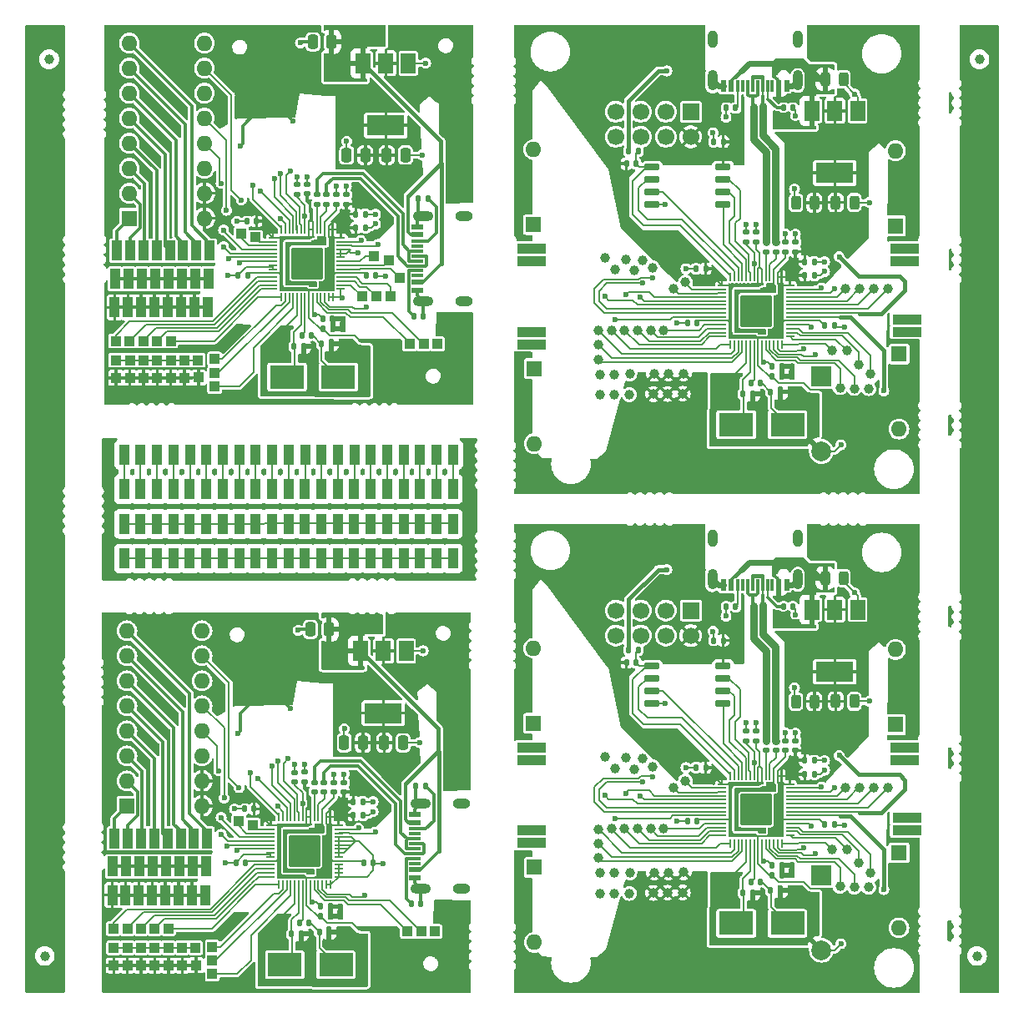
<source format=gtl>
G04 #@! TF.GenerationSoftware,KiCad,Pcbnew,7.0.5*
G04 #@! TF.CreationDate,2023-09-30T22:10:43+03:00*
G04 #@! TF.ProjectId,RP2040_minimal - Copy,52503230-3430-45f6-9d69-6e696d616c20,REV1*
G04 #@! TF.SameCoordinates,Original*
G04 #@! TF.FileFunction,Copper,L1,Top*
G04 #@! TF.FilePolarity,Positive*
%FSLAX46Y46*%
G04 Gerber Fmt 4.6, Leading zero omitted, Abs format (unit mm)*
G04 Created by KiCad (PCBNEW 7.0.5) date 2023-09-30 22:10:43*
%MOMM*%
%LPD*%
G01*
G04 APERTURE LIST*
G04 Aperture macros list*
%AMRoundRect*
0 Rectangle with rounded corners*
0 $1 Rounding radius*
0 $2 $3 $4 $5 $6 $7 $8 $9 X,Y pos of 4 corners*
0 Add a 4 corners polygon primitive as box body*
4,1,4,$2,$3,$4,$5,$6,$7,$8,$9,$2,$3,0*
0 Add four circle primitives for the rounded corners*
1,1,$1+$1,$2,$3*
1,1,$1+$1,$4,$5*
1,1,$1+$1,$6,$7*
1,1,$1+$1,$8,$9*
0 Add four rect primitives between the rounded corners*
20,1,$1+$1,$2,$3,$4,$5,0*
20,1,$1+$1,$4,$5,$6,$7,0*
20,1,$1+$1,$6,$7,$8,$9,0*
20,1,$1+$1,$8,$9,$2,$3,0*%
G04 Aperture macros list end*
G04 #@! TA.AperFunction,SMDPad,CuDef*
%ADD10R,1.000000X2.000000*%
G04 #@! TD*
G04 #@! TA.AperFunction,SMDPad,CuDef*
%ADD11R,1.000000X1.000000*%
G04 #@! TD*
G04 #@! TA.AperFunction,ComponentPad*
%ADD12O,1.600000X1.600000*%
G04 #@! TD*
G04 #@! TA.AperFunction,ComponentPad*
%ADD13R,1.600000X1.600000*%
G04 #@! TD*
G04 #@! TA.AperFunction,ComponentPad*
%ADD14R,2.000000X2.000000*%
G04 #@! TD*
G04 #@! TA.AperFunction,ComponentPad*
%ADD15C,2.000000*%
G04 #@! TD*
G04 #@! TA.AperFunction,SMDPad,CuDef*
%ADD16RoundRect,0.140000X0.170000X-0.140000X0.170000X0.140000X-0.170000X0.140000X-0.170000X-0.140000X0*%
G04 #@! TD*
G04 #@! TA.AperFunction,SMDPad,CuDef*
%ADD17RoundRect,0.140000X0.140000X0.170000X-0.140000X0.170000X-0.140000X-0.170000X0.140000X-0.170000X0*%
G04 #@! TD*
G04 #@! TA.AperFunction,SMDPad,CuDef*
%ADD18RoundRect,0.250000X-0.250000X-0.475000X0.250000X-0.475000X0.250000X0.475000X-0.250000X0.475000X0*%
G04 #@! TD*
G04 #@! TA.AperFunction,SMDPad,CuDef*
%ADD19C,1.000000*%
G04 #@! TD*
G04 #@! TA.AperFunction,SMDPad,CuDef*
%ADD20RoundRect,0.250000X0.250000X0.475000X-0.250000X0.475000X-0.250000X-0.475000X0.250000X-0.475000X0*%
G04 #@! TD*
G04 #@! TA.AperFunction,ComponentPad*
%ADD21R,3.000000X1.000000*%
G04 #@! TD*
G04 #@! TA.AperFunction,SMDPad,CuDef*
%ADD22RoundRect,0.243750X-0.243750X-0.456250X0.243750X-0.456250X0.243750X0.456250X-0.243750X0.456250X0*%
G04 #@! TD*
G04 #@! TA.AperFunction,ComponentPad*
%ADD23R,1.700000X1.700000*%
G04 #@! TD*
G04 #@! TA.AperFunction,ComponentPad*
%ADD24C,1.700000*%
G04 #@! TD*
G04 #@! TA.AperFunction,SMDPad,CuDef*
%ADD25RoundRect,0.147500X0.172500X-0.147500X0.172500X0.147500X-0.172500X0.147500X-0.172500X-0.147500X0*%
G04 #@! TD*
G04 #@! TA.AperFunction,SMDPad,CuDef*
%ADD26RoundRect,0.147500X-0.147500X-0.172500X0.147500X-0.172500X0.147500X0.172500X-0.147500X0.172500X0*%
G04 #@! TD*
G04 #@! TA.AperFunction,SMDPad,CuDef*
%ADD27R,3.500000X2.400000*%
G04 #@! TD*
G04 #@! TA.AperFunction,SMDPad,CuDef*
%ADD28RoundRect,0.140000X-0.140000X-0.170000X0.140000X-0.170000X0.140000X0.170000X-0.140000X0.170000X0*%
G04 #@! TD*
G04 #@! TA.AperFunction,SMDPad,CuDef*
%ADD29RoundRect,0.243750X0.243750X0.456250X-0.243750X0.456250X-0.243750X-0.456250X0.243750X-0.456250X0*%
G04 #@! TD*
G04 #@! TA.AperFunction,SMDPad,CuDef*
%ADD30RoundRect,0.147500X0.147500X0.172500X-0.147500X0.172500X-0.147500X-0.172500X0.147500X-0.172500X0*%
G04 #@! TD*
G04 #@! TA.AperFunction,ComponentPad*
%ADD31C,0.600000*%
G04 #@! TD*
G04 #@! TA.AperFunction,SMDPad,CuDef*
%ADD32RoundRect,0.144000X-1.456000X-1.456000X1.456000X-1.456000X1.456000X1.456000X-1.456000X1.456000X0*%
G04 #@! TD*
G04 #@! TA.AperFunction,SMDPad,CuDef*
%ADD33RoundRect,0.050000X-0.050000X-0.387500X0.050000X-0.387500X0.050000X0.387500X-0.050000X0.387500X0*%
G04 #@! TD*
G04 #@! TA.AperFunction,SMDPad,CuDef*
%ADD34RoundRect,0.050000X-0.387500X-0.050000X0.387500X-0.050000X0.387500X0.050000X-0.387500X0.050000X0*%
G04 #@! TD*
G04 #@! TA.AperFunction,SMDPad,CuDef*
%ADD35R,1.500000X2.000000*%
G04 #@! TD*
G04 #@! TA.AperFunction,SMDPad,CuDef*
%ADD36R,3.800000X2.000000*%
G04 #@! TD*
G04 #@! TA.AperFunction,SMDPad,CuDef*
%ADD37RoundRect,0.140000X-0.170000X0.140000X-0.170000X-0.140000X0.170000X-0.140000X0.170000X0.140000X0*%
G04 #@! TD*
G04 #@! TA.AperFunction,SMDPad,CuDef*
%ADD38RoundRect,0.150000X-0.650000X-0.150000X0.650000X-0.150000X0.650000X0.150000X-0.650000X0.150000X0*%
G04 #@! TD*
G04 #@! TA.AperFunction,SMDPad,CuDef*
%ADD39R,0.600000X1.150000*%
G04 #@! TD*
G04 #@! TA.AperFunction,SMDPad,CuDef*
%ADD40R,0.300000X1.150000*%
G04 #@! TD*
G04 #@! TA.AperFunction,ComponentPad*
%ADD41O,1.000000X2.100000*%
G04 #@! TD*
G04 #@! TA.AperFunction,ComponentPad*
%ADD42O,1.000000X1.800000*%
G04 #@! TD*
G04 #@! TA.AperFunction,SMDPad,CuDef*
%ADD43RoundRect,0.147500X-0.172500X0.147500X-0.172500X-0.147500X0.172500X-0.147500X0.172500X0.147500X0*%
G04 #@! TD*
G04 #@! TA.AperFunction,SMDPad,CuDef*
%ADD44R,1.150000X0.600000*%
G04 #@! TD*
G04 #@! TA.AperFunction,SMDPad,CuDef*
%ADD45R,1.150000X0.300000*%
G04 #@! TD*
G04 #@! TA.AperFunction,ComponentPad*
%ADD46O,2.100000X1.000000*%
G04 #@! TD*
G04 #@! TA.AperFunction,ComponentPad*
%ADD47O,1.800000X1.000000*%
G04 #@! TD*
G04 #@! TA.AperFunction,ViaPad*
%ADD48C,0.600000*%
G04 #@! TD*
G04 #@! TA.AperFunction,Conductor*
%ADD49C,0.200000*%
G04 #@! TD*
G04 #@! TA.AperFunction,Conductor*
%ADD50C,0.300000*%
G04 #@! TD*
G04 #@! TA.AperFunction,Conductor*
%ADD51C,0.400000*%
G04 #@! TD*
G04 #@! TA.AperFunction,Conductor*
%ADD52C,0.600000*%
G04 #@! TD*
G04 #@! TA.AperFunction,Conductor*
%ADD53C,0.150000*%
G04 #@! TD*
G04 #@! TA.AperFunction,Conductor*
%ADD54C,0.800000*%
G04 #@! TD*
G04 APERTURE END LIST*
D10*
X125806593Y-74660000D03*
X139150593Y-74660000D03*
X140818593Y-74660000D03*
X135814593Y-74660000D03*
X132478593Y-74660000D03*
X119134593Y-74660000D03*
X115798593Y-74660000D03*
X114130593Y-74660000D03*
X134146593Y-74660000D03*
X129142593Y-74660000D03*
X117466593Y-74660000D03*
X120802593Y-74660000D03*
X124138593Y-74660000D03*
X130810593Y-74660000D03*
X122470593Y-74660000D03*
X127474593Y-74660000D03*
X112462593Y-74660000D03*
X137482593Y-74660000D03*
X109126593Y-74660000D03*
X110794593Y-74660000D03*
X142486593Y-74660000D03*
X125806593Y-71140000D03*
X139150593Y-71140000D03*
X140818593Y-71140000D03*
X135814593Y-71140000D03*
X132478593Y-71140000D03*
X119134593Y-71140000D03*
X115798593Y-71140000D03*
X114130593Y-71140000D03*
X134146593Y-71140000D03*
X129142593Y-71140000D03*
X117466593Y-71140000D03*
X120802593Y-71140000D03*
X124138593Y-71140000D03*
X130810593Y-71140000D03*
X122470593Y-71140000D03*
X127474593Y-71140000D03*
X112462593Y-71140000D03*
X137482593Y-71140000D03*
X109126593Y-71140000D03*
X110794593Y-71140000D03*
X142486593Y-71140000D03*
X125806593Y-67620000D03*
X139150593Y-67620000D03*
X140818593Y-67620000D03*
X135814593Y-67620000D03*
X132478593Y-67620000D03*
X119134593Y-67620000D03*
X115798593Y-67620000D03*
X114130593Y-67620000D03*
X134146593Y-67620000D03*
X129142593Y-67620000D03*
X117466593Y-67620000D03*
X120802593Y-67620000D03*
X124138593Y-67620000D03*
X130810593Y-67620000D03*
X122470593Y-67620000D03*
X127474593Y-67620000D03*
X112462593Y-67620000D03*
X137482593Y-67620000D03*
X109126593Y-67620000D03*
X110794593Y-67620000D03*
X142486593Y-67620000D03*
X125820593Y-64100000D03*
X139164593Y-64100000D03*
X140832593Y-64100000D03*
X135828593Y-64100000D03*
X137496593Y-64100000D03*
X132492593Y-64100000D03*
X134160593Y-64100000D03*
X129156593Y-64100000D03*
X130824593Y-64100000D03*
X127488593Y-64100000D03*
X122484593Y-64100000D03*
X124152593Y-64100000D03*
X119148593Y-64100000D03*
X120816593Y-64100000D03*
X115812593Y-64100000D03*
X117480593Y-64100000D03*
X112476593Y-64100000D03*
X114144593Y-64100000D03*
X142500593Y-64100000D03*
X110808593Y-64100000D03*
X109140593Y-64100000D03*
D11*
X134496593Y-43940000D03*
X135986593Y-44420000D03*
X137056593Y-46160000D03*
X136146593Y-48030000D03*
X134686593Y-48070000D03*
X133286593Y-48080000D03*
D12*
X117040071Y-99767851D03*
X117040071Y-97227851D03*
X117040071Y-94687851D03*
X117040071Y-92147851D03*
X117040071Y-89607851D03*
X117040071Y-87067851D03*
X117040071Y-84527851D03*
X117040071Y-81987851D03*
X109420071Y-81987851D03*
X109420071Y-84527851D03*
X109420071Y-87067851D03*
X109420071Y-89607851D03*
X109420071Y-92147851D03*
X109420071Y-94687851D03*
X109420071Y-97227851D03*
D13*
X109420071Y-99767851D03*
D14*
X179863408Y-106797806D03*
D15*
X179863408Y-114397806D03*
D13*
X109663593Y-40140333D03*
D12*
X109663593Y-37600333D03*
X109663593Y-35060333D03*
X109663593Y-32520333D03*
X109663593Y-29980333D03*
X109663593Y-27440333D03*
X109663593Y-24900333D03*
X109663593Y-22360333D03*
X117283593Y-22360333D03*
X117283593Y-24900333D03*
X117283593Y-27440333D03*
X117283593Y-29980333D03*
X117283593Y-32520333D03*
X117283593Y-35060333D03*
X117283593Y-37600333D03*
X117283593Y-40140333D03*
D14*
X179863408Y-56188903D03*
D15*
X179863408Y-63788903D03*
D10*
X117819548Y-43421558D03*
D11*
X122231629Y-101699076D03*
X108081629Y-114149076D03*
D10*
X117619547Y-49171558D03*
D11*
X140900151Y-52871558D03*
D16*
X131683343Y-38701000D03*
X131683343Y-37741000D03*
D17*
X176983408Y-79497806D03*
X176023408Y-79497806D03*
D18*
X137424821Y-93353518D03*
X135524821Y-93353518D03*
D11*
X108081629Y-115949076D03*
D10*
X114878827Y-103049076D03*
D19*
X182443408Y-53558903D03*
D11*
X112487651Y-56321558D03*
D20*
X130175151Y-22221558D03*
X128275151Y-22221558D03*
D21*
X150468408Y-52918903D03*
X150468408Y-51648903D03*
D10*
X116077624Y-105899076D03*
D11*
X113631629Y-115949076D03*
D19*
X183753408Y-47268903D03*
D11*
X109469129Y-114149076D03*
D19*
X164883408Y-97887806D03*
X164883408Y-47278903D03*
D10*
X113379226Y-105899076D03*
D13*
X187737408Y-53902903D03*
D12*
X187737408Y-61522903D03*
D22*
X180242158Y-76637806D03*
X182117158Y-76637806D03*
D11*
X110844129Y-112199076D03*
D19*
X165908408Y-55873623D03*
X184672158Y-108027806D03*
D11*
X111087651Y-52571558D03*
D10*
X113622748Y-46271558D03*
D23*
X166623408Y-79932526D03*
D24*
X166623408Y-82472526D03*
X164083408Y-79932526D03*
X164083408Y-82472526D03*
X161543408Y-79932526D03*
X161543408Y-82472526D03*
X159003408Y-79932526D03*
X159003408Y-82472526D03*
D25*
X172242158Y-42528903D03*
X172242158Y-41558903D03*
D19*
X183622158Y-105557806D03*
D10*
X116270345Y-49171558D03*
D26*
X174877158Y-106787806D03*
X175847158Y-106787806D03*
D27*
X130624821Y-115863518D03*
X125424821Y-115863518D03*
D26*
X160097408Y-34598903D03*
X161067408Y-34598903D03*
D20*
X128031629Y-81849076D03*
X129931629Y-81849076D03*
D25*
X176242158Y-94137806D03*
X176242158Y-93167806D03*
D11*
X109700151Y-52571558D03*
D10*
X112222748Y-49171558D03*
X110873549Y-49171558D03*
D19*
X163893408Y-51488903D03*
D13*
X150683408Y-91377806D03*
D12*
X150683408Y-83757806D03*
D10*
X113531629Y-103049076D03*
D23*
X166623408Y-29323623D03*
D24*
X166623408Y-31863623D03*
X164083408Y-29323623D03*
X164083408Y-31863623D03*
X161543408Y-29323623D03*
X161543408Y-31863623D03*
X159003408Y-29323623D03*
X159003408Y-31863623D03*
D19*
X157253408Y-54448903D03*
D16*
X173242158Y-93132806D03*
X173242158Y-92172806D03*
D17*
X121361071Y-100063518D03*
X122321071Y-100063518D03*
D28*
X130034821Y-109973518D03*
X129074821Y-109973518D03*
D13*
X150683408Y-40768903D03*
D12*
X150683408Y-33148903D03*
D10*
X110680828Y-105899076D03*
D28*
X170212158Y-28928903D03*
X171172158Y-28928903D03*
D25*
X177242158Y-94137806D03*
X177242158Y-93167806D03*
D19*
X164248408Y-108572526D03*
D25*
X176242158Y-43528903D03*
X176242158Y-42558903D03*
D16*
X130439821Y-97368518D03*
X130439821Y-98328518D03*
D28*
X127178343Y-51996000D03*
X128138343Y-51996000D03*
D18*
X135768343Y-33726000D03*
X137668343Y-33726000D03*
D19*
X160023408Y-44288903D03*
X183212158Y-57398903D03*
D11*
X116675151Y-56296558D03*
D19*
X182303408Y-47268903D03*
D10*
X109524350Y-49171558D03*
D19*
X164338408Y-106512526D03*
D27*
X125668343Y-56236000D03*
X130868343Y-56236000D03*
D28*
X129178343Y-52906000D03*
X130138343Y-52906000D03*
D19*
X162773408Y-45168903D03*
D10*
X117670348Y-46271558D03*
D26*
X174727158Y-108347806D03*
X175697158Y-108347806D03*
D29*
X179154658Y-38553903D03*
X177279658Y-38553903D03*
D19*
X157253408Y-103597806D03*
D10*
X113571947Y-49171558D03*
D26*
X174887158Y-55188903D03*
X175857158Y-55188903D03*
D28*
X129894821Y-112533518D03*
X128934821Y-112533518D03*
D22*
X181329658Y-38528903D03*
X183204658Y-38528903D03*
D19*
X101526593Y-24000000D03*
X165818408Y-57933623D03*
D11*
X109712651Y-56321558D03*
D30*
X167242158Y-50728903D03*
X166272158Y-50728903D03*
D11*
X116431629Y-115924076D03*
D10*
X117576026Y-103049076D03*
D31*
X128714821Y-105603518D03*
X128714821Y-104328518D03*
X128714821Y-103053518D03*
X127439821Y-105603518D03*
D32*
X127439821Y-104328518D03*
D31*
X127439821Y-104328518D03*
X127439821Y-103053518D03*
X126164821Y-105603518D03*
X126164821Y-104328518D03*
X126164821Y-103053518D03*
D33*
X124839821Y-100891018D03*
X125239821Y-100891018D03*
X125639821Y-100891018D03*
X126039821Y-100891018D03*
X126439821Y-100891018D03*
X126839821Y-100891018D03*
X127239821Y-100891018D03*
X127639821Y-100891018D03*
X128039821Y-100891018D03*
X128439821Y-100891018D03*
X128839821Y-100891018D03*
X129239821Y-100891018D03*
X129639821Y-100891018D03*
X130039821Y-100891018D03*
D34*
X130877321Y-101728518D03*
X130877321Y-102128518D03*
X130877321Y-102528518D03*
X130877321Y-102928518D03*
X130877321Y-103328518D03*
X130877321Y-103728518D03*
X130877321Y-104128518D03*
X130877321Y-104528518D03*
X130877321Y-104928518D03*
X130877321Y-105328518D03*
X130877321Y-105728518D03*
X130877321Y-106128518D03*
X130877321Y-106528518D03*
X130877321Y-106928518D03*
D33*
X130039821Y-107766018D03*
X129639821Y-107766018D03*
X129239821Y-107766018D03*
X128839821Y-107766018D03*
X128439821Y-107766018D03*
X128039821Y-107766018D03*
X127639821Y-107766018D03*
X127239821Y-107766018D03*
X126839821Y-107766018D03*
X126439821Y-107766018D03*
X126039821Y-107766018D03*
X125639821Y-107766018D03*
X125239821Y-107766018D03*
X124839821Y-107766018D03*
D34*
X124002321Y-106928518D03*
X124002321Y-106528518D03*
X124002321Y-106128518D03*
X124002321Y-105728518D03*
X124002321Y-105328518D03*
X124002321Y-104928518D03*
X124002321Y-104528518D03*
X124002321Y-104128518D03*
X124002321Y-103728518D03*
X124002321Y-103328518D03*
X124002321Y-102928518D03*
X124002321Y-102528518D03*
X124002321Y-102128518D03*
X124002321Y-101728518D03*
D26*
X174877158Y-56178903D03*
X175847158Y-56178903D03*
D10*
X111979226Y-108799076D03*
D21*
X150468408Y-44503903D03*
X150468408Y-43233903D03*
D10*
X112273549Y-46271558D03*
D27*
X171227158Y-111667806D03*
X176427158Y-111667806D03*
D28*
X133354821Y-99333518D03*
X132394821Y-99333518D03*
D11*
X118081629Y-116824076D03*
X115275151Y-54521558D03*
D26*
X171917158Y-108567806D03*
X172887158Y-108567806D03*
D19*
X158973408Y-45358903D03*
X163893408Y-102097806D03*
D16*
X127454821Y-96318518D03*
X127454821Y-97278518D03*
D28*
X130044821Y-110973518D03*
X129084821Y-110973518D03*
D19*
X159910908Y-102097806D03*
D16*
X126688343Y-37696000D03*
X126688343Y-36736000D03*
D10*
X113328425Y-108799076D03*
D35*
X183542158Y-29228903D03*
X181242158Y-29228903D03*
D36*
X181242158Y-35528903D03*
D35*
X178942158Y-29228903D03*
D19*
X161238408Y-51488903D03*
X164248408Y-57963623D03*
X162808408Y-57973623D03*
D16*
X130683343Y-38701000D03*
X130683343Y-37741000D03*
D17*
X139468593Y-50052000D03*
X138508593Y-50052000D03*
D11*
X116625151Y-54521558D03*
D10*
X116469548Y-43421558D03*
D16*
X126444821Y-96363518D03*
X126444821Y-97323518D03*
D13*
X187737408Y-104511806D03*
D12*
X187737408Y-112131806D03*
D11*
X111100151Y-54521558D03*
D35*
X133139821Y-84033518D03*
D36*
X135439821Y-90333518D03*
D35*
X135439821Y-84033518D03*
X137739821Y-84033518D03*
D20*
X131464821Y-93358518D03*
X133364821Y-93358518D03*
D19*
X181762158Y-57318903D03*
D21*
X150468408Y-95112806D03*
X150468408Y-93842806D03*
D37*
X128683343Y-37741000D03*
X128683343Y-38701000D03*
D11*
X139269129Y-112499076D03*
D19*
X160903408Y-45458903D03*
X182303408Y-97877806D03*
D26*
X180212158Y-101637806D03*
X181182158Y-101637806D03*
D19*
X157923408Y-94767806D03*
D11*
X112475151Y-52571558D03*
D26*
X172737158Y-107437806D03*
X173707158Y-107437806D03*
D19*
X160903408Y-96067806D03*
X166073408Y-97217806D03*
D13*
X187392158Y-91507806D03*
D12*
X187392158Y-83887806D03*
D17*
X121668343Y-45916000D03*
X120708343Y-45916000D03*
D19*
X157253408Y-102137806D03*
D10*
X116226026Y-103049076D03*
X113775151Y-43421558D03*
D11*
X112244129Y-114149076D03*
D38*
X162692158Y-85507806D03*
X162692158Y-86777806D03*
X162692158Y-88047806D03*
X162692158Y-89317806D03*
X169892158Y-89317806D03*
X169892158Y-88047806D03*
X169892158Y-86777806D03*
X169892158Y-85507806D03*
D29*
X179154658Y-89162806D03*
X177279658Y-89162806D03*
D11*
X118325151Y-54421558D03*
D35*
X183542158Y-79837806D03*
X181242158Y-79837806D03*
D36*
X181242158Y-86137806D03*
D35*
X178942158Y-79837806D03*
D30*
X168128408Y-45258903D03*
X167158408Y-45258903D03*
D11*
X113862651Y-52571558D03*
D28*
X134404821Y-105513518D03*
X133444821Y-105513518D03*
D26*
X178192158Y-96537806D03*
X179162158Y-96537806D03*
D19*
X158973408Y-95967806D03*
D17*
X120464821Y-105543518D03*
X121424821Y-105543518D03*
D26*
X172737158Y-56828903D03*
X173707158Y-56828903D03*
D19*
X160443408Y-106547806D03*
D11*
X121025151Y-41671558D03*
X108325151Y-54521558D03*
D26*
X174887158Y-105797806D03*
X175857158Y-105797806D03*
D11*
X113631629Y-114149076D03*
D10*
X108175151Y-49171558D03*
D11*
X115275151Y-56321558D03*
D10*
X114677624Y-108799076D03*
D28*
X127894821Y-111623518D03*
X126934821Y-111623518D03*
D10*
X110837233Y-103049076D03*
D39*
X176347158Y-77337806D03*
X175547158Y-77337806D03*
D40*
X174397158Y-77337806D03*
X173397158Y-77337806D03*
X172897158Y-77337806D03*
X171897158Y-77337806D03*
D39*
X170747158Y-77337806D03*
X169947158Y-77337806D03*
X169947158Y-77337806D03*
X170747158Y-77337806D03*
D40*
X171397158Y-77337806D03*
X172397158Y-77337806D03*
X173897158Y-77337806D03*
X174897158Y-77337806D03*
D39*
X175547158Y-77337806D03*
X176347158Y-77337806D03*
D41*
X177467158Y-76762806D03*
D42*
X177467158Y-72582806D03*
D41*
X168827158Y-76762806D03*
D42*
X168827158Y-72582806D03*
D19*
X165818408Y-108542526D03*
D25*
X177242158Y-43528903D03*
X177242158Y-42558903D03*
D11*
X118081629Y-115436576D03*
D19*
X162773408Y-95777806D03*
D11*
X110856629Y-114149076D03*
D19*
X195906593Y-24000000D03*
X159910908Y-51488903D03*
D10*
X112184431Y-103049076D03*
D11*
X113619129Y-112199076D03*
D30*
X167242158Y-101337806D03*
X166272158Y-101337806D03*
D16*
X131439821Y-97368518D03*
X131439821Y-98328518D03*
D10*
X109733557Y-43421558D03*
D19*
X158873408Y-55968903D03*
X166073408Y-46608903D03*
D11*
X109469129Y-115949076D03*
D10*
X114728425Y-105899076D03*
D11*
X122475151Y-42071558D03*
D26*
X180212158Y-51028903D03*
X181182158Y-51028903D03*
D20*
X133608343Y-33731000D03*
X131708343Y-33731000D03*
D21*
X188350908Y-93812806D03*
X188350908Y-95082806D03*
D11*
X139512651Y-52871558D03*
D10*
X108386359Y-43421558D03*
D19*
X184672158Y-57418903D03*
D11*
X115031629Y-115949076D03*
D10*
X108142837Y-103049076D03*
D11*
X140656629Y-112499076D03*
D43*
X175242158Y-93167806D03*
X175242158Y-94137806D03*
D11*
X113875151Y-56321558D03*
D19*
X101076593Y-114980000D03*
D34*
X169804658Y-46928903D03*
X169804658Y-47328903D03*
X169804658Y-47728903D03*
X169804658Y-48128903D03*
X169804658Y-48528903D03*
X169804658Y-48928903D03*
X169804658Y-49328903D03*
X169804658Y-49728903D03*
X169804658Y-50128903D03*
X169804658Y-50528903D03*
X169804658Y-50928903D03*
X169804658Y-51328903D03*
X169804658Y-51728903D03*
X169804658Y-52128903D03*
D33*
X170642158Y-52966403D03*
X171042158Y-52966403D03*
X171442158Y-52966403D03*
X171842158Y-52966403D03*
X172242158Y-52966403D03*
X172642158Y-52966403D03*
X173042158Y-52966403D03*
X173442158Y-52966403D03*
X173842158Y-52966403D03*
X174242158Y-52966403D03*
X174642158Y-52966403D03*
X175042158Y-52966403D03*
X175442158Y-52966403D03*
X175842158Y-52966403D03*
D34*
X176679658Y-52128903D03*
X176679658Y-51728903D03*
X176679658Y-51328903D03*
X176679658Y-50928903D03*
X176679658Y-50528903D03*
X176679658Y-50128903D03*
X176679658Y-49728903D03*
X176679658Y-49328903D03*
X176679658Y-48928903D03*
X176679658Y-48528903D03*
X176679658Y-48128903D03*
X176679658Y-47728903D03*
X176679658Y-47328903D03*
X176679658Y-46928903D03*
D33*
X175842158Y-46091403D03*
X175442158Y-46091403D03*
X175042158Y-46091403D03*
X174642158Y-46091403D03*
X174242158Y-46091403D03*
X173842158Y-46091403D03*
X173442158Y-46091403D03*
X173042158Y-46091403D03*
X172642158Y-46091403D03*
X172242158Y-46091403D03*
X171842158Y-46091403D03*
X171442158Y-46091403D03*
X171042158Y-46091403D03*
X170642158Y-46091403D03*
D31*
X171967158Y-48253903D03*
X171967158Y-49528903D03*
X171967158Y-50803903D03*
X173242158Y-48253903D03*
X173242158Y-49528903D03*
D32*
X173242158Y-49528903D03*
D31*
X173242158Y-50803903D03*
X174517158Y-48253903D03*
X174517158Y-49528903D03*
X174517158Y-50803903D03*
D19*
X160023408Y-94897806D03*
X184882158Y-106527806D03*
D28*
X132638343Y-41096000D03*
X133598343Y-41096000D03*
X133354821Y-100723518D03*
X132394821Y-100723518D03*
D19*
X157253408Y-52988903D03*
D13*
X150743408Y-105987806D03*
D12*
X150743408Y-113607806D03*
D19*
X162898408Y-106522526D03*
D25*
X172242158Y-93137806D03*
X172242158Y-92167806D03*
D11*
X109712651Y-54521558D03*
D10*
X110630027Y-108799076D03*
D11*
X112231629Y-112199076D03*
D10*
X109280828Y-108799076D03*
X107931629Y-108799076D03*
D28*
X132638343Y-39706000D03*
X133598343Y-39706000D03*
D19*
X165908408Y-106482526D03*
D11*
X108069129Y-112199076D03*
D34*
X169804658Y-97537806D03*
X169804658Y-97937806D03*
X169804658Y-98337806D03*
X169804658Y-98737806D03*
X169804658Y-99137806D03*
X169804658Y-99537806D03*
X169804658Y-99937806D03*
X169804658Y-100337806D03*
X169804658Y-100737806D03*
X169804658Y-101137806D03*
X169804658Y-101537806D03*
X169804658Y-101937806D03*
X169804658Y-102337806D03*
X169804658Y-102737806D03*
D33*
X170642158Y-103575306D03*
X171042158Y-103575306D03*
X171442158Y-103575306D03*
X171842158Y-103575306D03*
X172242158Y-103575306D03*
X172642158Y-103575306D03*
X173042158Y-103575306D03*
X173442158Y-103575306D03*
X173842158Y-103575306D03*
X174242158Y-103575306D03*
X174642158Y-103575306D03*
X175042158Y-103575306D03*
X175442158Y-103575306D03*
X175842158Y-103575306D03*
D34*
X176679658Y-102737806D03*
X176679658Y-102337806D03*
X176679658Y-101937806D03*
X176679658Y-101537806D03*
X176679658Y-101137806D03*
X176679658Y-100737806D03*
X176679658Y-100337806D03*
X176679658Y-99937806D03*
X176679658Y-99537806D03*
X176679658Y-99137806D03*
X176679658Y-98737806D03*
X176679658Y-98337806D03*
X176679658Y-97937806D03*
X176679658Y-97537806D03*
D33*
X175842158Y-96700306D03*
X175442158Y-96700306D03*
X175042158Y-96700306D03*
X174642158Y-96700306D03*
X174242158Y-96700306D03*
X173842158Y-96700306D03*
X173442158Y-96700306D03*
X173042158Y-96700306D03*
X172642158Y-96700306D03*
X172242158Y-96700306D03*
X171842158Y-96700306D03*
X171442158Y-96700306D03*
X171042158Y-96700306D03*
X170642158Y-96700306D03*
D31*
X171967158Y-98862806D03*
X171967158Y-100137806D03*
X171967158Y-101412806D03*
X173242158Y-98862806D03*
X173242158Y-100137806D03*
D32*
X173242158Y-100137806D03*
D31*
X173242158Y-101412806D03*
X174517158Y-98862806D03*
X174517158Y-100137806D03*
X174517158Y-101412806D03*
D27*
X171227158Y-61058903D03*
X176427158Y-61058903D03*
D19*
X180993408Y-104167806D03*
D44*
X138893593Y-47408000D03*
X138893593Y-46608000D03*
D45*
X138893593Y-45458000D03*
X138893593Y-44458000D03*
X138893593Y-43958000D03*
X138893593Y-42958000D03*
D44*
X138893593Y-41808000D03*
X138893593Y-41008000D03*
X138893593Y-41008000D03*
X138893593Y-41808000D03*
D45*
X138893593Y-42458000D03*
X138893593Y-43458000D03*
X138893593Y-44958000D03*
X138893593Y-45958000D03*
D44*
X138893593Y-46608000D03*
X138893593Y-47408000D03*
D46*
X139468593Y-48528000D03*
D47*
X143648593Y-48528000D03*
D46*
X139468593Y-39888000D03*
D47*
X143648593Y-39888000D03*
D19*
X184882158Y-55918903D03*
X162808408Y-108582526D03*
D10*
X109575151Y-46271558D03*
X107982430Y-105899076D03*
D11*
X108312651Y-52571558D03*
D19*
X157253408Y-51528903D03*
D26*
X178192158Y-95137806D03*
X179162158Y-95137806D03*
D30*
X161298408Y-83937806D03*
X160328408Y-83937806D03*
D19*
X157923408Y-44158903D03*
X162565908Y-102097806D03*
D26*
X171917158Y-57958903D03*
X172887158Y-57958903D03*
D19*
X183622158Y-54948903D03*
D11*
X112244129Y-115949076D03*
D10*
X116321146Y-46271558D03*
D19*
X183753408Y-97877806D03*
D28*
X138988593Y-38114000D03*
X139948593Y-38114000D03*
D21*
X150468408Y-102257806D03*
X150468408Y-103527806D03*
D19*
X157398408Y-58063623D03*
D11*
X109456629Y-112199076D03*
D13*
X187392158Y-40898903D03*
D12*
X187392158Y-33278903D03*
D10*
X117376025Y-108799076D03*
X115122349Y-43421558D03*
D11*
X113875151Y-54521558D03*
D10*
X108225952Y-46271558D03*
D19*
X160408408Y-58023623D03*
D10*
X112427953Y-43421558D03*
D21*
X188350908Y-43203903D03*
X188350908Y-44473903D03*
X188575908Y-100987806D03*
X188575908Y-102257806D03*
D10*
X111080755Y-43421558D03*
D26*
X178192158Y-44528903D03*
X179162158Y-44528903D03*
D30*
X169912158Y-82967806D03*
X168942158Y-82967806D03*
D11*
X112487651Y-54521558D03*
D43*
X175242158Y-42558903D03*
X175242158Y-43528903D03*
D28*
X129318343Y-50346000D03*
X130278343Y-50346000D03*
D16*
X127698343Y-37651000D03*
X127698343Y-36691000D03*
D22*
X181329658Y-89137806D03*
X183204658Y-89137806D03*
D11*
X111100151Y-56321558D03*
D47*
X143405071Y-99515518D03*
D46*
X139225071Y-99515518D03*
D47*
X143405071Y-108155518D03*
D46*
X139225071Y-108155518D03*
D44*
X138650071Y-107035518D03*
X138650071Y-106235518D03*
D45*
X138650071Y-105585518D03*
X138650071Y-104585518D03*
X138650071Y-103085518D03*
X138650071Y-102085518D03*
D44*
X138650071Y-101435518D03*
X138650071Y-100635518D03*
X138650071Y-100635518D03*
X138650071Y-101435518D03*
D45*
X138650071Y-102585518D03*
X138650071Y-103585518D03*
X138650071Y-104085518D03*
X138650071Y-105085518D03*
D44*
X138650071Y-106235518D03*
X138650071Y-107035518D03*
D37*
X129678343Y-37746000D03*
X129678343Y-38706000D03*
D22*
X180242158Y-26028903D03*
X182117158Y-26028903D03*
D19*
X182443408Y-104167806D03*
X186653408Y-47268903D03*
D30*
X169912158Y-32358903D03*
X168942158Y-32358903D03*
D43*
X174242158Y-93167806D03*
X174242158Y-94137806D03*
D10*
X112030027Y-105899076D03*
D11*
X110856629Y-115949076D03*
D19*
X161238408Y-102097806D03*
D17*
X138265071Y-109679518D03*
X139225071Y-109679518D03*
D11*
X118325151Y-57196558D03*
D37*
X128439821Y-98328518D03*
X128439821Y-97368518D03*
D10*
X114971947Y-46271558D03*
D19*
X158583408Y-51488903D03*
D39*
X176347158Y-26728903D03*
X175547158Y-26728903D03*
D40*
X174397158Y-26728903D03*
X173397158Y-26728903D03*
X172897158Y-26728903D03*
X171897158Y-26728903D03*
D39*
X170747158Y-26728903D03*
X169947158Y-26728903D03*
X169947158Y-26728903D03*
X170747158Y-26728903D03*
D40*
X171397158Y-26728903D03*
X172397158Y-26728903D03*
X173897158Y-26728903D03*
X174897158Y-26728903D03*
D39*
X175547158Y-26728903D03*
X176347158Y-26728903D03*
D41*
X177467158Y-26153903D03*
D42*
X177467158Y-21973903D03*
D41*
X168827158Y-26153903D03*
D42*
X168827158Y-21973903D03*
D11*
X138125151Y-52871558D03*
D10*
X110924350Y-46271558D03*
X116026823Y-108799076D03*
D28*
X129328343Y-51346000D03*
X130288343Y-51346000D03*
X127084821Y-112763518D03*
X126124821Y-112763518D03*
X133688343Y-45886000D03*
X134648343Y-45886000D03*
D11*
X118081629Y-114049076D03*
D34*
X124245843Y-42101000D03*
X124245843Y-42501000D03*
X124245843Y-42901000D03*
X124245843Y-43301000D03*
X124245843Y-43701000D03*
X124245843Y-44101000D03*
X124245843Y-44501000D03*
X124245843Y-44901000D03*
X124245843Y-45301000D03*
X124245843Y-45701000D03*
X124245843Y-46101000D03*
X124245843Y-46501000D03*
X124245843Y-46901000D03*
X124245843Y-47301000D03*
D33*
X125083343Y-48138500D03*
X125483343Y-48138500D03*
X125883343Y-48138500D03*
X126283343Y-48138500D03*
X126683343Y-48138500D03*
X127083343Y-48138500D03*
X127483343Y-48138500D03*
X127883343Y-48138500D03*
X128283343Y-48138500D03*
X128683343Y-48138500D03*
X129083343Y-48138500D03*
X129483343Y-48138500D03*
X129883343Y-48138500D03*
X130283343Y-48138500D03*
D34*
X131120843Y-47301000D03*
X131120843Y-46901000D03*
X131120843Y-46501000D03*
X131120843Y-46101000D03*
X131120843Y-45701000D03*
X131120843Y-45301000D03*
X131120843Y-44901000D03*
X131120843Y-44501000D03*
X131120843Y-44101000D03*
X131120843Y-43701000D03*
X131120843Y-43301000D03*
X131120843Y-42901000D03*
X131120843Y-42501000D03*
X131120843Y-42101000D03*
D33*
X130283343Y-41263500D03*
X129883343Y-41263500D03*
X129483343Y-41263500D03*
X129083343Y-41263500D03*
X128683343Y-41263500D03*
X128283343Y-41263500D03*
X127883343Y-41263500D03*
X127483343Y-41263500D03*
X127083343Y-41263500D03*
X126683343Y-41263500D03*
X126283343Y-41263500D03*
X125883343Y-41263500D03*
X125483343Y-41263500D03*
X125083343Y-41263500D03*
D31*
X126408343Y-43426000D03*
X126408343Y-44701000D03*
X126408343Y-45976000D03*
X127683343Y-43426000D03*
X127683343Y-44701000D03*
D32*
X127683343Y-44701000D03*
D31*
X127683343Y-45976000D03*
X128958343Y-43426000D03*
X128958343Y-44701000D03*
X128958343Y-45976000D03*
D19*
X162898408Y-55913623D03*
X157433408Y-106587806D03*
D10*
X109331629Y-105899076D03*
D19*
X185203408Y-47268903D03*
X160443408Y-55938903D03*
D26*
X160097408Y-85207806D03*
X161067408Y-85207806D03*
D11*
X108325151Y-56321558D03*
D28*
X139705071Y-97741518D03*
X138745071Y-97741518D03*
D30*
X168128408Y-95867806D03*
X167158408Y-95867806D03*
D19*
X161713408Y-44358903D03*
D10*
X114921146Y-49171558D03*
D19*
X195666593Y-114980000D03*
X160408408Y-108632526D03*
X157433408Y-55978903D03*
D11*
X120781629Y-101299076D03*
D43*
X174242158Y-42558903D03*
X174242158Y-43528903D03*
D38*
X162692158Y-34898903D03*
X162692158Y-36168903D03*
X162692158Y-37438903D03*
X162692158Y-38708903D03*
X169892158Y-38708903D03*
X169892158Y-37438903D03*
X169892158Y-36168903D03*
X169892158Y-34898903D03*
D35*
X137983343Y-24406000D03*
X135683343Y-24406000D03*
D36*
X135683343Y-30706000D03*
D35*
X133383343Y-24406000D03*
D19*
X164338408Y-55903623D03*
X158838408Y-108662526D03*
D11*
X115031629Y-114149076D03*
D19*
X157398408Y-108672526D03*
D11*
X116381629Y-114149076D03*
X137881629Y-112499076D03*
D30*
X161298408Y-33328903D03*
X160328408Y-33328903D03*
D19*
X183212158Y-108007806D03*
X181762158Y-107927806D03*
D11*
X118325151Y-55809058D03*
D26*
X178192158Y-45928903D03*
X179162158Y-45928903D03*
D19*
X158873408Y-106577806D03*
D17*
X176983408Y-28888903D03*
X176023408Y-28888903D03*
D16*
X173242158Y-42523903D03*
X173242158Y-41563903D03*
D19*
X161713408Y-94967806D03*
X180993408Y-53558903D03*
D37*
X129434821Y-98333518D03*
X129434821Y-97373518D03*
D19*
X157253408Y-105057806D03*
D10*
X117426826Y-105899076D03*
D19*
X158583408Y-102097806D03*
D28*
X126368343Y-53136000D03*
X127328343Y-53136000D03*
D10*
X109490035Y-103049076D03*
D28*
X170212158Y-79537806D03*
X171172158Y-79537806D03*
D19*
X185203408Y-97877806D03*
D21*
X188575908Y-50378903D03*
X188575908Y-51648903D03*
D26*
X174727158Y-57738903D03*
X175697158Y-57738903D03*
D17*
X122564593Y-40436000D03*
X121604593Y-40436000D03*
D19*
X162565908Y-51488903D03*
D13*
X150743408Y-55378903D03*
D12*
X150743408Y-62998903D03*
D19*
X186653408Y-97877806D03*
X158838408Y-58053623D03*
D48*
X142496593Y-74640000D03*
X129086593Y-74710000D03*
X109156593Y-74640000D03*
X117476593Y-74640000D03*
X117476593Y-71120000D03*
X109186593Y-71190000D03*
X129196593Y-71040000D03*
X142466593Y-71080000D03*
X132846593Y-43630000D03*
X131236593Y-48230000D03*
X117576026Y-103049076D03*
X116226026Y-103049076D03*
X114878827Y-103049076D03*
X113531629Y-103049076D03*
X112184431Y-103049076D03*
X110826025Y-103049076D03*
X109490035Y-103049076D03*
X108142837Y-103049076D03*
X126781629Y-81949076D03*
X128054821Y-113453518D03*
X135439821Y-105638518D03*
X124134821Y-112383518D03*
X113606629Y-114149076D03*
X127439821Y-95533518D03*
X130974821Y-110593518D03*
X130439821Y-96533518D03*
X119439821Y-105533518D03*
X139120071Y-93337851D03*
X139479071Y-84025518D03*
X108081629Y-114149076D03*
X120326071Y-100063518D03*
X134389821Y-100333518D03*
X110856629Y-114149076D03*
X134389821Y-99333518D03*
X140681629Y-112499076D03*
X112256629Y-114174076D03*
X132907086Y-114173980D03*
X131470071Y-91937851D03*
X125104821Y-110993518D03*
X126439821Y-95533526D03*
X115056629Y-114124076D03*
X132814821Y-112873518D03*
X131439821Y-96533518D03*
X109431629Y-114174076D03*
X116331629Y-114124076D03*
X176777158Y-106397806D03*
X158873408Y-106547806D03*
X177242158Y-92337806D03*
X182212158Y-101742806D03*
X172242158Y-91337814D03*
X157433408Y-106567806D03*
X180192158Y-95137806D03*
X177223408Y-80347806D03*
X183242158Y-78137806D03*
X184672158Y-108027806D03*
X177142158Y-87762806D03*
X165242158Y-101337806D03*
X160388408Y-108632526D03*
X158838408Y-108632526D03*
X173242158Y-91337806D03*
X184742158Y-89137806D03*
X180192158Y-96137806D03*
X168877158Y-113497806D03*
X160423408Y-106547806D03*
X157398408Y-108652526D03*
X170192158Y-80487806D03*
X164042158Y-89337806D03*
X181858408Y-113732526D03*
X169937158Y-108187806D03*
X173857158Y-109257806D03*
X170907158Y-106797806D03*
X166128408Y-95867806D03*
X176242158Y-92337806D03*
X178617158Y-108677806D03*
X178822158Y-101787806D03*
X168873408Y-82047806D03*
X114731629Y-105899076D03*
X110731629Y-105899076D03*
X113331629Y-105949076D03*
X108031629Y-105899076D03*
X116031629Y-105849076D03*
X109381629Y-105849076D03*
X112031629Y-105899076D03*
X117426826Y-105899076D03*
X115006629Y-115949076D03*
X108056629Y-115924076D03*
X120683071Y-92407518D03*
X117431629Y-108849076D03*
X110631629Y-108799076D03*
X114681629Y-108799076D03*
X135923071Y-112727518D03*
X137701071Y-81993518D03*
X113281629Y-108799076D03*
X107881629Y-108799076D03*
X126017071Y-89867518D03*
X134399071Y-88089518D03*
X136177071Y-96471518D03*
X116431629Y-115949076D03*
X111881629Y-108749076D03*
X138209071Y-86565518D03*
X110881629Y-115949076D03*
X109456629Y-115999076D03*
X115981629Y-108849076D03*
X133383071Y-97995518D03*
X113631629Y-115974076D03*
X109331629Y-108749076D03*
X112206629Y-115924076D03*
X128239821Y-109533518D03*
X127239821Y-99533512D03*
X128039791Y-106433518D03*
X128139821Y-102233518D03*
X164193408Y-75787806D03*
X139256629Y-112524076D03*
X137831629Y-112549076D03*
X133501071Y-108803518D03*
X179303408Y-104607806D03*
X121953071Y-96394143D03*
X125794446Y-94978893D03*
X122700446Y-96994143D03*
X124713446Y-99807143D03*
X124139821Y-95709518D03*
X124759446Y-95213893D03*
X109506629Y-112149076D03*
X162558408Y-102032526D03*
X108031629Y-112249076D03*
X163858408Y-102082526D03*
X158953408Y-96017806D03*
X158973408Y-101027806D03*
X162747370Y-96821768D03*
X162763408Y-95767806D03*
X120581629Y-104278018D03*
X120781629Y-97899076D03*
X161753408Y-97277806D03*
X161753408Y-94987806D03*
X119281629Y-98949076D03*
X119531629Y-103878018D03*
X157928408Y-94807806D03*
X157928408Y-98687806D03*
X118981629Y-102649076D03*
X160893408Y-96077806D03*
X161463408Y-98717806D03*
X132920071Y-102009018D03*
X179887158Y-97813306D03*
X134620071Y-102409018D03*
X181181074Y-97913890D03*
X182308408Y-97882526D03*
X183758408Y-97782526D03*
X185208408Y-97832526D03*
X186658408Y-97882526D03*
X181682158Y-94647806D03*
X186212158Y-108237806D03*
X118732129Y-96199076D03*
X118982129Y-100939076D03*
X160033408Y-94897806D03*
X160043408Y-98487806D03*
X178113408Y-103997806D03*
X118106629Y-116824076D03*
X157258408Y-105032526D03*
X118081629Y-115424076D03*
X157258408Y-103582526D03*
X118106629Y-114024076D03*
X157258408Y-102182526D03*
X113619129Y-112199076D03*
X158558408Y-102032526D03*
X112181629Y-112199076D03*
X159908408Y-102032526D03*
X110931629Y-112174076D03*
X161208408Y-102032526D03*
X164883408Y-97887806D03*
X166073408Y-97217806D03*
X164168408Y-108592526D03*
X167217158Y-74262806D03*
X164258408Y-106532526D03*
X165908408Y-106582526D03*
X185963408Y-79877806D03*
X162808408Y-106582526D03*
X165818408Y-108642526D03*
X158158408Y-74282526D03*
X162718408Y-108642526D03*
X179342158Y-74112806D03*
X173942158Y-98037806D03*
X173842128Y-102237806D03*
X173042158Y-95337800D03*
X174042158Y-105337806D03*
X117819548Y-43421558D03*
X116469548Y-43421558D03*
X115122349Y-43421558D03*
X113775151Y-43421558D03*
X112427953Y-43421558D03*
X111069547Y-43421558D03*
X109733557Y-43421558D03*
X108386359Y-43421558D03*
X126683343Y-35906008D03*
X120569593Y-40436000D03*
X134633343Y-40706000D03*
X133150608Y-54546462D03*
X127025151Y-22321558D03*
X113850151Y-54521558D03*
X139363593Y-33710333D03*
X139722593Y-24398000D03*
X131218343Y-50966000D03*
X112500151Y-54546558D03*
X131713593Y-32310333D03*
X109675151Y-54546558D03*
X131683343Y-36906000D03*
X135683343Y-46011000D03*
X134633343Y-39706000D03*
X125348343Y-51366000D03*
X128298343Y-53826000D03*
X116575151Y-54496558D03*
X127683343Y-35906000D03*
X108325151Y-54521558D03*
X124378343Y-52756000D03*
X111100151Y-54521558D03*
X140925151Y-52871558D03*
X130683343Y-36906000D03*
X115300151Y-54496558D03*
X119683343Y-45906000D03*
X133058343Y-53246000D03*
X169937158Y-57578903D03*
X158838408Y-58023623D03*
X184672158Y-57418903D03*
X177242158Y-41728903D03*
X165242158Y-50728903D03*
X172242158Y-40728911D03*
X178617158Y-58068903D03*
X176777158Y-55788903D03*
X180192158Y-44528903D03*
X181858408Y-63123623D03*
X173857158Y-58648903D03*
X183242158Y-27528903D03*
X182212158Y-51133903D03*
X173242158Y-40728903D03*
X160423408Y-55938903D03*
X164042158Y-38728903D03*
X157433408Y-55958903D03*
X170192158Y-29878903D03*
X180192158Y-45528903D03*
X177223408Y-29738903D03*
X176242158Y-41728903D03*
X168873408Y-31438903D03*
X177142158Y-37153903D03*
X158873408Y-55938903D03*
X157398408Y-58043623D03*
X166128408Y-45258903D03*
X178822158Y-51178903D03*
X168877158Y-62888903D03*
X184742158Y-38528903D03*
X160388408Y-58023623D03*
X170907158Y-56188903D03*
X114975151Y-46271558D03*
X113575151Y-46321558D03*
X116275151Y-46221558D03*
X112275151Y-46271558D03*
X109625151Y-46221558D03*
X110975151Y-46271558D03*
X117670348Y-46271558D03*
X108275151Y-46271558D03*
X116225151Y-49221558D03*
X108300151Y-56296558D03*
X113875151Y-56346558D03*
X137944593Y-22366000D03*
X110875151Y-49171558D03*
X114925151Y-49171558D03*
X108125151Y-49171558D03*
X115250151Y-56321558D03*
X120926593Y-32780000D03*
X112125151Y-49121558D03*
X116675151Y-56321558D03*
X126260593Y-30240000D03*
X117675151Y-49221558D03*
X136420593Y-36844000D03*
X112450151Y-56296558D03*
X133626593Y-38368000D03*
X111125151Y-56321558D03*
X109700151Y-56371558D03*
X136166593Y-53100000D03*
X109575151Y-49121558D03*
X134642593Y-28462000D03*
X113525151Y-49171558D03*
X138452593Y-26938000D03*
X128483343Y-49906000D03*
X128283313Y-46806000D03*
X128383343Y-42606000D03*
X127483343Y-39905994D03*
X164193408Y-25178903D03*
X139500151Y-52896558D03*
X138075151Y-52921558D03*
X133744593Y-49176000D03*
X179303408Y-53998903D03*
X122196593Y-36766625D03*
X126037968Y-35351375D03*
X122943968Y-37366625D03*
X124956968Y-40179625D03*
X124383343Y-36082000D03*
X125002968Y-35586375D03*
X109750151Y-52521558D03*
X162558408Y-51423623D03*
X108275151Y-52621558D03*
X163858408Y-51473623D03*
X158973408Y-50418903D03*
X158953408Y-45408903D03*
X162763408Y-45158903D03*
X162747370Y-46212865D03*
X120825151Y-44650500D03*
X121025151Y-38271558D03*
X161753408Y-46668903D03*
X161753408Y-44378903D03*
X119525151Y-39321558D03*
X119775151Y-44250500D03*
X157928408Y-48078903D03*
X157928408Y-44198903D03*
X119225151Y-43021558D03*
X161463408Y-48108903D03*
X160893408Y-45468903D03*
X133163593Y-42381500D03*
X179887158Y-47204403D03*
X134863593Y-42781500D03*
X181181074Y-47304987D03*
X182308408Y-47273623D03*
X183758408Y-47173623D03*
X185208408Y-47223623D03*
X186658408Y-47273623D03*
X181682158Y-44038903D03*
X186212158Y-57628903D03*
X118975651Y-36571558D03*
X119225651Y-41311558D03*
X160033408Y-44288903D03*
X160043408Y-47878903D03*
X178113408Y-53388903D03*
X118350151Y-57196558D03*
X157258408Y-54423623D03*
X118325151Y-55796558D03*
X157258408Y-52973623D03*
X118350151Y-54396558D03*
X157258408Y-51573623D03*
X113862651Y-52571558D03*
X158558408Y-51423623D03*
X112425151Y-52571558D03*
X159908408Y-51423623D03*
X111175151Y-52546558D03*
X161208408Y-51423623D03*
X164883408Y-47278903D03*
X166073408Y-46608903D03*
X165908408Y-55973623D03*
X158158408Y-23673623D03*
X165818408Y-58033623D03*
X185963408Y-29268903D03*
X179342158Y-23503903D03*
X162808408Y-55973623D03*
X164168408Y-57983623D03*
X162718408Y-58033623D03*
X164258408Y-55923623D03*
X167217158Y-23653903D03*
X173842128Y-51628903D03*
X173942158Y-47428903D03*
X174042158Y-54728903D03*
X173042158Y-44728897D03*
D49*
X109140593Y-67606000D02*
X109126593Y-67620000D01*
X109140593Y-64100000D02*
X109140593Y-67606000D01*
X110808593Y-67606000D02*
X110794593Y-67620000D01*
X110808593Y-64100000D02*
X110808593Y-67606000D01*
X112476593Y-67606000D02*
X112462593Y-67620000D01*
X112476593Y-64100000D02*
X112476593Y-67606000D01*
X114144593Y-67606000D02*
X114130593Y-67620000D01*
X114144593Y-64100000D02*
X114144593Y-67606000D01*
X115812593Y-67606000D02*
X115798593Y-67620000D01*
X115812593Y-64100000D02*
X115812593Y-67606000D01*
X117480593Y-64100000D02*
X117480593Y-67606000D01*
X117480593Y-67606000D02*
X117466593Y-67620000D01*
X119148593Y-67606000D02*
X119134593Y-67620000D01*
X119148593Y-64100000D02*
X119148593Y-67606000D01*
X120816593Y-67606000D02*
X120802593Y-67620000D01*
X120816593Y-64100000D02*
X120816593Y-67606000D01*
X122484593Y-67606000D02*
X122470593Y-67620000D01*
X122484593Y-64100000D02*
X122484593Y-67606000D01*
X124152593Y-67606000D02*
X124138593Y-67620000D01*
X124152593Y-64100000D02*
X124152593Y-67606000D01*
X125820593Y-64100000D02*
X125820593Y-67606000D01*
X125820593Y-67606000D02*
X125806593Y-67620000D01*
X127488593Y-67606000D02*
X127474593Y-67620000D01*
X127488593Y-64100000D02*
X127488593Y-67606000D01*
X129156593Y-67606000D02*
X129142593Y-67620000D01*
X129156593Y-64100000D02*
X129156593Y-67606000D01*
X130824593Y-67606000D02*
X130810593Y-67620000D01*
X130824593Y-64100000D02*
X130824593Y-67606000D01*
X132492593Y-64100000D02*
X132492593Y-67606000D01*
X132492593Y-67606000D02*
X132478593Y-67620000D01*
X134160593Y-67606000D02*
X134146593Y-67620000D01*
X134160593Y-64100000D02*
X134160593Y-67606000D01*
X135828593Y-67606000D02*
X135814593Y-67620000D01*
X135828593Y-64100000D02*
X135828593Y-67606000D01*
X137496593Y-67606000D02*
X137482593Y-67620000D01*
X137496593Y-64100000D02*
X137496593Y-67606000D01*
X139164593Y-67606000D02*
X139150593Y-67620000D01*
X139164593Y-64100000D02*
X139164593Y-67606000D01*
X140832593Y-67606000D02*
X140818593Y-67620000D01*
X140832593Y-64100000D02*
X140832593Y-67606000D01*
X142486593Y-67620000D02*
X142486593Y-64114000D01*
X142486593Y-64114000D02*
X142500593Y-64100000D01*
X142496593Y-74640000D02*
X142486593Y-74660000D01*
X129136593Y-74660000D02*
X142496593Y-74640000D01*
X129086593Y-74710000D02*
X129136593Y-74660000D01*
X129036593Y-74660000D02*
X129086593Y-74710000D01*
X109176593Y-74660000D02*
X117456593Y-74660000D01*
X109156593Y-74640000D02*
X109176593Y-74660000D01*
X109136593Y-74660000D02*
X109156593Y-74640000D01*
X117496593Y-74660000D02*
X129036593Y-74660000D01*
X117476593Y-74640000D02*
X117496593Y-74660000D01*
X117456593Y-74660000D02*
X117476593Y-74640000D01*
X117476593Y-71120000D02*
X109186593Y-71190000D01*
X109186593Y-71190000D02*
X109126593Y-71140000D01*
X129196593Y-71040000D02*
X117476593Y-71120000D01*
X142466593Y-71080000D02*
X129196593Y-71040000D01*
X142486593Y-71140000D02*
X142466593Y-71080000D01*
X109126593Y-74660000D02*
X109136593Y-74660000D01*
X131937093Y-43440500D02*
X132126593Y-43630000D01*
X132126593Y-43630000D02*
X132846593Y-43630000D01*
X131937093Y-43440500D02*
X132076593Y-43301000D01*
X131676593Y-43701000D02*
X131937093Y-43440500D01*
X133025593Y-44501000D02*
X133586593Y-43940000D01*
X133586593Y-43940000D02*
X134496593Y-43940000D01*
X131120843Y-44501000D02*
X133025593Y-44501000D01*
X135505593Y-44901000D02*
X135986593Y-44420000D01*
X131120843Y-44901000D02*
X135505593Y-44901000D01*
X136172593Y-45276000D02*
X137056593Y-46160000D01*
X133045593Y-45301000D02*
X133070593Y-45276000D01*
X133070593Y-45276000D02*
X136172593Y-45276000D01*
X131120843Y-45301000D02*
X133045593Y-45301000D01*
X131120843Y-43701000D02*
X131676593Y-43701000D01*
X131120843Y-43301000D02*
X132076593Y-43301000D01*
X131120843Y-43701000D02*
X131120843Y-43301000D01*
X131120843Y-44101000D02*
X131120843Y-43701000D01*
X131120843Y-45301000D02*
X131245709Y-45301000D01*
X131120843Y-48114250D02*
X131236593Y-48230000D01*
X131120843Y-47301000D02*
X131120843Y-48114250D01*
X131129843Y-46910000D02*
X131120843Y-46901000D01*
X132116593Y-46910000D02*
X131129843Y-46910000D01*
X133286593Y-48080000D02*
X132116593Y-46910000D01*
X133066593Y-47070000D02*
X133686593Y-47070000D01*
X133686593Y-47070000D02*
X134686593Y-48070000D01*
X132497593Y-46501000D02*
X133066593Y-47070000D01*
X131120843Y-46501000D02*
X132497593Y-46501000D01*
X133306593Y-46750000D02*
X132662593Y-46106000D01*
X136146593Y-47110000D02*
X135786593Y-46750000D01*
X136146593Y-48030000D02*
X136146593Y-47110000D01*
X135786593Y-46750000D02*
X133306593Y-46750000D01*
X132662593Y-46106000D02*
X131120843Y-46106000D01*
X131145093Y-48138500D02*
X131236593Y-48230000D01*
X130283343Y-48138500D02*
X131145093Y-48138500D01*
D50*
X117576026Y-103049076D02*
X117576026Y-102299076D01*
X115781629Y-100504679D02*
X115781629Y-88349409D01*
X117576026Y-102299076D02*
X115781629Y-100504679D01*
X115781629Y-88349409D02*
X109420071Y-81987851D01*
X115081629Y-90189409D02*
X109420071Y-84527851D01*
X116226026Y-102296275D02*
X115081629Y-101151878D01*
X116226026Y-103049076D02*
X116226026Y-102296275D01*
X115081629Y-101151878D02*
X115081629Y-90189409D01*
X114181629Y-101599076D02*
X114878827Y-102296274D01*
X109420071Y-87067851D02*
X114181629Y-91829409D01*
X114181629Y-91829409D02*
X114181629Y-101599076D01*
X114878827Y-102296274D02*
X114878827Y-103049076D01*
X113081629Y-93269409D02*
X109420071Y-89607851D01*
X113531629Y-103049076D02*
X113081629Y-102599076D01*
X113081629Y-102599076D02*
X113081629Y-93269409D01*
X112184431Y-103049076D02*
X112184431Y-94912211D01*
X112184431Y-94912211D02*
X109420071Y-92147851D01*
X110970071Y-96237851D02*
X109420071Y-94687851D01*
X110837233Y-103049076D02*
X110826025Y-103049076D01*
X110970071Y-102905030D02*
X110970071Y-96237851D01*
X110826025Y-103049076D02*
X110970071Y-102905030D01*
X109490035Y-101749076D02*
X110520071Y-100719040D01*
X110520071Y-100719040D02*
X110520071Y-98327851D01*
X110520071Y-98327851D02*
X109420071Y-97227851D01*
X109490035Y-103049076D02*
X109490035Y-101749076D01*
X108142837Y-103049076D02*
X108142837Y-101045085D01*
X108142837Y-101045085D02*
X109420071Y-99767851D01*
X138650071Y-101435518D02*
X137975071Y-101435518D01*
D51*
X141025071Y-94185518D02*
X137701071Y-97509518D01*
D50*
X141075071Y-104350213D02*
X139189766Y-106235518D01*
D51*
X141025071Y-91918768D02*
X141025071Y-94185518D01*
D50*
X137975071Y-101435518D02*
X137701071Y-101161518D01*
D51*
X141075071Y-94235518D02*
X141025071Y-94185518D01*
D50*
X137701071Y-101161518D02*
X137701071Y-97509518D01*
D51*
X133139821Y-84033518D02*
X141025071Y-91918768D01*
D50*
X139189766Y-106235518D02*
X138650071Y-106235518D01*
D51*
X141075071Y-104350213D02*
X141075071Y-94235518D01*
D50*
X175547158Y-76798111D02*
X175547158Y-77337806D01*
X171137311Y-76407959D02*
X170747158Y-76798111D01*
D52*
X172532463Y-75012806D02*
X171717158Y-75828111D01*
D50*
X170747158Y-76798111D02*
X170747158Y-77337806D01*
D52*
X179767158Y-76637806D02*
X180242158Y-76637806D01*
D49*
X175547158Y-77337806D02*
X175547158Y-76762806D01*
D52*
X175242158Y-74787806D02*
X177917158Y-74787806D01*
D51*
X171717158Y-75828111D02*
X171137311Y-76407958D01*
X175017158Y-75012806D02*
X175017158Y-76268110D01*
D50*
X175052006Y-76302958D02*
X175547158Y-76798111D01*
D52*
X175242158Y-74787806D02*
X175017158Y-75012806D01*
X175017158Y-75012806D02*
X172532463Y-75012806D01*
D51*
X171137311Y-76407958D02*
X171137311Y-76407959D01*
X175017158Y-76268110D02*
X175052006Y-76302958D01*
D52*
X177917158Y-74787806D02*
X179767158Y-76637806D01*
D49*
X128439821Y-100896018D02*
X128439821Y-98333518D01*
X128839821Y-99633518D02*
X129439821Y-99033518D01*
X129439821Y-99033518D02*
X129439821Y-98333518D01*
X128839821Y-100896018D02*
X128839821Y-99633518D01*
X174242158Y-96700306D02*
X174242158Y-94137806D01*
X175242158Y-94837806D02*
X175242158Y-94137806D01*
X174642158Y-95437806D02*
X175242158Y-94837806D01*
X174642158Y-96700306D02*
X174642158Y-95437806D01*
X171172158Y-79537806D02*
X171397158Y-79312806D01*
X171397158Y-79312806D02*
X171397158Y-77337806D01*
X171347158Y-79457806D02*
X171167158Y-79637806D01*
D50*
X175337158Y-79497806D02*
X176023408Y-79497806D01*
D49*
X174397158Y-78557806D02*
X174477158Y-78637806D01*
X174397158Y-77337806D02*
X174397158Y-78557806D01*
D50*
X174477158Y-78637806D02*
X175337158Y-79497806D01*
X140575071Y-98611518D02*
X140575071Y-101263518D01*
X140575071Y-101263518D02*
X139753071Y-102085518D01*
X139753071Y-102085518D02*
X138650071Y-102085518D01*
X139705071Y-97741518D02*
X140575071Y-98611518D01*
X138265071Y-109679518D02*
X137775071Y-109189518D01*
X137775071Y-109189518D02*
X137775071Y-105135518D01*
X137825071Y-105085518D02*
X138650071Y-105085518D01*
X137775071Y-105135518D02*
X137825071Y-105085518D01*
D53*
X174757158Y-109997806D02*
X174757158Y-108377806D01*
X174757158Y-108377806D02*
X174727158Y-108347806D01*
X173707158Y-107437806D02*
X173817158Y-107437806D01*
X173817158Y-107437806D02*
X174727158Y-108347806D01*
X176427158Y-111667806D02*
X174757158Y-109997806D01*
X128931629Y-114174076D02*
X128931629Y-112550326D01*
X128931629Y-112550326D02*
X128014821Y-111633518D01*
X130621071Y-115863518D02*
X128931629Y-114174076D01*
X128014821Y-111633518D02*
X127904821Y-111633518D01*
X130624821Y-115863518D02*
X130621071Y-115863518D01*
X124002321Y-104933518D02*
X124002321Y-104724076D01*
X126439821Y-109658518D02*
X126439821Y-107771018D01*
D49*
X134409821Y-105533518D02*
X134514821Y-105638518D01*
X130877321Y-102928518D02*
X132202187Y-102928518D01*
D50*
X128031629Y-81849076D02*
X126881629Y-81849076D01*
D49*
X130039821Y-107766018D02*
X130877321Y-106928518D01*
X131402187Y-104528518D02*
X131881629Y-104049076D01*
X130877321Y-103328518D02*
X132602187Y-103328518D01*
X126439821Y-96363518D02*
X126439821Y-95533526D01*
X134514821Y-105638518D02*
X135439821Y-105638518D01*
D50*
X138650071Y-100635518D02*
X138650071Y-100090518D01*
D53*
X125104821Y-110993518D02*
X126439821Y-109658518D01*
D49*
X121356071Y-100063518D02*
X120326071Y-100063518D01*
X130877321Y-106928518D02*
X130877321Y-105728518D01*
X108081629Y-114149076D02*
X109406629Y-114149076D01*
X130877321Y-103728518D02*
X132202187Y-103728518D01*
X137747821Y-84025518D02*
X137739821Y-84033518D01*
X132936071Y-103328518D02*
X134404821Y-104797268D01*
X112256629Y-114174076D02*
X112281629Y-114149076D01*
X130877321Y-104128518D02*
X131802187Y-104128518D01*
X112231629Y-114149076D02*
X112256629Y-114174076D01*
X134404821Y-104797268D02*
X134404821Y-105513518D01*
X130877321Y-104928518D02*
X130877321Y-102928518D01*
D50*
X139225071Y-108155518D02*
X139225071Y-109679518D01*
D49*
X131439821Y-97363518D02*
X131439821Y-96533518D01*
X109406629Y-114149076D02*
X109431629Y-114174076D01*
D53*
X133989821Y-100733518D02*
X134389821Y-100333518D01*
D49*
X134331629Y-106399076D02*
X134404821Y-106325884D01*
D53*
X121284263Y-104724076D02*
X120464821Y-105543518D01*
X124002321Y-104724076D02*
X121284263Y-104724076D01*
X133359821Y-100733518D02*
X133989821Y-100733518D01*
D49*
X130439821Y-97363518D02*
X130439821Y-96533518D01*
D50*
X138650071Y-107035518D02*
X138650071Y-107580518D01*
D53*
X131464821Y-92183518D02*
X131389821Y-92108518D01*
D50*
X138650071Y-100090518D02*
X139225071Y-99515518D01*
D49*
X127439821Y-96363518D02*
X127439821Y-95533518D01*
D50*
X138650071Y-107580518D02*
X139225071Y-108155518D01*
D49*
X109431629Y-114174076D02*
X109456629Y-114149076D01*
X109456629Y-114149076D02*
X110856629Y-114149076D01*
X112281629Y-114149076D02*
X113606629Y-114149076D01*
X139479071Y-84025518D02*
X137747821Y-84025518D01*
X113606629Y-114149076D02*
X113631629Y-114149076D01*
X131881629Y-104049076D02*
X132202187Y-103728518D01*
X132202187Y-103728518D02*
X132602187Y-103328518D01*
X139115738Y-93333518D02*
X139120071Y-93337851D01*
X130877321Y-104528518D02*
X131402187Y-104528518D01*
D50*
X138745071Y-97741518D02*
X138745071Y-99035518D01*
D49*
X132202187Y-102928518D02*
X132602187Y-103328518D01*
X120469821Y-105533518D02*
X119439821Y-105533518D01*
X124002321Y-104528518D02*
X124002321Y-104928518D01*
X113631629Y-114149076D02*
X116306629Y-114149076D01*
X110856629Y-114149076D02*
X112231629Y-114149076D01*
D53*
X130044821Y-110983518D02*
X130584821Y-110983518D01*
D49*
X137489821Y-93333518D02*
X139115738Y-93333518D01*
D53*
X130584821Y-110983518D02*
X130974821Y-110593518D01*
D49*
X116306629Y-114149076D02*
X116331629Y-114124076D01*
X133359821Y-99333518D02*
X134389821Y-99333518D01*
X133802187Y-106928518D02*
X134331629Y-106399076D01*
D53*
X131389821Y-92018101D02*
X131470071Y-91937851D01*
D50*
X138745071Y-99035518D02*
X139225071Y-99515518D01*
X126881629Y-81849076D02*
X126781629Y-81949076D01*
D49*
X131802187Y-104128518D02*
X131881629Y-104049076D01*
X129639821Y-107766018D02*
X130039821Y-107766018D01*
X132602187Y-103328518D02*
X132936071Y-103328518D01*
X130877321Y-106928518D02*
X133802187Y-106928518D01*
X134404821Y-106325884D02*
X134404821Y-105513518D01*
D53*
X131464821Y-93283518D02*
X131464821Y-92183518D01*
D49*
X183542158Y-78437806D02*
X183242158Y-78137806D01*
X183292158Y-89137806D02*
X184742158Y-89137806D01*
X182117158Y-77012806D02*
X183242158Y-78137806D01*
X177242158Y-93167806D02*
X177242158Y-92337806D01*
D53*
X178822158Y-101787806D02*
X178572158Y-101537806D01*
X172242158Y-105462806D02*
X172242158Y-103575306D01*
X170907158Y-106797806D02*
X172242158Y-105462806D01*
X176387158Y-106787806D02*
X176777158Y-106397806D01*
D49*
X181287158Y-101742806D02*
X182212158Y-101742806D01*
X181182158Y-101637806D02*
X181287158Y-101742806D01*
X172242158Y-92167806D02*
X172242158Y-91337814D01*
X166272158Y-101337806D02*
X165242158Y-101337806D01*
X173242158Y-92167806D02*
X173242158Y-91337806D01*
D53*
X179162158Y-96537806D02*
X179792158Y-96537806D01*
D49*
X170207158Y-79637806D02*
X170207158Y-80472806D01*
D53*
X175847158Y-106787806D02*
X176387158Y-106787806D01*
X177279658Y-89162806D02*
X177142158Y-89025306D01*
D49*
X181193128Y-114397806D02*
X181858408Y-113732526D01*
D53*
X178572158Y-101537806D02*
X176679658Y-101537806D01*
D49*
X170207158Y-80472806D02*
X170192158Y-80487806D01*
D52*
X176892158Y-77337806D02*
X177467158Y-76762806D01*
D49*
X164022158Y-89317806D02*
X164042158Y-89337806D01*
X179162158Y-95137806D02*
X180192158Y-95137806D01*
X162692158Y-89317806D02*
X164022158Y-89317806D01*
X177223408Y-79737806D02*
X177223408Y-80347806D01*
D53*
X177142158Y-89025306D02*
X177142158Y-87762806D01*
D49*
X179863408Y-114397806D02*
X181193128Y-114397806D01*
D53*
X179792158Y-96537806D02*
X180192158Y-96137806D01*
D49*
X182117158Y-76637806D02*
X182117158Y-77012806D01*
D52*
X169402158Y-77337806D02*
X168827158Y-76762806D01*
D49*
X183542158Y-79837806D02*
X183542158Y-78437806D01*
D52*
X176347158Y-77337806D02*
X176892158Y-77337806D01*
D49*
X168873408Y-82047806D02*
X168942158Y-82116556D01*
X167158408Y-95867806D02*
X166128408Y-95867806D01*
D52*
X169947158Y-77337806D02*
X169402158Y-77337806D01*
D49*
X176242158Y-93167806D02*
X176242158Y-92337806D01*
X168942158Y-82116556D02*
X168942158Y-82967806D01*
X176983408Y-79497806D02*
X177223408Y-79737806D01*
D50*
X107982430Y-105899076D02*
X117426826Y-105899076D01*
D49*
X129724821Y-111633518D02*
X132254821Y-111633518D01*
X132254821Y-111633518D02*
X132964821Y-112343518D01*
D50*
X120937071Y-92153518D02*
X120937071Y-90375518D01*
D49*
X135439821Y-90333518D02*
X135439821Y-93333518D01*
X128784321Y-110983518D02*
X129074821Y-110983518D01*
X109456629Y-115999076D02*
X113631629Y-115974076D01*
X130877321Y-105333518D02*
X133239821Y-105333518D01*
X127639821Y-100896018D02*
X127639821Y-101733518D01*
X128039821Y-100896018D02*
X128039821Y-100133516D01*
X127820821Y-110020018D02*
X128784321Y-110983518D01*
X127639821Y-107133518D02*
X127439821Y-106933518D01*
X129639821Y-100538518D02*
X131439821Y-98738518D01*
X130877321Y-105333518D02*
X130039821Y-105333518D01*
X127439821Y-98096052D02*
X127789822Y-98446053D01*
X127789822Y-99883517D02*
X127639821Y-100033518D01*
X127439821Y-97333518D02*
X127439821Y-98096052D01*
X124002321Y-105333518D02*
X121639821Y-105333518D01*
D50*
X124123071Y-87973518D02*
X126017071Y-89867518D01*
D49*
X123139821Y-101303518D02*
X123139821Y-101733518D01*
X133239821Y-105333518D02*
X133439821Y-105533518D01*
X127639821Y-100033518D02*
X127639821Y-100896018D01*
X127639821Y-107771018D02*
X127639821Y-109839018D01*
D50*
X123339071Y-87973518D02*
X124123071Y-87973518D01*
D49*
X123572321Y-101303518D02*
X123139821Y-101303518D01*
X108081629Y-115949076D02*
X108056629Y-115924076D01*
X128039821Y-100896018D02*
X128039821Y-101533518D01*
X127789822Y-98446053D02*
X127789822Y-99883517D01*
X124002321Y-101733518D02*
X123572321Y-101303518D01*
X132964821Y-112343518D02*
X134071071Y-112343518D01*
X124002321Y-105333518D02*
X124839821Y-105333518D01*
X128039821Y-100133516D02*
X127789822Y-99883517D01*
X129839821Y-101733518D02*
X129639821Y-101533518D01*
X124002321Y-101733518D02*
X124839821Y-101733518D01*
X131439821Y-98738518D02*
X131439821Y-98328518D01*
X130039821Y-100896018D02*
X130039821Y-101733518D01*
D50*
X120683071Y-92407518D02*
X120937071Y-92153518D01*
D49*
X134071071Y-112343518D02*
X134671071Y-112943518D01*
X127639821Y-109839018D02*
X127820821Y-110020018D01*
X129074821Y-110983518D02*
X129724821Y-111633518D01*
X127639821Y-101733518D02*
X127639821Y-101333518D01*
D50*
X107931629Y-108799076D02*
X117376025Y-108799076D01*
D49*
X113631629Y-115974076D02*
X113631629Y-115949076D01*
X127639821Y-107771018D02*
X127639821Y-107133518D01*
X129639821Y-101533518D02*
X129639821Y-100538518D01*
X108056629Y-115924076D02*
X109456629Y-115999076D01*
X128039821Y-101533518D02*
X127839821Y-101733518D01*
X121639821Y-105333518D02*
X121439821Y-105533518D01*
D50*
X120937071Y-90375518D02*
X123339071Y-87973518D01*
D49*
X130877321Y-101733518D02*
X130039821Y-101733518D01*
X127239821Y-100896018D02*
X127239821Y-99533512D01*
X128624821Y-109533518D02*
X129084821Y-109993518D01*
X130439821Y-98933518D02*
X130439821Y-98333518D01*
X126439821Y-97628518D02*
X127239821Y-98428518D01*
X128039821Y-109333518D02*
X128239821Y-109533518D01*
X128239821Y-109533518D02*
X128624821Y-109533518D01*
X126439821Y-97333518D02*
X126439821Y-97628518D01*
X128039821Y-107771018D02*
X128039821Y-109333518D01*
X129239821Y-100896018D02*
X129239821Y-101733518D01*
X127239821Y-98428518D02*
X127239821Y-99109248D01*
X129239821Y-100133518D02*
X130439821Y-98933518D01*
X129239821Y-100896018D02*
X129239821Y-100133518D01*
X127239821Y-99109248D02*
X127239821Y-99533512D01*
D51*
X163313408Y-75787806D02*
X160283408Y-78817806D01*
X164193408Y-75787806D02*
X163313408Y-75787806D01*
X160283408Y-83892806D02*
X160328408Y-83937806D01*
X160283408Y-78817806D02*
X160283408Y-83892806D01*
D53*
X127239821Y-107771018D02*
X127239821Y-111328518D01*
X127239821Y-111328518D02*
X126934821Y-111633518D01*
X173042158Y-107132806D02*
X172737158Y-107437806D01*
X173042158Y-103575306D02*
X173042158Y-107132806D01*
X126184821Y-112833518D02*
X126114821Y-112763518D01*
X126184821Y-115103518D02*
X126184821Y-112833518D01*
X126114821Y-111293518D02*
X126114821Y-112763518D01*
X126839821Y-107771018D02*
X126839821Y-110568518D01*
X126839821Y-110568518D02*
X126114821Y-111293518D01*
X171987158Y-108637806D02*
X171917158Y-108567806D01*
X172642158Y-103575306D02*
X172642158Y-106372806D01*
X171987158Y-110907806D02*
X171987158Y-108637806D01*
X171917158Y-107097806D02*
X171917158Y-108567806D01*
X172642158Y-106372806D02*
X171917158Y-107097806D01*
X171227158Y-111667806D02*
X171987158Y-110907806D01*
D50*
X130081071Y-95709518D02*
X132875071Y-95709518D01*
X129434821Y-96355768D02*
X130081071Y-95709518D01*
X136685071Y-99519518D02*
X136685071Y-103631914D01*
X132875071Y-95709518D02*
X136685071Y-99519518D01*
X139475071Y-103585518D02*
X139525071Y-103635518D01*
X129434821Y-97373518D02*
X129434821Y-96355768D01*
X137638675Y-104585518D02*
X138650071Y-104585518D01*
X136685071Y-103631914D02*
X137638675Y-104585518D01*
X139475071Y-104585518D02*
X138650071Y-104585518D01*
X139525071Y-103635518D02*
X139525071Y-104535518D01*
X138650071Y-103585518D02*
X139475071Y-103585518D01*
X139525071Y-104535518D02*
X139475071Y-104585518D01*
D49*
X173897158Y-77337806D02*
X173897158Y-78312806D01*
D50*
X173897158Y-76412806D02*
X173897158Y-77337806D01*
D54*
X173917158Y-82341054D02*
X173917158Y-79337806D01*
D50*
X173897158Y-79267806D02*
X173897158Y-78312806D01*
X173942158Y-79312806D02*
X173897158Y-79267806D01*
D54*
X175217158Y-83641054D02*
X173917158Y-82341054D01*
X175242158Y-93167806D02*
X175217158Y-93142806D01*
X175217158Y-93142806D02*
X175217158Y-83641054D01*
D50*
X172897158Y-76412806D02*
X172897158Y-77337806D01*
D51*
X172947158Y-76362806D02*
X173847158Y-76362806D01*
D50*
X137775071Y-104085518D02*
X137775071Y-103265518D01*
X138650071Y-103085518D02*
X137825071Y-103085518D01*
X137825071Y-103085518D02*
X137193071Y-102453518D01*
X138650071Y-104085518D02*
X137775071Y-104085518D01*
X137955071Y-103085518D02*
X138650071Y-103085518D01*
X137775071Y-103265518D02*
X137955071Y-103085518D01*
X137193071Y-99265518D02*
X133129071Y-95201518D01*
X128439821Y-95826768D02*
X128439821Y-97368518D01*
X133129071Y-95201518D02*
X129065071Y-95201518D01*
X137193071Y-102453518D02*
X137193071Y-99265518D01*
X129065071Y-95201518D02*
X128439821Y-95826768D01*
X172397158Y-78212806D02*
X172397158Y-77337806D01*
D49*
X173147158Y-78362806D02*
X173397158Y-78112806D01*
D50*
X172942158Y-79412806D02*
X172942158Y-78362806D01*
D54*
X174267158Y-93142806D02*
X174267158Y-84034558D01*
D49*
X172647158Y-78362806D02*
X172397158Y-78112806D01*
D54*
X174242158Y-93167806D02*
X174267158Y-93142806D01*
X172967158Y-82734558D02*
X172967158Y-79437806D01*
D50*
X173397158Y-77337806D02*
X173397158Y-78212806D01*
D54*
X174267158Y-84034558D02*
X172967158Y-82734558D01*
D50*
X172547158Y-78362806D02*
X172397158Y-78212806D01*
X173397158Y-78212806D02*
X173247158Y-78362806D01*
D49*
X172942158Y-78362806D02*
X173147158Y-78362806D01*
X172942158Y-78362806D02*
X172647158Y-78362806D01*
D50*
X173247158Y-78362806D02*
X172547158Y-78362806D01*
D49*
X173397158Y-77337806D02*
X173397158Y-78112806D01*
X172397158Y-78112806D02*
X172397158Y-77337806D01*
D50*
X172967158Y-79437806D02*
X172942158Y-79412806D01*
D53*
X128839821Y-107771018D02*
X128839821Y-108247046D01*
X136098571Y-109328518D02*
X139256629Y-112486576D01*
X129626293Y-109033518D02*
X131621071Y-109033518D01*
X131916071Y-109328518D02*
X136098571Y-109328518D01*
X139294129Y-112524076D02*
X139269129Y-112499076D01*
X128839821Y-108247046D02*
X129626293Y-109033518D01*
X131621071Y-109033518D02*
X131916071Y-109328518D01*
X139256629Y-112524076D02*
X139294129Y-112524076D01*
X139256629Y-112486576D02*
X139256629Y-112524076D01*
X174642158Y-104051334D02*
X175428630Y-104837806D01*
X177423408Y-104837806D02*
X177718408Y-105132806D01*
X177718408Y-105132806D02*
X181598408Y-105132806D01*
X181598408Y-105132806D02*
X183212158Y-106746556D01*
X174642158Y-103575306D02*
X174642158Y-104051334D01*
X183212158Y-106746556D02*
X183212158Y-108007806D01*
X175428630Y-104837806D02*
X177423408Y-104837806D01*
X137931629Y-112549076D02*
X137881629Y-112499076D01*
X129502029Y-109333518D02*
X131391071Y-109333518D01*
X131831071Y-109773518D02*
X132361071Y-109773518D01*
X135156629Y-109774076D02*
X137831629Y-112449076D01*
X128439821Y-108271310D02*
X129502029Y-109333518D01*
X137831629Y-112449076D02*
X137831629Y-112549076D01*
X137831629Y-112549076D02*
X137931629Y-112549076D01*
X132361629Y-109774076D02*
X135156629Y-109774076D01*
X132361071Y-109773518D02*
X132361629Y-109774076D01*
X131391071Y-109333518D02*
X131831071Y-109773518D01*
X128439821Y-107771018D02*
X128439821Y-108271310D01*
X174242158Y-104075598D02*
X175304366Y-105137806D01*
X181197158Y-105432806D02*
X181762158Y-105997806D01*
X174242158Y-103575306D02*
X174242158Y-104075598D01*
X175304366Y-105137806D02*
X177193408Y-105137806D01*
X181762158Y-105997806D02*
X181762158Y-107907806D01*
X177488408Y-105432806D02*
X181197158Y-105432806D01*
X177193408Y-105137806D02*
X177488408Y-105432806D01*
X133501071Y-108803518D02*
X133341071Y-108963518D01*
X132249085Y-108963518D02*
X132019085Y-108733518D01*
X132019085Y-108733518D02*
X129750557Y-108733518D01*
X129239821Y-108222782D02*
X129239821Y-107771018D01*
X129750557Y-108733518D02*
X129239821Y-108222782D01*
X133341071Y-108963518D02*
X132249085Y-108963518D01*
X179303408Y-104607806D02*
X179143408Y-104767806D01*
X175042158Y-104027070D02*
X175042158Y-103575306D01*
X175552894Y-104537806D02*
X175042158Y-104027070D01*
X177821422Y-104537806D02*
X175552894Y-104537806D01*
X178051422Y-104767806D02*
X177821422Y-104537806D01*
X179143408Y-104767806D02*
X178051422Y-104767806D01*
X121953071Y-97846768D02*
X124839821Y-100733518D01*
X121953071Y-96394143D02*
X121953071Y-97846768D01*
X124839821Y-100733518D02*
X124839821Y-100933518D01*
X161067408Y-84168806D02*
X161298408Y-83937806D01*
X170642158Y-96537806D02*
X170642158Y-96737806D01*
X165542158Y-91437806D02*
X170642158Y-96537806D01*
X160742158Y-86937806D02*
X160742158Y-90337806D01*
X161067408Y-85207806D02*
X161067408Y-84168806D01*
X162172158Y-85507806D02*
X160742158Y-86937806D01*
X161842158Y-91437806D02*
X165542158Y-91437806D01*
X161367408Y-85507806D02*
X161067408Y-85207806D01*
X160742158Y-90337806D02*
X161842158Y-91437806D01*
X162692158Y-85507806D02*
X161367408Y-85507806D01*
X162692158Y-85507806D02*
X162172158Y-85507806D01*
X126839821Y-100458518D02*
X126691142Y-100309839D01*
X126691142Y-100309839D02*
X126691142Y-98584839D01*
X125339821Y-97233518D02*
X125339821Y-95433518D01*
X126839821Y-100896018D02*
X126839821Y-100458518D01*
X126691142Y-98584839D02*
X125339821Y-97233518D01*
X125339821Y-95433518D02*
X125794446Y-94978893D01*
X172493479Y-96114127D02*
X172493479Y-94389127D01*
X172642158Y-96700306D02*
X172642158Y-96262806D01*
X171142158Y-91237806D02*
X171642158Y-90737806D01*
X171142158Y-93037806D02*
X171142158Y-91237806D01*
X171642158Y-87937806D02*
X170482158Y-86777806D01*
X172642158Y-96262806D02*
X172493479Y-96114127D01*
X170482158Y-86777806D02*
X169892158Y-86777806D01*
X172493479Y-94389127D02*
X171142158Y-93037806D01*
X171642158Y-90737806D02*
X171642158Y-87937806D01*
X125639821Y-100906018D02*
X125639821Y-99933518D01*
X125639821Y-99933518D02*
X122700446Y-96994143D01*
X171442158Y-95737806D02*
X163752158Y-88047806D01*
X171442158Y-96710306D02*
X171442158Y-95737806D01*
X163752158Y-88047806D02*
X162692158Y-88047806D01*
X125239821Y-100906018D02*
X125239821Y-100333518D01*
X125239821Y-100333518D02*
X124713446Y-99807143D01*
X171042158Y-96710306D02*
X171042158Y-96137806D01*
X161342158Y-89937806D02*
X161342158Y-87637806D01*
X162202158Y-86777806D02*
X162692158Y-86777806D01*
X171042158Y-96137806D02*
X165742158Y-90837806D01*
X162242158Y-90837806D02*
X161342158Y-89937806D01*
X165742158Y-90837806D02*
X162242158Y-90837806D01*
X161342158Y-87637806D02*
X162202158Y-86777806D01*
X126039821Y-99533518D02*
X124139821Y-97633518D01*
X124139821Y-97633518D02*
X124139821Y-95709518D01*
X126039821Y-100906018D02*
X126039821Y-99533518D01*
X171842158Y-96710306D02*
X171842158Y-95337806D01*
X169942158Y-93437806D02*
X169942158Y-89367806D01*
X169942158Y-89367806D02*
X169892158Y-89317806D01*
X171842158Y-95337806D02*
X169942158Y-93437806D01*
X126439821Y-100906018D02*
X126391131Y-100857328D01*
X124739821Y-95233518D02*
X124759446Y-95213893D01*
X126391131Y-100857328D02*
X126391131Y-99084828D01*
X124739821Y-97433518D02*
X124739821Y-95233518D01*
X126391131Y-99084828D02*
X124739821Y-97433518D01*
X170542158Y-91037806D02*
X171042158Y-90537806D01*
X170542158Y-93237806D02*
X170542158Y-91037806D01*
X171042158Y-90537806D02*
X171042158Y-88637806D01*
X172193468Y-96661616D02*
X172193468Y-94889116D01*
X170452158Y-88047806D02*
X169892158Y-88047806D01*
X172193468Y-94889116D02*
X170542158Y-93237806D01*
X172242158Y-96710306D02*
X172193468Y-96661616D01*
X171042158Y-88637806D02*
X170452158Y-88047806D01*
X124002321Y-106133518D02*
X122464821Y-106133518D01*
X109506629Y-112149076D02*
X109456629Y-112199076D01*
X118049263Y-110549076D02*
X111106629Y-110549076D01*
X111106629Y-110549076D02*
X109506629Y-112149076D01*
X122464821Y-106133518D02*
X118049263Y-110549076D01*
X162500628Y-102032526D02*
X162565908Y-102097806D01*
X167382158Y-102822806D02*
X163290908Y-102822806D01*
X162558408Y-102090306D02*
X162558408Y-102032526D01*
X169804658Y-101937806D02*
X168267158Y-101937806D01*
X168267158Y-101937806D02*
X167382158Y-102822806D01*
X163290908Y-102822806D02*
X162558408Y-102090306D01*
X162558408Y-102032526D02*
X162500628Y-102032526D01*
X108031629Y-112249076D02*
X108069129Y-112199076D01*
X122391583Y-105733518D02*
X117876025Y-110249076D01*
X108031629Y-111649076D02*
X108031629Y-112249076D01*
X117876025Y-110249076D02*
X109431629Y-110249076D01*
X124002321Y-105733518D02*
X122391583Y-105733518D01*
X109431629Y-110249076D02*
X108031629Y-111649076D01*
X167472158Y-102097806D02*
X163908688Y-102097806D01*
X163858408Y-102082526D02*
X163878128Y-102097806D01*
X163878128Y-102097806D02*
X163893408Y-102097806D01*
X163908688Y-102097806D02*
X163858408Y-102082526D01*
X169804658Y-101537806D02*
X168032158Y-101537806D01*
X168032158Y-101537806D02*
X167472158Y-102097806D01*
X158973408Y-101027806D02*
X164493408Y-101027806D01*
X164783408Y-100737806D02*
X169804658Y-100737806D01*
X164493408Y-101027806D02*
X164783408Y-100737806D01*
X157722158Y-96977806D02*
X161310945Y-96977806D01*
X161310945Y-96977806D02*
X161535945Y-96752806D01*
X161535945Y-96752806D02*
X162678408Y-96752806D01*
X156842158Y-97857806D02*
X157722158Y-96977806D01*
X157842158Y-100337806D02*
X156842158Y-99337806D01*
X169804658Y-100337806D02*
X157842158Y-100337806D01*
X162678408Y-96752806D02*
X162747370Y-96821768D01*
X156842158Y-99337806D02*
X156842158Y-97857806D01*
D49*
X120781629Y-97899076D02*
X119781629Y-96899076D01*
X120731129Y-104128518D02*
X120581629Y-104278018D01*
X119781629Y-96899076D02*
X119781629Y-87269409D01*
X119781629Y-87269409D02*
X117040071Y-84527851D01*
X124002321Y-104128518D02*
X120731129Y-104128518D01*
D53*
X158132158Y-97277806D02*
X161753408Y-97277806D01*
X157292158Y-98117806D02*
X158132158Y-97277806D01*
X169804658Y-99937806D02*
X158072158Y-99937806D01*
X158072158Y-99937806D02*
X157292158Y-99157806D01*
X157292158Y-99157806D02*
X157292158Y-98117806D01*
D49*
X119281629Y-91849409D02*
X117040071Y-89607851D01*
X119681129Y-103728518D02*
X119531629Y-103878018D01*
X119281629Y-98949076D02*
X119281629Y-91849409D01*
X124002321Y-103728518D02*
X119681129Y-103728518D01*
D53*
X160732158Y-99057806D02*
X161212158Y-99537806D01*
X158298408Y-99057806D02*
X160732158Y-99057806D01*
X157928408Y-98687806D02*
X158298408Y-99057806D01*
X161212158Y-99537806D02*
X169804658Y-99537806D01*
D49*
X119661071Y-103328518D02*
X124002321Y-103328518D01*
X118981629Y-102649076D02*
X119661071Y-103328518D01*
D53*
X161883408Y-99137806D02*
X161463408Y-98717806D01*
X169804658Y-99137806D02*
X161883408Y-99137806D01*
D49*
X130877321Y-102128518D02*
X132800571Y-102128518D01*
X132800571Y-102128518D02*
X132920071Y-102009018D01*
D53*
X176679658Y-97937806D02*
X179887158Y-97937806D01*
D49*
X131956629Y-102524076D02*
X130881763Y-102524076D01*
X130881763Y-102524076D02*
X130877321Y-102528518D01*
X134470071Y-102559018D02*
X131991571Y-102559018D01*
X131991571Y-102559018D02*
X131956629Y-102524076D01*
X134620071Y-102409018D02*
X134470071Y-102559018D01*
X181032158Y-98062806D02*
X180757158Y-98337806D01*
D53*
X176679658Y-98337806D02*
X180757158Y-98337806D01*
X181443408Y-98737806D02*
X182298688Y-97882526D01*
X182308408Y-97882526D02*
X182308408Y-97872806D01*
X176679658Y-98737806D02*
X181063408Y-98737806D01*
X182308408Y-97872806D02*
X182303408Y-97877806D01*
X181063408Y-98737806D02*
X181443408Y-98737806D01*
X182298688Y-97882526D02*
X182308408Y-97882526D01*
X182514658Y-99116556D02*
X183758408Y-97782526D01*
X182514658Y-99137806D02*
X182514658Y-99116556D01*
X176679658Y-99137806D02*
X182514658Y-99137806D01*
X183758408Y-97782526D02*
X183753408Y-97877806D01*
X185208408Y-97832526D02*
X185248688Y-97832526D01*
X183543408Y-99537806D02*
X185208408Y-97872806D01*
X185248688Y-97832526D02*
X185203408Y-97877806D01*
X176679658Y-99537806D02*
X183543408Y-99537806D01*
X185208408Y-97872806D02*
X185208408Y-97832526D01*
X184593408Y-99937806D02*
X186648688Y-97882526D01*
X176679658Y-99937806D02*
X184593408Y-99937806D01*
X186658408Y-97872806D02*
X186653408Y-97877806D01*
X186658408Y-97882526D02*
X186658408Y-97872806D01*
X186648688Y-97882526D02*
X186658408Y-97882526D01*
D51*
X185977158Y-100412806D02*
X188352158Y-98037806D01*
X183632158Y-96597806D02*
X181682158Y-94647806D01*
D53*
X183632158Y-100337806D02*
X176679658Y-100337806D01*
D51*
X187812158Y-96597806D02*
X183632158Y-96597806D01*
D53*
X183707158Y-100412806D02*
X183632158Y-100337806D01*
D51*
X188352158Y-98037806D02*
X188352158Y-97137806D01*
X183707158Y-100412806D02*
X185977158Y-100412806D01*
X188352158Y-97137806D02*
X187812158Y-96597806D01*
X186212158Y-104137806D02*
X186212158Y-108237806D01*
X186212158Y-104137806D02*
X182837158Y-100762806D01*
D49*
X181737158Y-100737806D02*
X177562158Y-100737806D01*
D53*
X176679658Y-100737806D02*
X177622158Y-100737806D01*
X182812158Y-100737806D02*
X186212158Y-104137806D01*
D51*
X182837158Y-100762806D02*
X181762158Y-100762806D01*
D49*
X181762158Y-100762806D02*
X181737158Y-100737806D01*
D53*
X184882158Y-104687806D02*
X184882158Y-106527806D01*
X177602158Y-101937806D02*
X178022158Y-102357806D01*
X176679658Y-101937806D02*
X177602158Y-101937806D01*
X178022158Y-102357806D02*
X182552158Y-102357806D01*
X182552158Y-102357806D02*
X184882158Y-104687806D01*
D49*
X118982129Y-100939076D02*
X118982129Y-101044550D01*
X118982129Y-101044550D02*
X120866097Y-102928518D01*
X118581629Y-96048576D02*
X118581629Y-93689409D01*
X118581629Y-93689409D02*
X117040071Y-92147851D01*
X118732129Y-96199076D02*
X118581629Y-96048576D01*
X120866097Y-102928518D02*
X124002321Y-102928518D01*
D53*
X162407158Y-98192806D02*
X162952158Y-98737806D01*
X169804658Y-98737806D02*
X162952158Y-98737806D01*
X160338408Y-98192806D02*
X162407158Y-98192806D01*
X160043408Y-98487806D02*
X160338408Y-98192806D01*
X177702158Y-102667806D02*
X181968713Y-102667806D01*
X183622158Y-104321251D02*
X183622158Y-105557806D01*
X177372158Y-102337806D02*
X177702158Y-102667806D01*
X181968713Y-102667806D02*
X183622158Y-104321251D01*
X176679658Y-102337806D02*
X177372158Y-102337806D01*
X176969658Y-103027806D02*
X181303408Y-103027806D01*
X176679658Y-102737806D02*
X176969658Y-103027806D01*
X181303408Y-103027806D02*
X182443408Y-104167806D01*
X177592894Y-103472806D02*
X180298408Y-103472806D01*
X180298408Y-103472806D02*
X180993408Y-104167806D01*
X175842158Y-103575306D02*
X177490394Y-103575306D01*
X177490394Y-103575306D02*
X177592894Y-103472806D01*
X175442158Y-103575306D02*
X175442158Y-104002806D01*
X177317158Y-104237806D02*
X177417158Y-104137806D01*
X177973408Y-104137806D02*
X178113408Y-103997806D01*
X175677158Y-104237806D02*
X177317158Y-104237806D01*
X177417158Y-104137806D02*
X177973408Y-104137806D01*
X175442158Y-104002806D02*
X175677158Y-104237806D01*
X126039821Y-108865884D02*
X122006629Y-112899076D01*
X118106629Y-116824076D02*
X118081629Y-116824076D01*
X126039821Y-107771018D02*
X126039821Y-108865884D01*
X122006629Y-115399076D02*
X120581629Y-116824076D01*
X120581629Y-116824076D02*
X118106629Y-116824076D01*
X122006629Y-112899076D02*
X122006629Y-115399076D01*
X157253408Y-105057806D02*
X157258408Y-105032526D01*
X157258408Y-105032526D02*
X157563688Y-105337806D01*
X157563688Y-105337806D02*
X170832158Y-105337806D01*
X170832158Y-105337806D02*
X171842158Y-104327806D01*
X171842158Y-104327806D02*
X171842158Y-103575306D01*
X118081629Y-115424076D02*
X118081629Y-115436576D01*
X125639821Y-108221691D02*
X118424936Y-115436576D01*
X118424936Y-115436576D02*
X118081629Y-115424076D01*
X125639821Y-107771018D02*
X125639821Y-108221691D01*
X170797894Y-104947806D02*
X171442158Y-104303542D01*
X158603408Y-104947806D02*
X170797894Y-104947806D01*
X157238128Y-103582526D02*
X158603408Y-104947806D01*
X157258408Y-103602806D02*
X157258408Y-103582526D01*
X157258408Y-103582526D02*
X157238128Y-103582526D01*
X171442158Y-104303542D02*
X171442158Y-103575306D01*
X157253408Y-103597806D02*
X157258408Y-103602806D01*
X125239821Y-108197427D02*
X124813172Y-108624076D01*
X124281629Y-108624076D02*
X118856629Y-114049076D01*
X124813172Y-108624076D02*
X124281629Y-108624076D01*
X118856629Y-114049076D02*
X118106629Y-114024076D01*
X125239821Y-107771018D02*
X125239821Y-108197427D01*
X118106629Y-114024076D02*
X118081629Y-114049076D01*
D49*
X159633408Y-104517806D02*
X157298128Y-102182526D01*
X170932158Y-104267806D02*
X170682158Y-104517806D01*
D53*
X157258408Y-102142806D02*
X157258408Y-102182526D01*
D49*
X157298128Y-102182526D02*
X157258408Y-102182526D01*
D53*
X170932158Y-104267806D02*
X171042158Y-104157806D01*
X157253408Y-102137806D02*
X157258408Y-102142806D01*
D49*
X170682158Y-104517806D02*
X159633408Y-104517806D01*
D53*
X171042158Y-104157806D02*
X171042158Y-103575306D01*
D49*
X113619129Y-112199076D02*
X118059574Y-112199076D01*
X122492632Y-107766018D02*
X124839821Y-107766018D01*
X118059574Y-112199076D02*
X122492632Y-107766018D01*
X160332783Y-103847181D02*
X160493408Y-104007806D01*
X158558408Y-102072806D02*
X160332783Y-103847181D01*
X158558408Y-102032526D02*
X158558408Y-102072806D01*
D53*
X158518128Y-102032526D02*
X158583408Y-102097806D01*
D49*
X169614658Y-103575306D02*
X170642158Y-103575306D01*
X169182158Y-104007806D02*
X169614658Y-103575306D01*
D53*
X158558408Y-102032526D02*
X158518128Y-102032526D01*
D49*
X160493408Y-104007806D02*
X169182158Y-104007806D01*
X118468881Y-111224076D02*
X122062755Y-107630202D01*
X113206629Y-111224076D02*
X118468881Y-111224076D01*
D53*
X124002321Y-106933518D02*
X122759439Y-106933518D01*
X122759439Y-106933518D02*
X122062755Y-107630202D01*
D49*
X112181629Y-112249076D02*
X113206629Y-111224076D01*
D53*
X168526422Y-102737806D02*
X167717047Y-103547181D01*
X167717047Y-103547181D02*
X161360283Y-103547181D01*
X161360283Y-103547181D02*
X159908408Y-102095306D01*
X169804658Y-102737806D02*
X168526422Y-102737806D01*
X159845628Y-102032526D02*
X159910908Y-102097806D01*
X159908408Y-102032526D02*
X159845628Y-102032526D01*
X159908408Y-102095306D02*
X159908408Y-102032526D01*
D49*
X112169129Y-110874076D02*
X118323907Y-110874076D01*
X110931629Y-112174076D02*
X110931629Y-112111576D01*
X118323907Y-110874076D02*
X121772768Y-107425215D01*
D53*
X124002321Y-106533518D02*
X122629101Y-106533518D01*
D49*
X110869129Y-112174076D02*
X110931629Y-112174076D01*
D53*
X122629101Y-106533518D02*
X121755086Y-107407533D01*
D49*
X110931629Y-112111576D02*
X112169129Y-110874076D01*
X110844129Y-112199076D02*
X110869129Y-112174076D01*
D53*
X161173128Y-102032526D02*
X161238408Y-102097806D01*
X162387783Y-103247181D02*
X161208408Y-102067806D01*
X161208408Y-102032526D02*
X161173128Y-102032526D01*
X167592783Y-103247181D02*
X162387783Y-103247181D01*
X161208408Y-102067806D02*
X161208408Y-102032526D01*
X168502158Y-102337806D02*
X167592783Y-103247181D01*
X169804658Y-102337806D02*
X168502158Y-102337806D01*
D49*
X120781629Y-101749076D02*
X120781629Y-101299076D01*
X124002321Y-102528518D02*
X121561071Y-102528518D01*
X121561071Y-102528518D02*
X120781629Y-101749076D01*
D53*
X164883408Y-97887806D02*
X165413408Y-98417806D01*
X165413408Y-98417806D02*
X169298249Y-98417806D01*
X169378249Y-98337806D02*
X169804658Y-98337806D01*
X169298249Y-98417806D02*
X169378249Y-98337806D01*
X122661071Y-102128518D02*
X122231629Y-101699076D01*
X124002321Y-102128518D02*
X122661071Y-102128518D01*
X169804658Y-97937806D02*
X168882539Y-97937806D01*
X168882539Y-97937806D02*
X166703408Y-97937806D01*
X166703408Y-97937806D02*
X166283408Y-97517806D01*
D49*
X179873408Y-108147806D02*
X180473408Y-108747806D01*
X174877158Y-106787806D02*
X175527158Y-107437806D01*
X175442158Y-96237806D02*
X175442158Y-96700306D01*
X173442158Y-105643306D02*
X173623158Y-105824306D01*
X173442158Y-96700306D02*
X173442158Y-97537806D01*
X178057158Y-107437806D02*
X178767158Y-108147806D01*
X175842158Y-96700306D02*
X175842158Y-97537806D01*
X176679658Y-101137806D02*
X175842158Y-101137806D01*
X169804658Y-101137806D02*
X167442158Y-101137806D01*
X169804658Y-97537806D02*
X170642158Y-97537806D01*
X173442158Y-103575306D02*
X173442158Y-105643306D01*
X175442158Y-96700306D02*
X175442158Y-97337806D01*
X179712158Y-101137806D02*
X180212158Y-101637806D01*
X173842158Y-96700306D02*
X173842158Y-95937804D01*
X168942158Y-97107806D02*
X168942158Y-97537806D01*
X169804658Y-97537806D02*
X169374658Y-97107806D01*
X173592159Y-94250341D02*
X173592159Y-95687805D01*
X173442158Y-97537806D02*
X173442158Y-97137806D01*
X173842158Y-96700306D02*
X173842158Y-97337806D01*
X176679658Y-97537806D02*
X175842158Y-97537806D01*
X178767158Y-108147806D02*
X179873408Y-108147806D01*
X173442158Y-102937806D02*
X173242158Y-102737806D01*
X175527158Y-107437806D02*
X178057158Y-107437806D01*
X174586658Y-106787806D02*
X174877158Y-106787806D01*
X173442158Y-103575306D02*
X173442158Y-102937806D01*
X173842158Y-97337806D02*
X173642158Y-97537806D01*
X169892158Y-85507806D02*
X169892158Y-82987806D01*
X181242158Y-86137806D02*
X181242158Y-89137806D01*
X173442158Y-95837806D02*
X173442158Y-96700306D01*
X175442158Y-96237806D02*
X176842158Y-94837806D01*
X169374658Y-97107806D02*
X168942158Y-97107806D01*
X173242158Y-93137806D02*
X173242158Y-93900340D01*
X173592159Y-95687805D02*
X173442158Y-95837806D01*
X167442158Y-101137806D02*
X167242158Y-101337806D01*
X173623158Y-105824306D02*
X174586658Y-106787806D01*
X173242158Y-93900340D02*
X173592159Y-94250341D01*
X176679658Y-101137806D02*
X179712158Y-101137806D01*
X173842158Y-95937804D02*
X173592159Y-95687805D01*
X175442158Y-97337806D02*
X175642158Y-97537806D01*
X169804658Y-101137806D02*
X170642158Y-101137806D01*
X169892158Y-82987806D02*
X169912158Y-82967806D01*
X175042158Y-96700306D02*
X175042158Y-97537806D01*
X173842158Y-105137806D02*
X174042158Y-105337806D01*
X175042158Y-95937806D02*
X176242158Y-94737806D01*
X175042158Y-96700306D02*
X175042158Y-95937806D01*
X176242158Y-94737806D02*
X176242158Y-94137806D01*
X172242158Y-93432806D02*
X173042158Y-94232806D01*
X173042158Y-94913536D02*
X173042158Y-95337800D01*
X174042158Y-105337806D02*
X174427158Y-105337806D01*
X172242158Y-93137806D02*
X172242158Y-93432806D01*
D53*
X173742158Y-98037806D02*
X173942158Y-98037806D01*
D49*
X173842158Y-103575306D02*
X173842158Y-105137806D01*
X174427158Y-105337806D02*
X174887158Y-105797806D01*
D53*
X173642158Y-98137806D02*
X173742158Y-98037806D01*
D49*
X173042158Y-94232806D02*
X173042158Y-94913536D01*
X173042158Y-96700306D02*
X173042158Y-95337800D01*
D50*
X116025151Y-28721891D02*
X109663593Y-22360333D01*
X116025151Y-40877161D02*
X116025151Y-28721891D01*
X117819548Y-42671558D02*
X116025151Y-40877161D01*
X117819548Y-43421558D02*
X117819548Y-42671558D01*
X115325151Y-41524360D02*
X115325151Y-30561891D01*
X116469548Y-42668757D02*
X115325151Y-41524360D01*
X115325151Y-30561891D02*
X109663593Y-24900333D01*
X116469548Y-43421558D02*
X116469548Y-42668757D01*
X115122349Y-42668756D02*
X115122349Y-43421558D01*
X114425151Y-41971558D02*
X115122349Y-42668756D01*
X114425151Y-32201891D02*
X114425151Y-41971558D01*
X109663593Y-27440333D02*
X114425151Y-32201891D01*
X113325151Y-33641891D02*
X109663593Y-29980333D01*
X113775151Y-43421558D02*
X113325151Y-42971558D01*
X113325151Y-42971558D02*
X113325151Y-33641891D01*
X112427953Y-35284693D02*
X109663593Y-32520333D01*
X112427953Y-43421558D02*
X112427953Y-35284693D01*
X111080755Y-43421558D02*
X111069547Y-43421558D01*
X111213593Y-36610333D02*
X109663593Y-35060333D01*
X111213593Y-43277512D02*
X111213593Y-36610333D01*
X111069547Y-43421558D02*
X111213593Y-43277512D01*
X109733557Y-43421558D02*
X109733557Y-42121558D01*
X110763593Y-38700333D02*
X109663593Y-37600333D01*
X109733557Y-42121558D02*
X110763593Y-41091522D01*
X110763593Y-41091522D02*
X110763593Y-38700333D01*
X108386359Y-41417567D02*
X109663593Y-40140333D01*
X108386359Y-43421558D02*
X108386359Y-41417567D01*
X137944593Y-41534000D02*
X137944593Y-37882000D01*
X138218593Y-41808000D02*
X137944593Y-41534000D01*
X139433288Y-46608000D02*
X138893593Y-46608000D01*
X138893593Y-41808000D02*
X138218593Y-41808000D01*
D51*
X141318593Y-34608000D02*
X141268593Y-34558000D01*
X141318593Y-44722695D02*
X141318593Y-34608000D01*
D50*
X141318593Y-44722695D02*
X139433288Y-46608000D01*
D51*
X133383343Y-24406000D02*
X141268593Y-32291250D01*
X141268593Y-32291250D02*
X141268593Y-34558000D01*
X141268593Y-34558000D02*
X137944593Y-37882000D01*
D52*
X177917158Y-24178903D02*
X179767158Y-26028903D01*
X179767158Y-26028903D02*
X180242158Y-26028903D01*
X172532463Y-24403903D02*
X171717158Y-25219208D01*
D50*
X175547158Y-26189208D02*
X175547158Y-26728903D01*
D51*
X171717158Y-25219208D02*
X171137311Y-25799055D01*
X175017158Y-24403903D02*
X175017158Y-25659207D01*
X171137311Y-25799055D02*
X171137311Y-25799056D01*
D52*
X175017158Y-24403903D02*
X172532463Y-24403903D01*
X175242158Y-24178903D02*
X177917158Y-24178903D01*
D50*
X170747158Y-26189208D02*
X170747158Y-26728903D01*
D49*
X175547158Y-26728903D02*
X175547158Y-26153903D01*
D51*
X175017158Y-25659207D02*
X175052006Y-25694055D01*
D50*
X171137311Y-25799056D02*
X170747158Y-26189208D01*
X175052006Y-25694055D02*
X175547158Y-26189208D01*
D52*
X175242158Y-24178903D02*
X175017158Y-24403903D01*
D49*
X128683343Y-41268500D02*
X128683343Y-38706000D01*
X129083343Y-41268500D02*
X129083343Y-40006000D01*
X129683343Y-39406000D02*
X129683343Y-38706000D01*
X129083343Y-40006000D02*
X129683343Y-39406000D01*
X174242158Y-46091403D02*
X174242158Y-43528903D01*
X174642158Y-44828903D02*
X175242158Y-44228903D01*
X174642158Y-46091403D02*
X174642158Y-44828903D01*
X175242158Y-44228903D02*
X175242158Y-43528903D01*
X171172158Y-28928903D02*
X171397158Y-28703903D01*
X171347158Y-28848903D02*
X171167158Y-29028903D01*
X171397158Y-28703903D02*
X171397158Y-26728903D01*
D50*
X175337158Y-28888903D02*
X176023408Y-28888903D01*
D49*
X174397158Y-26728903D02*
X174397158Y-27948903D01*
D50*
X174477158Y-28028903D02*
X175337158Y-28888903D01*
D49*
X174397158Y-27948903D02*
X174477158Y-28028903D01*
D50*
X139996593Y-42458000D02*
X138893593Y-42458000D01*
X139948593Y-38114000D02*
X140818593Y-38984000D01*
X140818593Y-38984000D02*
X140818593Y-41636000D01*
X140818593Y-41636000D02*
X139996593Y-42458000D01*
X138068593Y-45458000D02*
X138893593Y-45458000D01*
X138508593Y-50052000D02*
X138018593Y-49562000D01*
X138018593Y-45508000D02*
X138068593Y-45458000D01*
X138018593Y-49562000D02*
X138018593Y-45508000D01*
D53*
X176427158Y-61058903D02*
X174757158Y-59388903D01*
X174757158Y-59388903D02*
X174757158Y-57768903D01*
X173707158Y-56828903D02*
X173817158Y-56828903D01*
X174757158Y-57768903D02*
X174727158Y-57738903D01*
X173817158Y-56828903D02*
X174727158Y-57738903D01*
X130864593Y-56236000D02*
X129175151Y-54546558D01*
X129175151Y-52922808D02*
X128258343Y-52006000D01*
X128258343Y-52006000D02*
X128148343Y-52006000D01*
X130868343Y-56236000D02*
X130864593Y-56236000D01*
X129175151Y-54546558D02*
X129175151Y-52922808D01*
D49*
X131683343Y-37736000D02*
X131683343Y-36906000D01*
X129883343Y-48138500D02*
X130283343Y-48138500D01*
D53*
X125348343Y-51366000D02*
X126683343Y-50031000D01*
X130288343Y-51356000D02*
X130828343Y-51356000D01*
D49*
X113850151Y-54521558D02*
X113875151Y-54521558D01*
D50*
X138988593Y-39408000D02*
X139468593Y-39888000D01*
D49*
X120713343Y-45906000D02*
X119683343Y-45906000D01*
X112525151Y-54521558D02*
X113850151Y-54521558D01*
X109700151Y-54521558D02*
X111100151Y-54521558D01*
X109650151Y-54521558D02*
X109675151Y-54546558D01*
D53*
X124245843Y-45306000D02*
X124245843Y-45096558D01*
D49*
X134653343Y-45906000D02*
X134758343Y-46011000D01*
D50*
X138893593Y-40463000D02*
X139468593Y-39888000D01*
D49*
X137991343Y-24398000D02*
X137983343Y-24406000D01*
D50*
X128275151Y-22221558D02*
X127125151Y-22221558D01*
D49*
X108325151Y-54521558D02*
X109650151Y-54521558D01*
D50*
X138893593Y-47408000D02*
X138893593Y-47953000D01*
D53*
X131708343Y-33656000D02*
X131708343Y-32556000D01*
D49*
X139359260Y-33706000D02*
X139363593Y-33710333D01*
X127683343Y-36736000D02*
X127683343Y-35906000D01*
X116550151Y-54521558D02*
X116575151Y-54496558D01*
D53*
X131708343Y-32556000D02*
X131633343Y-32481000D01*
X131633343Y-32390583D02*
X131713593Y-32310333D01*
D49*
X133603343Y-39706000D02*
X134633343Y-39706000D01*
X111100151Y-54521558D02*
X112475151Y-54521558D01*
X112475151Y-54521558D02*
X112500151Y-54546558D01*
D53*
X133603343Y-41106000D02*
X134233343Y-41106000D01*
D49*
X109675151Y-54546558D02*
X109700151Y-54521558D01*
X112500151Y-54546558D02*
X112525151Y-54521558D01*
D50*
X138893593Y-47953000D02*
X139468593Y-48528000D01*
D53*
X121527785Y-45096558D02*
X120708343Y-45916000D01*
X124245843Y-45096558D02*
X121527785Y-45096558D01*
X134233343Y-41106000D02*
X134633343Y-40706000D01*
X130828343Y-51356000D02*
X131218343Y-50966000D01*
D49*
X139722593Y-24398000D02*
X137991343Y-24398000D01*
X130683343Y-37736000D02*
X130683343Y-36906000D01*
X124245843Y-44901000D02*
X124245843Y-45301000D01*
D50*
X139468593Y-48528000D02*
X139468593Y-50052000D01*
D49*
X134758343Y-46011000D02*
X135683343Y-46011000D01*
X137733343Y-33706000D02*
X139359260Y-33706000D01*
D50*
X127125151Y-22221558D02*
X127025151Y-22321558D01*
X138893593Y-41008000D02*
X138893593Y-40463000D01*
D53*
X126683343Y-50031000D02*
X126683343Y-48143500D01*
D49*
X126683343Y-36736000D02*
X126683343Y-35906008D01*
D50*
X138988593Y-38114000D02*
X138988593Y-39408000D01*
D49*
X113875151Y-54521558D02*
X116550151Y-54521558D01*
X121599593Y-40436000D02*
X120569593Y-40436000D01*
D53*
X176387158Y-56178903D02*
X176777158Y-55788903D01*
D49*
X164022158Y-38708903D02*
X164042158Y-38728903D01*
D53*
X175847158Y-56178903D02*
X176387158Y-56178903D01*
X172242158Y-54853903D02*
X172242158Y-52966403D01*
D49*
X176983408Y-28888903D02*
X177223408Y-29128903D01*
X183542158Y-27828903D02*
X183242158Y-27528903D01*
X166272158Y-50728903D02*
X165242158Y-50728903D01*
D53*
X177142158Y-38416403D02*
X177142158Y-37153903D01*
D49*
X177223408Y-29128903D02*
X177223408Y-29738903D01*
X167158408Y-45258903D02*
X166128408Y-45258903D01*
D52*
X176347158Y-26728903D02*
X176892158Y-26728903D01*
X169402158Y-26728903D02*
X168827158Y-26153903D01*
D49*
X168942158Y-31507653D02*
X168942158Y-32358903D01*
X182117158Y-26403903D02*
X183242158Y-27528903D01*
X176242158Y-42558903D02*
X176242158Y-41728903D01*
X181287158Y-51133903D02*
X182212158Y-51133903D01*
D52*
X176892158Y-26728903D02*
X177467158Y-26153903D01*
D49*
X172242158Y-41558903D02*
X172242158Y-40728911D01*
X177242158Y-42558903D02*
X177242158Y-41728903D01*
X168873408Y-31438903D02*
X168942158Y-31507653D01*
X170207158Y-29863903D02*
X170192158Y-29878903D01*
X162692158Y-38708903D02*
X164022158Y-38708903D01*
X179162158Y-44528903D02*
X180192158Y-44528903D01*
D53*
X178822158Y-51178903D02*
X178572158Y-50928903D01*
D49*
X183292158Y-38528903D02*
X184742158Y-38528903D01*
D53*
X170907158Y-56188903D02*
X172242158Y-54853903D01*
X178572158Y-50928903D02*
X176679658Y-50928903D01*
X179162158Y-45928903D02*
X179792158Y-45928903D01*
D49*
X181182158Y-51028903D02*
X181287158Y-51133903D01*
X170207158Y-29028903D02*
X170207158Y-29863903D01*
X183542158Y-29228903D02*
X183542158Y-27828903D01*
X182117158Y-26028903D02*
X182117158Y-26403903D01*
X179863408Y-63788903D02*
X181193128Y-63788903D01*
X173242158Y-41558903D02*
X173242158Y-40728903D01*
D53*
X177279658Y-38553903D02*
X177142158Y-38416403D01*
X179792158Y-45928903D02*
X180192158Y-45528903D01*
D52*
X169947158Y-26728903D02*
X169402158Y-26728903D01*
D49*
X181193128Y-63788903D02*
X181858408Y-63123623D01*
D50*
X108225952Y-46271558D02*
X117670348Y-46271558D01*
D49*
X129883343Y-41906000D02*
X129883343Y-40911000D01*
X124245843Y-45706000D02*
X125083343Y-45706000D01*
X127883343Y-48143500D02*
X127883343Y-50211500D01*
D50*
X123582593Y-28346000D02*
X124366593Y-28346000D01*
D49*
X123815843Y-41676000D02*
X123383343Y-41676000D01*
X128283343Y-41268500D02*
X128283343Y-40505998D01*
X121883343Y-45706000D02*
X121683343Y-45906000D01*
X127883343Y-41268500D02*
X127883343Y-42106000D01*
D50*
X108175151Y-49171558D02*
X117619547Y-49171558D01*
D49*
X128283343Y-40505998D02*
X128033344Y-40255999D01*
X124245843Y-45706000D02*
X121883343Y-45706000D01*
X131120843Y-42106000D02*
X130283343Y-42106000D01*
X128033344Y-40255999D02*
X127883343Y-40406000D01*
X124245843Y-42106000D02*
X125083343Y-42106000D01*
X134314593Y-52716000D02*
X134914593Y-53316000D01*
X135683343Y-30706000D02*
X135683343Y-33706000D01*
D50*
X121180593Y-30748000D02*
X123582593Y-28346000D01*
D49*
X127883343Y-40406000D02*
X127883343Y-41268500D01*
D50*
X120926593Y-32780000D02*
X121180593Y-32526000D01*
D49*
X128033344Y-38818535D02*
X128033344Y-40255999D01*
D50*
X121180593Y-32526000D02*
X121180593Y-30748000D01*
D49*
X108325151Y-56321558D02*
X108300151Y-56296558D01*
X133208343Y-52716000D02*
X134314593Y-52716000D01*
X131683343Y-39111000D02*
X131683343Y-38701000D01*
X129968343Y-52006000D02*
X132498343Y-52006000D01*
X133483343Y-45706000D02*
X133683343Y-45906000D01*
X127883343Y-47506000D02*
X127683343Y-47306000D01*
X127883343Y-42106000D02*
X127883343Y-41706000D01*
X127683343Y-38468534D02*
X128033344Y-38818535D01*
X130083343Y-42106000D02*
X129883343Y-41906000D01*
X128283343Y-41268500D02*
X128283343Y-41906000D01*
X129883343Y-40911000D02*
X131683343Y-39111000D01*
D50*
X124366593Y-28346000D02*
X126260593Y-30240000D01*
D49*
X127683343Y-37706000D02*
X127683343Y-38468534D01*
X124245843Y-42106000D02*
X123815843Y-41676000D01*
X113875151Y-56346558D02*
X113875151Y-56321558D01*
X130283343Y-41268500D02*
X130283343Y-42106000D01*
X108300151Y-56296558D02*
X109700151Y-56371558D01*
X131120843Y-45706000D02*
X133483343Y-45706000D01*
X129027843Y-51356000D02*
X129318343Y-51356000D01*
X128283343Y-41906000D02*
X128083343Y-42106000D01*
X128064343Y-50392500D02*
X129027843Y-51356000D01*
X129318343Y-51356000D02*
X129968343Y-52006000D01*
X109700151Y-56371558D02*
X113875151Y-56346558D01*
X131120843Y-45706000D02*
X130283343Y-45706000D01*
X123383343Y-41676000D02*
X123383343Y-42106000D01*
X127883343Y-48143500D02*
X127883343Y-47506000D01*
X127883343Y-50211500D02*
X128064343Y-50392500D01*
X132498343Y-52006000D02*
X133208343Y-52716000D01*
X126683343Y-38001000D02*
X127483343Y-38801000D01*
X128283343Y-48143500D02*
X128283343Y-49706000D01*
X129483343Y-41268500D02*
X129483343Y-42106000D01*
X128868343Y-49906000D02*
X129328343Y-50366000D01*
X128483343Y-49906000D02*
X128868343Y-49906000D01*
X127483343Y-41268500D02*
X127483343Y-39905994D01*
X130683343Y-39306000D02*
X130683343Y-38706000D01*
X128283343Y-49706000D02*
X128483343Y-49906000D01*
X127483343Y-39481730D02*
X127483343Y-39905994D01*
X129483343Y-40506000D02*
X130683343Y-39306000D01*
X127483343Y-38801000D02*
X127483343Y-39481730D01*
X126683343Y-37706000D02*
X126683343Y-38001000D01*
X129483343Y-41268500D02*
X129483343Y-40506000D01*
D51*
X160283408Y-28208903D02*
X160283408Y-33283903D01*
X160283408Y-33283903D02*
X160328408Y-33328903D01*
X163313408Y-25178903D02*
X160283408Y-28208903D01*
X164193408Y-25178903D02*
X163313408Y-25178903D01*
D53*
X127483343Y-48143500D02*
X127483343Y-51701000D01*
X127483343Y-51701000D02*
X127178343Y-52006000D01*
X173042158Y-56523903D02*
X172737158Y-56828903D01*
X173042158Y-52966403D02*
X173042158Y-56523903D01*
X126428343Y-55476000D02*
X126428343Y-53206000D01*
X127083343Y-48143500D02*
X127083343Y-50941000D01*
X126428343Y-53206000D02*
X126358343Y-53136000D01*
X126358343Y-51666000D02*
X126358343Y-53136000D01*
X127083343Y-50941000D02*
X126358343Y-51666000D01*
X171987158Y-58028903D02*
X171917158Y-57958903D01*
X172642158Y-52966403D02*
X172642158Y-55763903D01*
X172642158Y-55763903D02*
X171917158Y-56488903D01*
X171917158Y-56488903D02*
X171917158Y-57958903D01*
X171987158Y-60298903D02*
X171987158Y-58028903D01*
X171227158Y-61058903D02*
X171987158Y-60298903D01*
D50*
X136928593Y-44004396D02*
X137882197Y-44958000D01*
X130324593Y-36082000D02*
X133118593Y-36082000D01*
X139768593Y-44008000D02*
X139768593Y-44908000D01*
X139768593Y-44908000D02*
X139718593Y-44958000D01*
X133118593Y-36082000D02*
X136928593Y-39892000D01*
X136928593Y-39892000D02*
X136928593Y-44004396D01*
X138893593Y-43958000D02*
X139718593Y-43958000D01*
X139718593Y-43958000D02*
X139768593Y-44008000D01*
X129678343Y-36728250D02*
X130324593Y-36082000D01*
X129678343Y-37746000D02*
X129678343Y-36728250D01*
X139718593Y-44958000D02*
X138893593Y-44958000D01*
X137882197Y-44958000D02*
X138893593Y-44958000D01*
D54*
X173917158Y-31732151D02*
X173917158Y-28728903D01*
D49*
X173897158Y-26728903D02*
X173897158Y-27703903D01*
D54*
X175217158Y-33032151D02*
X173917158Y-31732151D01*
D51*
X172947158Y-25753903D02*
X173847158Y-25753903D01*
D54*
X175217158Y-42533903D02*
X175217158Y-33032151D01*
D50*
X173942158Y-28703903D02*
X173897158Y-28658903D01*
X173897158Y-25803903D02*
X173897158Y-26728903D01*
D54*
X175242158Y-42558903D02*
X175217158Y-42533903D01*
D50*
X172897158Y-25803903D02*
X172897158Y-26728903D01*
X173897158Y-28658903D02*
X173897158Y-27703903D01*
X137436593Y-39638000D02*
X133372593Y-35574000D01*
X128683343Y-36199250D02*
X128683343Y-37741000D01*
X129308593Y-35574000D02*
X128683343Y-36199250D01*
X138893593Y-43458000D02*
X138068593Y-43458000D01*
X138893593Y-44458000D02*
X138018593Y-44458000D01*
X137436593Y-42826000D02*
X137436593Y-39638000D01*
X138018593Y-44458000D02*
X138018593Y-43638000D01*
X138198593Y-43458000D02*
X138893593Y-43458000D01*
X133372593Y-35574000D02*
X129308593Y-35574000D01*
X138018593Y-43638000D02*
X138198593Y-43458000D01*
X138068593Y-43458000D02*
X137436593Y-42826000D01*
D49*
X173397158Y-26728903D02*
X173397158Y-27503903D01*
D50*
X173247158Y-27753903D02*
X172547158Y-27753903D01*
D49*
X172942158Y-27753903D02*
X173147158Y-27753903D01*
D54*
X174242158Y-42558903D02*
X174267158Y-42533903D01*
D49*
X172397158Y-27503903D02*
X172397158Y-26728903D01*
D50*
X172942158Y-28803903D02*
X172942158Y-27753903D01*
X172967158Y-28828903D02*
X172942158Y-28803903D01*
D49*
X172942158Y-27753903D02*
X172647158Y-27753903D01*
D54*
X174267158Y-33425655D02*
X172967158Y-32125655D01*
D50*
X173397158Y-27603903D02*
X173247158Y-27753903D01*
X172547158Y-27753903D02*
X172397158Y-27603903D01*
X173397158Y-26728903D02*
X173397158Y-27603903D01*
X172397158Y-27603903D02*
X172397158Y-26728903D01*
D54*
X172967158Y-32125655D02*
X172967158Y-28828903D01*
D49*
X172647158Y-27753903D02*
X172397158Y-27503903D01*
X173147158Y-27753903D02*
X173397158Y-27503903D01*
D54*
X174267158Y-42533903D02*
X174267158Y-33425655D01*
D53*
X139537651Y-52896558D02*
X139512651Y-52871558D01*
X129869815Y-49406000D02*
X131864593Y-49406000D01*
X139500151Y-52896558D02*
X139537651Y-52896558D01*
X131864593Y-49406000D02*
X132159593Y-49701000D01*
X132159593Y-49701000D02*
X136342093Y-49701000D01*
X129083343Y-48619528D02*
X129869815Y-49406000D01*
X129083343Y-48143500D02*
X129083343Y-48619528D01*
X136342093Y-49701000D02*
X139500151Y-52859058D01*
X139500151Y-52859058D02*
X139500151Y-52896558D01*
X174642158Y-53442431D02*
X175428630Y-54228903D01*
X174642158Y-52966403D02*
X174642158Y-53442431D01*
X181598408Y-54523903D02*
X183212158Y-56137653D01*
X177718408Y-54523903D02*
X181598408Y-54523903D01*
X175428630Y-54228903D02*
X177423408Y-54228903D01*
X183212158Y-56137653D02*
X183212158Y-57398903D01*
X177423408Y-54228903D02*
X177718408Y-54523903D01*
X131634593Y-49706000D02*
X132074593Y-50146000D01*
X132074593Y-50146000D02*
X132604593Y-50146000D01*
X128683343Y-48643792D02*
X129745551Y-49706000D01*
X129745551Y-49706000D02*
X131634593Y-49706000D01*
X132604593Y-50146000D02*
X132605151Y-50146558D01*
X128683343Y-48143500D02*
X128683343Y-48643792D01*
X138075151Y-52921558D02*
X138175151Y-52921558D01*
X138175151Y-52921558D02*
X138125151Y-52871558D01*
X132605151Y-50146558D02*
X135400151Y-50146558D01*
X138075151Y-52821558D02*
X138075151Y-52921558D01*
X135400151Y-50146558D02*
X138075151Y-52821558D01*
X174242158Y-52966403D02*
X174242158Y-53466695D01*
X181762158Y-55388903D02*
X181762158Y-57298903D01*
X175304366Y-54528903D02*
X177193408Y-54528903D01*
X181197158Y-54823903D02*
X181762158Y-55388903D01*
X177488408Y-54823903D02*
X181197158Y-54823903D01*
X177193408Y-54528903D02*
X177488408Y-54823903D01*
X174242158Y-53466695D02*
X175304366Y-54528903D01*
X133584593Y-49336000D02*
X132492607Y-49336000D01*
X133744593Y-49176000D02*
X133584593Y-49336000D01*
X132262607Y-49106000D02*
X129994079Y-49106000D01*
X132492607Y-49336000D02*
X132262607Y-49106000D01*
X129994079Y-49106000D02*
X129483343Y-48595264D01*
X129483343Y-48595264D02*
X129483343Y-48143500D01*
X175552894Y-53928903D02*
X175042158Y-53418167D01*
X179303408Y-53998903D02*
X179143408Y-54158903D01*
X175042158Y-53418167D02*
X175042158Y-52966403D01*
X178051422Y-54158903D02*
X177821422Y-53928903D01*
X179143408Y-54158903D02*
X178051422Y-54158903D01*
X177821422Y-53928903D02*
X175552894Y-53928903D01*
X125083343Y-41106000D02*
X125083343Y-41306000D01*
X122196593Y-36766625D02*
X122196593Y-38219250D01*
X122196593Y-38219250D02*
X125083343Y-41106000D01*
X161067408Y-34598903D02*
X161067408Y-33559903D01*
X170642158Y-45928903D02*
X170642158Y-46128903D01*
X162692158Y-34898903D02*
X162172158Y-34898903D01*
X161067408Y-33559903D02*
X161298408Y-33328903D01*
X162172158Y-34898903D02*
X160742158Y-36328903D01*
X160742158Y-39728903D02*
X161842158Y-40828903D01*
X161842158Y-40828903D02*
X165542158Y-40828903D01*
X161367408Y-34898903D02*
X161067408Y-34598903D01*
X160742158Y-36328903D02*
X160742158Y-39728903D01*
X165542158Y-40828903D02*
X170642158Y-45928903D01*
X162692158Y-34898903D02*
X161367408Y-34898903D01*
X127083343Y-40831000D02*
X126934664Y-40682321D01*
X126934664Y-38957321D02*
X125583343Y-37606000D01*
X125583343Y-37606000D02*
X125583343Y-35806000D01*
X125583343Y-35806000D02*
X126037968Y-35351375D01*
X126934664Y-40682321D02*
X126934664Y-38957321D01*
X127083343Y-41268500D02*
X127083343Y-40831000D01*
X171142158Y-40628903D02*
X171642158Y-40128903D01*
X172642158Y-45653903D02*
X172493479Y-45505224D01*
X172493479Y-45505224D02*
X172493479Y-43780224D01*
X170482158Y-36168903D02*
X169892158Y-36168903D01*
X172642158Y-46091403D02*
X172642158Y-45653903D01*
X171142158Y-42428903D02*
X171142158Y-40628903D01*
X172493479Y-43780224D02*
X171142158Y-42428903D01*
X171642158Y-40128903D02*
X171642158Y-37328903D01*
X171642158Y-37328903D02*
X170482158Y-36168903D01*
X125883343Y-40306000D02*
X122943968Y-37366625D01*
X125883343Y-41278500D02*
X125883343Y-40306000D01*
X171442158Y-46101403D02*
X171442158Y-45128903D01*
X171442158Y-45128903D02*
X163752158Y-37438903D01*
X163752158Y-37438903D02*
X162692158Y-37438903D01*
X125483343Y-40706000D02*
X124956968Y-40179625D01*
X125483343Y-41278500D02*
X125483343Y-40706000D01*
X171042158Y-46101403D02*
X171042158Y-45528903D01*
X162242158Y-40228903D02*
X161342158Y-39328903D01*
X162202158Y-36168903D02*
X162692158Y-36168903D01*
X165742158Y-40228903D02*
X162242158Y-40228903D01*
X171042158Y-45528903D02*
X165742158Y-40228903D01*
X161342158Y-39328903D02*
X161342158Y-37028903D01*
X161342158Y-37028903D02*
X162202158Y-36168903D01*
X124383343Y-38006000D02*
X124383343Y-36082000D01*
X126283343Y-39906000D02*
X124383343Y-38006000D01*
X126283343Y-41278500D02*
X126283343Y-39906000D01*
X171842158Y-46101403D02*
X171842158Y-44728903D01*
X171842158Y-44728903D02*
X169942158Y-42828903D01*
X169942158Y-42828903D02*
X169942158Y-38758903D01*
X169942158Y-38758903D02*
X169892158Y-38708903D01*
X126683343Y-41278500D02*
X126634653Y-41229810D01*
X126634653Y-41229810D02*
X126634653Y-39457310D01*
X124983343Y-37806000D02*
X124983343Y-35606000D01*
X126634653Y-39457310D02*
X124983343Y-37806000D01*
X124983343Y-35606000D02*
X125002968Y-35586375D01*
X172193468Y-46052713D02*
X172193468Y-44280213D01*
X170452158Y-37438903D02*
X169892158Y-37438903D01*
X171042158Y-38028903D02*
X170452158Y-37438903D01*
X170542158Y-40428903D02*
X171042158Y-39928903D01*
X171042158Y-39928903D02*
X171042158Y-38028903D01*
X170542158Y-42628903D02*
X170542158Y-40428903D01*
X172193468Y-44280213D02*
X170542158Y-42628903D01*
X172242158Y-46101403D02*
X172193468Y-46052713D01*
X122708343Y-46506000D02*
X118292785Y-50921558D01*
X109750151Y-52521558D02*
X109700151Y-52571558D01*
X111350151Y-50921558D02*
X109750151Y-52521558D01*
X124245843Y-46506000D02*
X122708343Y-46506000D01*
X118292785Y-50921558D02*
X111350151Y-50921558D01*
X167382158Y-52213903D02*
X163290908Y-52213903D01*
X162558408Y-51423623D02*
X162500628Y-51423623D01*
X168267158Y-51328903D02*
X167382158Y-52213903D01*
X169804658Y-51328903D02*
X168267158Y-51328903D01*
X162500628Y-51423623D02*
X162565908Y-51488903D01*
X163290908Y-52213903D02*
X162558408Y-51481403D01*
X162558408Y-51481403D02*
X162558408Y-51423623D01*
X108275151Y-52021558D02*
X108275151Y-52621558D01*
X108275151Y-52621558D02*
X108312651Y-52571558D01*
X124245843Y-46106000D02*
X122635105Y-46106000D01*
X122635105Y-46106000D02*
X118119547Y-50621558D01*
X118119547Y-50621558D02*
X109675151Y-50621558D01*
X109675151Y-50621558D02*
X108275151Y-52021558D01*
X168032158Y-50928903D02*
X167472158Y-51488903D01*
X163908688Y-51488903D02*
X163858408Y-51473623D01*
X163858408Y-51473623D02*
X163878128Y-51488903D01*
X169804658Y-50928903D02*
X168032158Y-50928903D01*
X167472158Y-51488903D02*
X163908688Y-51488903D01*
X163878128Y-51488903D02*
X163893408Y-51488903D01*
X164493408Y-50418903D02*
X164783408Y-50128903D01*
X164783408Y-50128903D02*
X169804658Y-50128903D01*
X158973408Y-50418903D02*
X164493408Y-50418903D01*
X169804658Y-49728903D02*
X157842158Y-49728903D01*
X161535945Y-46143903D02*
X162678408Y-46143903D01*
X161310945Y-46368903D02*
X161535945Y-46143903D01*
X162678408Y-46143903D02*
X162747370Y-46212865D01*
X157722158Y-46368903D02*
X161310945Y-46368903D01*
X157842158Y-49728903D02*
X156842158Y-48728903D01*
X156842158Y-48728903D02*
X156842158Y-47248903D01*
X156842158Y-47248903D02*
X157722158Y-46368903D01*
D49*
X120974651Y-44501000D02*
X120825151Y-44650500D01*
X120025151Y-37271558D02*
X120025151Y-27641891D01*
X124245843Y-44501000D02*
X120974651Y-44501000D01*
X121025151Y-38271558D02*
X120025151Y-37271558D01*
X120025151Y-27641891D02*
X117283593Y-24900333D01*
D53*
X157292158Y-47508903D02*
X158132158Y-46668903D01*
X158072158Y-49328903D02*
X157292158Y-48548903D01*
X169804658Y-49328903D02*
X158072158Y-49328903D01*
X158132158Y-46668903D02*
X161753408Y-46668903D01*
X157292158Y-48548903D02*
X157292158Y-47508903D01*
D49*
X119924651Y-44101000D02*
X119775151Y-44250500D01*
X124245843Y-44101000D02*
X119924651Y-44101000D01*
X119525151Y-39321558D02*
X119525151Y-32221891D01*
X119525151Y-32221891D02*
X117283593Y-29980333D01*
D53*
X160732158Y-48448903D02*
X161212158Y-48928903D01*
X158298408Y-48448903D02*
X160732158Y-48448903D01*
X157928408Y-48078903D02*
X158298408Y-48448903D01*
X161212158Y-48928903D02*
X169804658Y-48928903D01*
D49*
X119904593Y-43701000D02*
X124245843Y-43701000D01*
X119225151Y-43021558D02*
X119904593Y-43701000D01*
D53*
X169804658Y-48528903D02*
X161883408Y-48528903D01*
X161883408Y-48528903D02*
X161463408Y-48108903D01*
D49*
X133044093Y-42501000D02*
X133163593Y-42381500D01*
X131120843Y-42501000D02*
X133044093Y-42501000D01*
D53*
X176679658Y-47328903D02*
X179887158Y-47328903D01*
D49*
X134713593Y-42931500D02*
X132235093Y-42931500D01*
X132235093Y-42931500D02*
X132200151Y-42896558D01*
X132200151Y-42896558D02*
X131125285Y-42896558D01*
X134863593Y-42781500D02*
X134713593Y-42931500D01*
X131125285Y-42896558D02*
X131120843Y-42901000D01*
X181032158Y-47453903D02*
X180757158Y-47728903D01*
D53*
X176679658Y-47728903D02*
X180757158Y-47728903D01*
X176679658Y-48128903D02*
X181063408Y-48128903D01*
X182298688Y-47273623D02*
X182308408Y-47273623D01*
X182308408Y-47263903D02*
X182303408Y-47268903D01*
X182308408Y-47273623D02*
X182308408Y-47263903D01*
X181443408Y-48128903D02*
X182298688Y-47273623D01*
X181063408Y-48128903D02*
X181443408Y-48128903D01*
X182514658Y-48528903D02*
X182514658Y-48507653D01*
X176679658Y-48528903D02*
X182514658Y-48528903D01*
X183758408Y-47173623D02*
X183753408Y-47268903D01*
X182514658Y-48507653D02*
X183758408Y-47173623D01*
X183543408Y-48928903D02*
X185208408Y-47263903D01*
X176679658Y-48928903D02*
X183543408Y-48928903D01*
X185208408Y-47263903D02*
X185208408Y-47223623D01*
X185248688Y-47223623D02*
X185203408Y-47268903D01*
X185208408Y-47223623D02*
X185248688Y-47223623D01*
X184593408Y-49328903D02*
X186648688Y-47273623D01*
X186658408Y-47273623D02*
X186658408Y-47263903D01*
X186648688Y-47273623D02*
X186658408Y-47273623D01*
X186658408Y-47263903D02*
X186653408Y-47268903D01*
X176679658Y-49328903D02*
X184593408Y-49328903D01*
D51*
X183632158Y-45988903D02*
X181682158Y-44038903D01*
X183707158Y-49803903D02*
X185977158Y-49803903D01*
X187812158Y-45988903D02*
X183632158Y-45988903D01*
X185977158Y-49803903D02*
X188352158Y-47428903D01*
X188352158Y-47428903D02*
X188352158Y-46528903D01*
D53*
X183632158Y-49728903D02*
X176679658Y-49728903D01*
D51*
X188352158Y-46528903D02*
X187812158Y-45988903D01*
D53*
X183707158Y-49803903D02*
X183632158Y-49728903D01*
D49*
X181762158Y-50153903D02*
X181737158Y-50128903D01*
D51*
X182837158Y-50153903D02*
X181762158Y-50153903D01*
D49*
X181737158Y-50128903D02*
X177562158Y-50128903D01*
D53*
X176679658Y-50128903D02*
X177622158Y-50128903D01*
D51*
X186212158Y-53528903D02*
X186212158Y-57628903D01*
X186212158Y-53528903D02*
X182837158Y-50153903D01*
D53*
X182812158Y-50128903D02*
X186212158Y-53528903D01*
X184882158Y-54078903D02*
X184882158Y-55918903D01*
X182552158Y-51748903D02*
X184882158Y-54078903D01*
X177602158Y-51328903D02*
X178022158Y-51748903D01*
X176679658Y-51328903D02*
X177602158Y-51328903D01*
X178022158Y-51748903D02*
X182552158Y-51748903D01*
D49*
X118975651Y-36571558D02*
X118825151Y-36421058D01*
X119225651Y-41417032D02*
X121109619Y-43301000D01*
X118825151Y-34061891D02*
X117283593Y-32520333D01*
X121109619Y-43301000D02*
X124245843Y-43301000D01*
X118825151Y-36421058D02*
X118825151Y-34061891D01*
X119225651Y-41311558D02*
X119225651Y-41417032D01*
D53*
X162407158Y-47583903D02*
X162952158Y-48128903D01*
X160338408Y-47583903D02*
X162407158Y-47583903D01*
X169804658Y-48128903D02*
X162952158Y-48128903D01*
X160043408Y-47878903D02*
X160338408Y-47583903D01*
X176679658Y-51728903D02*
X177372158Y-51728903D01*
X177702158Y-52058903D02*
X181968713Y-52058903D01*
X177372158Y-51728903D02*
X177702158Y-52058903D01*
X181968713Y-52058903D02*
X183622158Y-53712348D01*
X183622158Y-53712348D02*
X183622158Y-54948903D01*
X176969658Y-52418903D02*
X181303408Y-52418903D01*
X176679658Y-52128903D02*
X176969658Y-52418903D01*
X181303408Y-52418903D02*
X182443408Y-53558903D01*
X177592894Y-52863903D02*
X180298408Y-52863903D01*
X177490394Y-52966403D02*
X177592894Y-52863903D01*
X180298408Y-52863903D02*
X180993408Y-53558903D01*
X175842158Y-52966403D02*
X177490394Y-52966403D01*
X175442158Y-53393903D02*
X175677158Y-53628903D01*
X175677158Y-53628903D02*
X177317158Y-53628903D01*
X175442158Y-52966403D02*
X175442158Y-53393903D01*
X177417158Y-53528903D02*
X177973408Y-53528903D01*
X177317158Y-53628903D02*
X177417158Y-53528903D01*
X177973408Y-53528903D02*
X178113408Y-53388903D01*
X122250151Y-53271558D02*
X122250151Y-55771558D01*
X118350151Y-57196558D02*
X118325151Y-57196558D01*
X120825151Y-57196558D02*
X118350151Y-57196558D01*
X126283343Y-49238366D02*
X122250151Y-53271558D01*
X126283343Y-48143500D02*
X126283343Y-49238366D01*
X122250151Y-55771558D02*
X120825151Y-57196558D01*
X157258408Y-54423623D02*
X157563688Y-54728903D01*
X171842158Y-53718903D02*
X171842158Y-52966403D01*
X170832158Y-54728903D02*
X171842158Y-53718903D01*
X157563688Y-54728903D02*
X170832158Y-54728903D01*
X157253408Y-54448903D02*
X157258408Y-54423623D01*
X125883343Y-48143500D02*
X125883343Y-48594173D01*
X125883343Y-48594173D02*
X118668458Y-55809058D01*
X118325151Y-55796558D02*
X118325151Y-55809058D01*
X118668458Y-55809058D02*
X118325151Y-55796558D01*
X158603408Y-54338903D02*
X170797894Y-54338903D01*
X157258408Y-52993903D02*
X157258408Y-52973623D01*
X157258408Y-52973623D02*
X157238128Y-52973623D01*
X171442158Y-53694639D02*
X171442158Y-52966403D01*
X157238128Y-52973623D02*
X158603408Y-54338903D01*
X170797894Y-54338903D02*
X171442158Y-53694639D01*
X157253408Y-52988903D02*
X157258408Y-52993903D01*
X124525151Y-48996558D02*
X119100151Y-54421558D01*
X125483343Y-48569909D02*
X125056694Y-48996558D01*
X125056694Y-48996558D02*
X124525151Y-48996558D01*
X119100151Y-54421558D02*
X118350151Y-54396558D01*
X125483343Y-48143500D02*
X125483343Y-48569909D01*
X118350151Y-54396558D02*
X118325151Y-54421558D01*
X171042158Y-53548903D02*
X171042158Y-52966403D01*
X157253408Y-51528903D02*
X157258408Y-51533903D01*
D49*
X170682158Y-53908903D02*
X159633408Y-53908903D01*
D53*
X157258408Y-51533903D02*
X157258408Y-51573623D01*
X170932158Y-53658903D02*
X171042158Y-53548903D01*
D49*
X159633408Y-53908903D02*
X157298128Y-51573623D01*
X170932158Y-53658903D02*
X170682158Y-53908903D01*
X157298128Y-51573623D02*
X157258408Y-51573623D01*
X122736154Y-48138500D02*
X125083343Y-48138500D01*
X113862651Y-52571558D02*
X118303096Y-52571558D01*
X118303096Y-52571558D02*
X122736154Y-48138500D01*
X169614658Y-52966403D02*
X170642158Y-52966403D01*
X158558408Y-51463903D02*
X160332783Y-53238278D01*
D53*
X158518128Y-51423623D02*
X158583408Y-51488903D01*
D49*
X160493408Y-53398903D02*
X169182158Y-53398903D01*
X158558408Y-51423623D02*
X158558408Y-51463903D01*
X169182158Y-53398903D02*
X169614658Y-52966403D01*
X160332783Y-53238278D02*
X160493408Y-53398903D01*
D53*
X158558408Y-51423623D02*
X158518128Y-51423623D01*
X123002961Y-47306000D02*
X122306277Y-48002684D01*
X124245843Y-47306000D02*
X123002961Y-47306000D01*
D49*
X118712403Y-51596558D02*
X122306277Y-48002684D01*
X112425151Y-52621558D02*
X113450151Y-51596558D01*
X113450151Y-51596558D02*
X118712403Y-51596558D01*
D53*
X168526422Y-52128903D02*
X167717047Y-52938278D01*
X169804658Y-52128903D02*
X168526422Y-52128903D01*
X159845628Y-51423623D02*
X159910908Y-51488903D01*
X167717047Y-52938278D02*
X161360283Y-52938278D01*
X159908408Y-51486403D02*
X159908408Y-51423623D01*
X161360283Y-52938278D02*
X159908408Y-51486403D01*
X159908408Y-51423623D02*
X159845628Y-51423623D01*
D49*
X118567429Y-51246558D02*
X122016290Y-47797697D01*
X112412651Y-51246558D02*
X118567429Y-51246558D01*
D53*
X124245843Y-46906000D02*
X122872623Y-46906000D01*
X122872623Y-46906000D02*
X121998608Y-47780015D01*
D49*
X111175151Y-52546558D02*
X111175151Y-52484058D01*
X111175151Y-52484058D02*
X112412651Y-51246558D01*
X111112651Y-52546558D02*
X111175151Y-52546558D01*
X111087651Y-52571558D02*
X111112651Y-52546558D01*
D53*
X161208408Y-51458903D02*
X161208408Y-51423623D01*
X162387783Y-52638278D02*
X161208408Y-51458903D01*
X168502158Y-51728903D02*
X167592783Y-52638278D01*
X167592783Y-52638278D02*
X162387783Y-52638278D01*
X161208408Y-51423623D02*
X161173128Y-51423623D01*
X169804658Y-51728903D02*
X168502158Y-51728903D01*
X161173128Y-51423623D02*
X161238408Y-51488903D01*
D49*
X124245843Y-42901000D02*
X121804593Y-42901000D01*
X121025151Y-42121558D02*
X121025151Y-41671558D01*
X121804593Y-42901000D02*
X121025151Y-42121558D01*
D53*
X169378249Y-47728903D02*
X169804658Y-47728903D01*
X169298249Y-47808903D02*
X169378249Y-47728903D01*
X165413408Y-47808903D02*
X169298249Y-47808903D01*
X164883408Y-47278903D02*
X165413408Y-47808903D01*
X124245843Y-42501000D02*
X122904593Y-42501000D01*
X122904593Y-42501000D02*
X122475151Y-42071558D01*
X168882539Y-47328903D02*
X166703408Y-47328903D01*
X169804658Y-47328903D02*
X168882539Y-47328903D01*
X166703408Y-47328903D02*
X166283408Y-46908903D01*
D49*
X181242158Y-35528903D02*
X181242158Y-38528903D01*
X176679658Y-50528903D02*
X175842158Y-50528903D01*
X173592159Y-43641438D02*
X173592159Y-45078902D01*
X173442158Y-46928903D02*
X173442158Y-46528903D01*
X169804658Y-46928903D02*
X169374658Y-46498903D01*
X173592159Y-45078902D02*
X173442158Y-45228903D01*
X175842158Y-46091403D02*
X175842158Y-46928903D01*
X175442158Y-46728903D02*
X175642158Y-46928903D01*
X173242158Y-43291437D02*
X173592159Y-43641438D01*
X179873408Y-57538903D02*
X180473408Y-58138903D01*
X174877158Y-56178903D02*
X175527158Y-56828903D01*
X173442158Y-46091403D02*
X173442158Y-46928903D01*
X175442158Y-45628903D02*
X175442158Y-46091403D01*
X173842158Y-46728903D02*
X173642158Y-46928903D01*
X173842158Y-46091403D02*
X173842158Y-46728903D01*
X167442158Y-50528903D02*
X167242158Y-50728903D01*
X173623158Y-55215403D02*
X174586658Y-56178903D01*
X169804658Y-46928903D02*
X170642158Y-46928903D01*
X176679658Y-46928903D02*
X175842158Y-46928903D01*
X176679658Y-50528903D02*
X179712158Y-50528903D01*
X173842158Y-45328901D02*
X173592159Y-45078902D01*
X173442158Y-52966403D02*
X173442158Y-52328903D01*
X173442158Y-52328903D02*
X173242158Y-52128903D01*
X173442158Y-45228903D02*
X173442158Y-46091403D01*
X173242158Y-42528903D02*
X173242158Y-43291437D01*
X169374658Y-46498903D02*
X168942158Y-46498903D01*
X175442158Y-46091403D02*
X175442158Y-46728903D01*
X174586658Y-56178903D02*
X174877158Y-56178903D01*
X169892158Y-34898903D02*
X169892158Y-32378903D01*
X179712158Y-50528903D02*
X180212158Y-51028903D01*
X169804658Y-50528903D02*
X167442158Y-50528903D01*
X178767158Y-57538903D02*
X179873408Y-57538903D01*
X175442158Y-45628903D02*
X176842158Y-44228903D01*
X173442158Y-55034403D02*
X173623158Y-55215403D01*
X169804658Y-50528903D02*
X170642158Y-50528903D01*
X173842158Y-46091403D02*
X173842158Y-45328901D01*
X169892158Y-32378903D02*
X169912158Y-32358903D01*
X178057158Y-56828903D02*
X178767158Y-57538903D01*
X168942158Y-46498903D02*
X168942158Y-46928903D01*
X173442158Y-52966403D02*
X173442158Y-55034403D01*
X175527158Y-56828903D02*
X178057158Y-56828903D01*
X173042158Y-44304633D02*
X173042158Y-44728897D01*
X173042158Y-46091403D02*
X173042158Y-44728897D01*
X173842158Y-54528903D02*
X174042158Y-54728903D01*
D53*
X173642158Y-47528903D02*
X173742158Y-47428903D01*
D49*
X173042158Y-43623903D02*
X173042158Y-44304633D01*
X174042158Y-54728903D02*
X174427158Y-54728903D01*
X175042158Y-45328903D02*
X176242158Y-44128903D01*
X172242158Y-42528903D02*
X172242158Y-42823903D01*
X176242158Y-44128903D02*
X176242158Y-43528903D01*
X174427158Y-54728903D02*
X174887158Y-55188903D01*
X173842158Y-52966403D02*
X173842158Y-54528903D01*
X175042158Y-46091403D02*
X175042158Y-46928903D01*
X172242158Y-42823903D02*
X173042158Y-43623903D01*
D53*
X173742158Y-47428903D02*
X173942158Y-47428903D01*
D49*
X175042158Y-46091403D02*
X175042158Y-45328903D01*
G04 #@! TA.AperFunction,Conductor*
G36*
X174564209Y-97337984D02*
G01*
X174567480Y-97338306D01*
X174567484Y-97338306D01*
X174716836Y-97338306D01*
X174720107Y-97337984D01*
X174723733Y-97337806D01*
X175070680Y-97337806D01*
X175118246Y-97355119D01*
X175143556Y-97398956D01*
X175144501Y-97407496D01*
X175144572Y-97407799D01*
X175149712Y-97419438D01*
X175154758Y-97435729D01*
X175157096Y-97448238D01*
X175157097Y-97448239D01*
X175174333Y-97476080D01*
X175176724Y-97480615D01*
X175189952Y-97510571D01*
X175198952Y-97519571D01*
X175209537Y-97532934D01*
X175213566Y-97539441D01*
X175216238Y-97543757D01*
X175220858Y-97548824D01*
X175218895Y-97550612D01*
X175240273Y-97583582D01*
X175242158Y-97600178D01*
X175242158Y-98263806D01*
X175224845Y-98311372D01*
X175181008Y-98336682D01*
X175168158Y-98337806D01*
X174744745Y-98337806D01*
X174739911Y-98337489D01*
X174739883Y-98337485D01*
X174738521Y-98337306D01*
X174738520Y-98337306D01*
X171745793Y-98337306D01*
X171744411Y-98337489D01*
X171739579Y-98337806D01*
X171642158Y-98337806D01*
X171632939Y-98347024D01*
X171624845Y-98369263D01*
X171599434Y-98388763D01*
X171585513Y-98395254D01*
X171499605Y-98481162D01*
X171448264Y-98591266D01*
X171448263Y-98591268D01*
X171441658Y-98641444D01*
X171441658Y-101634166D01*
X171448264Y-101684344D01*
X171448264Y-101684346D01*
X171499607Y-101794451D01*
X171585514Y-101880358D01*
X171640565Y-101906028D01*
X171695619Y-101931700D01*
X171745795Y-101938306D01*
X174168158Y-101938305D01*
X174215724Y-101955618D01*
X174241034Y-101999455D01*
X174242158Y-102012305D01*
X174242158Y-102463806D01*
X174224845Y-102511372D01*
X174181008Y-102536682D01*
X174168158Y-102537806D01*
X173516158Y-102537806D01*
X173468592Y-102520493D01*
X173443282Y-102476656D01*
X173442158Y-102463806D01*
X173442158Y-102337806D01*
X171116158Y-102337806D01*
X171068592Y-102320493D01*
X171043282Y-102276656D01*
X171042158Y-102263806D01*
X171042158Y-98011806D01*
X171059471Y-97964240D01*
X171103308Y-97938930D01*
X171116158Y-97937806D01*
X173842158Y-97937806D01*
X173842158Y-97811806D01*
X173859471Y-97764240D01*
X173903308Y-97738930D01*
X173916158Y-97737806D01*
X174242158Y-97737806D01*
X174242158Y-97412306D01*
X174259471Y-97364740D01*
X174303308Y-97339430D01*
X174316158Y-97338306D01*
X174316836Y-97338306D01*
X174320107Y-97337984D01*
X174323733Y-97337806D01*
X174560583Y-97337806D01*
X174564209Y-97337984D01*
G37*
G04 #@! TD.AperFunction*
G04 #@! TA.AperFunction,Conductor*
G36*
X129559431Y-41923313D02*
G01*
X129584741Y-41967150D01*
X129585686Y-41975690D01*
X129585757Y-41975993D01*
X129590897Y-41987632D01*
X129595943Y-42003923D01*
X129598281Y-42016432D01*
X129598282Y-42016433D01*
X129615518Y-42044274D01*
X129617909Y-42048809D01*
X129631137Y-42078765D01*
X129640137Y-42087765D01*
X129650722Y-42101128D01*
X129654751Y-42107635D01*
X129657423Y-42111951D01*
X129662043Y-42117018D01*
X129660080Y-42118806D01*
X129681458Y-42151776D01*
X129683343Y-42168372D01*
X129683343Y-42832000D01*
X129666030Y-42879566D01*
X129622193Y-42904876D01*
X129609343Y-42906000D01*
X129223910Y-42906000D01*
X129219075Y-42905683D01*
X129202702Y-42903527D01*
X129179706Y-42900500D01*
X129179704Y-42900500D01*
X126186981Y-42900500D01*
X126147613Y-42905683D01*
X126142779Y-42906000D01*
X126083343Y-42906000D01*
X126071262Y-42918080D01*
X126066030Y-42932457D01*
X126040619Y-42951957D01*
X126026698Y-42958448D01*
X125940790Y-43044356D01*
X125889449Y-43154460D01*
X125889448Y-43154462D01*
X125882843Y-43204638D01*
X125882843Y-46197360D01*
X125889449Y-46247538D01*
X125889449Y-46247540D01*
X125940792Y-46357645D01*
X126026699Y-46443552D01*
X126081751Y-46469222D01*
X126136804Y-46494894D01*
X126186980Y-46501500D01*
X128609342Y-46501499D01*
X128656908Y-46518812D01*
X128682218Y-46562649D01*
X128683342Y-46575499D01*
X128683343Y-47032000D01*
X128666030Y-47079566D01*
X128622193Y-47104876D01*
X128609343Y-47106000D01*
X127957343Y-47106000D01*
X127909777Y-47088687D01*
X127884467Y-47044850D01*
X127883343Y-47032000D01*
X127883343Y-46906000D01*
X125557343Y-46906000D01*
X125509777Y-46888687D01*
X125484467Y-46844850D01*
X125483343Y-46832000D01*
X125483343Y-42580000D01*
X125500656Y-42532434D01*
X125544493Y-42507124D01*
X125557343Y-42506000D01*
X128283343Y-42506000D01*
X128283343Y-42380000D01*
X128300656Y-42332434D01*
X128344493Y-42307124D01*
X128357343Y-42306000D01*
X128683343Y-42306000D01*
X128683343Y-41980000D01*
X128700656Y-41932434D01*
X128744493Y-41907124D01*
X128757343Y-41906000D01*
X129511865Y-41906000D01*
X129559431Y-41923313D01*
G37*
G04 #@! TD.AperFunction*
G04 #@! TA.AperFunction,Conductor*
G36*
X129315909Y-101550831D02*
G01*
X129341219Y-101594668D01*
X129342164Y-101603208D01*
X129342235Y-101603511D01*
X129347375Y-101615150D01*
X129352421Y-101631441D01*
X129354759Y-101643950D01*
X129354760Y-101643951D01*
X129371996Y-101671792D01*
X129374387Y-101676327D01*
X129387615Y-101706283D01*
X129396615Y-101715283D01*
X129407200Y-101728646D01*
X129411229Y-101735153D01*
X129413901Y-101739469D01*
X129418521Y-101744536D01*
X129416558Y-101746324D01*
X129437936Y-101779294D01*
X129439821Y-101795890D01*
X129439821Y-102459518D01*
X129422508Y-102507084D01*
X129378671Y-102532394D01*
X129365821Y-102533518D01*
X128980388Y-102533518D01*
X128975553Y-102533201D01*
X128959180Y-102531045D01*
X128936184Y-102528018D01*
X128936182Y-102528018D01*
X125943459Y-102528018D01*
X125904091Y-102533201D01*
X125899257Y-102533518D01*
X125839821Y-102533518D01*
X125827740Y-102545598D01*
X125822508Y-102559975D01*
X125797097Y-102579475D01*
X125783176Y-102585966D01*
X125697268Y-102671874D01*
X125645927Y-102781978D01*
X125645926Y-102781980D01*
X125639321Y-102832156D01*
X125639321Y-105824878D01*
X125645927Y-105875056D01*
X125645927Y-105875058D01*
X125697270Y-105985163D01*
X125783177Y-106071070D01*
X125838228Y-106096740D01*
X125893282Y-106122412D01*
X125943458Y-106129018D01*
X128365821Y-106129017D01*
X128413387Y-106146330D01*
X128438697Y-106190167D01*
X128439821Y-106203017D01*
X128439821Y-106659518D01*
X128422508Y-106707084D01*
X128378671Y-106732394D01*
X128365821Y-106733518D01*
X127713821Y-106733518D01*
X127666255Y-106716205D01*
X127640945Y-106672368D01*
X127639821Y-106659518D01*
X127639821Y-106533518D01*
X125313821Y-106533518D01*
X125266255Y-106516205D01*
X125240945Y-106472368D01*
X125239821Y-106459518D01*
X125239821Y-102207518D01*
X125257134Y-102159952D01*
X125300971Y-102134642D01*
X125313821Y-102133518D01*
X128039821Y-102133518D01*
X128039821Y-102007518D01*
X128057134Y-101959952D01*
X128100971Y-101934642D01*
X128113821Y-101933518D01*
X128439821Y-101933518D01*
X128439821Y-101607518D01*
X128457134Y-101559952D01*
X128500971Y-101534642D01*
X128513821Y-101533518D01*
X129268343Y-101533518D01*
X129315909Y-101550831D01*
G37*
G04 #@! TD.AperFunction*
G04 #@! TA.AperFunction,Conductor*
G36*
X134876545Y-80110900D02*
G01*
X134899659Y-80137576D01*
X134913198Y-80158643D01*
X134913200Y-80158646D01*
X135021970Y-80252895D01*
X135152886Y-80312683D01*
X135259544Y-80328018D01*
X135259547Y-80328018D01*
X135315821Y-80328018D01*
X135382860Y-80347703D01*
X135428615Y-80400507D01*
X135439821Y-80452018D01*
X135439821Y-82209518D01*
X135420136Y-82276557D01*
X135367332Y-82322312D01*
X135315821Y-82333518D01*
X133539821Y-82333518D01*
X133539821Y-82401518D01*
X133520136Y-82468557D01*
X133467332Y-82514312D01*
X133415821Y-82525518D01*
X133393821Y-82525518D01*
X133393821Y-85541518D01*
X133415821Y-85541518D01*
X133482860Y-85561203D01*
X133528615Y-85614007D01*
X133539821Y-85665518D01*
X133539821Y-85809518D01*
X133520136Y-85876557D01*
X133467332Y-85922312D01*
X133415821Y-85933518D01*
X129263352Y-85933518D01*
X129196313Y-85913833D01*
X129150558Y-85861029D01*
X129139353Y-85809988D01*
X129138118Y-85483963D01*
X129136596Y-85082097D01*
X131881820Y-85082097D01*
X131881821Y-85082099D01*
X131888327Y-85142615D01*
X131939374Y-85279479D01*
X132026917Y-85396421D01*
X132143859Y-85483963D01*
X132143859Y-85483964D01*
X132280723Y-85535011D01*
X132341239Y-85541517D01*
X132341241Y-85541518D01*
X132885820Y-85541518D01*
X132885821Y-84287518D01*
X131881821Y-84287518D01*
X131881820Y-85082097D01*
X129136596Y-85082097D01*
X129129074Y-83096492D01*
X129148504Y-83029380D01*
X129201135Y-82983426D01*
X129270255Y-82973220D01*
X129318170Y-82990486D01*
X129359095Y-83015729D01*
X129359106Y-83015734D01*
X129527303Y-83071469D01*
X129631113Y-83082075D01*
X129631126Y-83082076D01*
X129677629Y-83082076D01*
X129677629Y-83082075D01*
X130185628Y-83082075D01*
X130185629Y-83082076D01*
X130232132Y-83082076D01*
X130232144Y-83082075D01*
X130335954Y-83071469D01*
X130504151Y-83015734D01*
X130504156Y-83015732D01*
X130554082Y-82984937D01*
X131881820Y-82984937D01*
X131881821Y-83779518D01*
X132885820Y-83779518D01*
X132885821Y-82525518D01*
X132341239Y-82525518D01*
X132280723Y-82532024D01*
X132143859Y-82583071D01*
X132143859Y-82583072D01*
X132026917Y-82670614D01*
X131939375Y-82787556D01*
X131939374Y-82787556D01*
X131888327Y-82924420D01*
X131881821Y-82984936D01*
X131881820Y-82984937D01*
X130554082Y-82984937D01*
X130654969Y-82922709D01*
X130780262Y-82797416D01*
X130873285Y-82646603D01*
X130873287Y-82646598D01*
X130929022Y-82478401D01*
X130939628Y-82374591D01*
X130939629Y-82374578D01*
X130939629Y-82103076D01*
X130185629Y-82103076D01*
X130185628Y-83082075D01*
X129677629Y-83082075D01*
X129677629Y-81595076D01*
X130185628Y-81595076D01*
X130939628Y-81595076D01*
X130939629Y-81323573D01*
X130939628Y-81323560D01*
X130929022Y-81219750D01*
X130873287Y-81051553D01*
X130873285Y-81051548D01*
X130780262Y-80900735D01*
X130654969Y-80775442D01*
X130504156Y-80682419D01*
X130504151Y-80682417D01*
X130335954Y-80626682D01*
X130232144Y-80616076D01*
X130185629Y-80616076D01*
X130185628Y-81595076D01*
X129677629Y-81595076D01*
X129677629Y-80616076D01*
X129631113Y-80616076D01*
X129527303Y-80626682D01*
X129359106Y-80682417D01*
X129359101Y-80682419D01*
X129308745Y-80713480D01*
X129241352Y-80731920D01*
X129174689Y-80710997D01*
X129129919Y-80657355D01*
X129119649Y-80608415D01*
X129118302Y-80252642D01*
X129137731Y-80185533D01*
X129190362Y-80139579D01*
X129242289Y-80128177D01*
X131771937Y-80128020D01*
X131779254Y-80128453D01*
X131781719Y-80128746D01*
X131810646Y-80128034D01*
X131812068Y-80128016D01*
X131831603Y-80128016D01*
X131898641Y-80147701D01*
X131912805Y-80158303D01*
X131913198Y-80158644D01*
X131913200Y-80158646D01*
X132021970Y-80252895D01*
X132152886Y-80312683D01*
X132259544Y-80328018D01*
X132259547Y-80328018D01*
X132331139Y-80328018D01*
X132331142Y-80328018D01*
X132437800Y-80312683D01*
X132568716Y-80252895D01*
X132677486Y-80158646D01*
X132677488Y-80158643D01*
X132691027Y-80137576D01*
X132743830Y-80091820D01*
X132812989Y-80081876D01*
X132876545Y-80110900D01*
X132899659Y-80137576D01*
X132913198Y-80158643D01*
X132913200Y-80158646D01*
X133021970Y-80252895D01*
X133152886Y-80312683D01*
X133259544Y-80328018D01*
X133259547Y-80328018D01*
X133331139Y-80328018D01*
X133331142Y-80328018D01*
X133437800Y-80312683D01*
X133568716Y-80252895D01*
X133677486Y-80158646D01*
X133677488Y-80158643D01*
X133691027Y-80137576D01*
X133743830Y-80091820D01*
X133812989Y-80081876D01*
X133876545Y-80110900D01*
X133899659Y-80137576D01*
X133913198Y-80158643D01*
X133913200Y-80158646D01*
X134021970Y-80252895D01*
X134152886Y-80312683D01*
X134259544Y-80328018D01*
X134259547Y-80328018D01*
X134331139Y-80328018D01*
X134331142Y-80328018D01*
X134437800Y-80312683D01*
X134568716Y-80252895D01*
X134677486Y-80158646D01*
X134677488Y-80158643D01*
X134691027Y-80137576D01*
X134743830Y-80091820D01*
X134812989Y-80081876D01*
X134876545Y-80110900D01*
G37*
G04 #@! TD.AperFunction*
G04 #@! TA.AperFunction,Conductor*
G36*
X186774509Y-49740396D02*
G01*
X186817774Y-49783661D01*
X186827345Y-49844093D01*
X186826663Y-49847914D01*
X186825408Y-49854220D01*
X186825408Y-50903575D01*
X186825409Y-50903587D01*
X186841844Y-50986205D01*
X186840506Y-50986470D01*
X186844480Y-51037022D01*
X186840030Y-51050718D01*
X186825408Y-51124226D01*
X186825408Y-52173575D01*
X186825409Y-52173587D01*
X186839941Y-52246639D01*
X186839943Y-52246645D01*
X186895305Y-52329502D01*
X186895307Y-52329504D01*
X186978168Y-52384869D01*
X187025223Y-52394229D01*
X187051223Y-52399401D01*
X187051228Y-52399401D01*
X187051234Y-52399403D01*
X189782460Y-52399403D01*
X189840651Y-52418310D01*
X189876615Y-52467810D01*
X189881459Y-52498373D01*
X189882474Y-56266593D01*
X189883100Y-58594321D01*
X189882755Y-58600170D01*
X189882380Y-58603325D01*
X189883096Y-58632440D01*
X189883111Y-58633641D01*
X189883119Y-58662766D01*
X189883311Y-58665447D01*
X189883321Y-58672392D01*
X189883036Y-58676524D01*
X189860176Y-58733279D01*
X189849102Y-58744542D01*
X189801464Y-58785820D01*
X189723658Y-58906889D01*
X189723655Y-58906896D01*
X189683109Y-59044982D01*
X189683109Y-59188911D01*
X189723655Y-59326997D01*
X189723658Y-59327004D01*
X189801464Y-59448073D01*
X189801465Y-59448074D01*
X189801466Y-59448075D01*
X189910010Y-59542128D01*
X189941605Y-59594522D01*
X189936370Y-59655483D01*
X189910009Y-59691765D01*
X189801467Y-59785817D01*
X189801465Y-59785819D01*
X189723658Y-59906889D01*
X189723655Y-59906896D01*
X189683109Y-60044982D01*
X189683109Y-60188911D01*
X189723655Y-60326997D01*
X189723658Y-60327004D01*
X189801464Y-60448073D01*
X189801465Y-60448074D01*
X189801466Y-60448075D01*
X189910010Y-60542128D01*
X189941605Y-60594522D01*
X189936370Y-60655483D01*
X189910009Y-60691765D01*
X189801467Y-60785817D01*
X189801465Y-60785819D01*
X189723658Y-60906889D01*
X189723655Y-60906896D01*
X189683109Y-61044982D01*
X189683109Y-61188911D01*
X189723655Y-61326997D01*
X189723658Y-61327004D01*
X189801464Y-61448073D01*
X189801465Y-61448074D01*
X189801466Y-61448075D01*
X189910010Y-61542128D01*
X189941605Y-61594522D01*
X189936370Y-61655483D01*
X189910009Y-61691765D01*
X189801467Y-61785817D01*
X189801465Y-61785819D01*
X189723658Y-61906889D01*
X189723655Y-61906896D01*
X189683109Y-62044982D01*
X189683109Y-62188911D01*
X189723655Y-62326997D01*
X189723658Y-62327004D01*
X189801464Y-62448073D01*
X189801465Y-62448074D01*
X189801466Y-62448075D01*
X189910010Y-62542128D01*
X189941605Y-62594522D01*
X189936370Y-62655483D01*
X189910009Y-62691765D01*
X189801467Y-62785817D01*
X189801465Y-62785819D01*
X189723658Y-62906889D01*
X189723655Y-62906896D01*
X189683109Y-63044982D01*
X189683109Y-63188911D01*
X189723655Y-63326997D01*
X189723658Y-63327004D01*
X189801464Y-63448073D01*
X189801465Y-63448074D01*
X189801466Y-63448075D01*
X189849100Y-63489350D01*
X189880696Y-63541745D01*
X189883034Y-63557358D01*
X189883319Y-63561484D01*
X189883311Y-63568419D01*
X189883109Y-63571238D01*
X189883108Y-63600339D01*
X189883093Y-63601550D01*
X189882380Y-63630572D01*
X189882380Y-63630574D01*
X189882761Y-63633782D01*
X189883106Y-63639619D01*
X189882931Y-68009517D01*
X189864021Y-68067707D01*
X189814520Y-68103669D01*
X189783950Y-68108513D01*
X184609362Y-68109493D01*
X184603524Y-68109149D01*
X184600339Y-68108771D01*
X184571251Y-68109486D01*
X184570047Y-68109501D01*
X184540636Y-68109507D01*
X184482441Y-68090612D01*
X184474427Y-68083257D01*
X184474210Y-68083509D01*
X184455973Y-68067707D01*
X184360089Y-67984623D01*
X184357685Y-67983525D01*
X184229172Y-67924834D01*
X184122520Y-67909500D01*
X184122515Y-67909500D01*
X184050917Y-67909500D01*
X184050912Y-67909500D01*
X183944259Y-67924834D01*
X183813344Y-67984622D01*
X183749439Y-68039996D01*
X183704573Y-68078872D01*
X183684894Y-68109494D01*
X183670000Y-68132669D01*
X183622634Y-68171400D01*
X183561548Y-68174893D01*
X183510076Y-68141813D01*
X183503432Y-68132669D01*
X183502727Y-68131572D01*
X183468859Y-68078872D01*
X183360089Y-67984623D01*
X183357685Y-67983525D01*
X183229172Y-67924834D01*
X183122520Y-67909500D01*
X183122515Y-67909500D01*
X183050917Y-67909500D01*
X183050912Y-67909500D01*
X182944259Y-67924834D01*
X182813344Y-67984622D01*
X182749439Y-68039996D01*
X182704573Y-68078872D01*
X182684894Y-68109494D01*
X182670000Y-68132669D01*
X182622634Y-68171400D01*
X182561548Y-68174893D01*
X182510076Y-68141813D01*
X182503432Y-68132669D01*
X182502727Y-68131572D01*
X182468859Y-68078872D01*
X182360089Y-67984623D01*
X182357685Y-67983525D01*
X182229172Y-67924834D01*
X182122520Y-67909500D01*
X182122515Y-67909500D01*
X182050917Y-67909500D01*
X182050912Y-67909500D01*
X181944259Y-67924834D01*
X181813344Y-67984622D01*
X181749439Y-68039996D01*
X181704573Y-68078872D01*
X181684894Y-68109494D01*
X181670000Y-68132669D01*
X181622634Y-68171400D01*
X181561548Y-68174893D01*
X181510076Y-68141813D01*
X181503432Y-68132669D01*
X181502727Y-68131572D01*
X181468859Y-68078872D01*
X181360089Y-67984623D01*
X181357685Y-67983525D01*
X181229172Y-67924834D01*
X181122520Y-67909500D01*
X181122515Y-67909500D01*
X181050917Y-67909500D01*
X181050912Y-67909500D01*
X180944259Y-67924834D01*
X180813344Y-67984622D01*
X180749439Y-68039996D01*
X180704573Y-68078872D01*
X180684894Y-68109494D01*
X180670000Y-68132669D01*
X180622634Y-68171400D01*
X180561548Y-68174893D01*
X180510076Y-68141813D01*
X180503432Y-68132669D01*
X180502727Y-68131572D01*
X180468859Y-68078872D01*
X180360089Y-67984623D01*
X180357685Y-67983525D01*
X180229172Y-67924834D01*
X180122520Y-67909500D01*
X180122515Y-67909500D01*
X180050917Y-67909500D01*
X180050912Y-67909500D01*
X179944259Y-67924834D01*
X179813344Y-67984622D01*
X179813342Y-67984623D01*
X179813343Y-67984623D01*
X179717459Y-68067707D01*
X179699222Y-68083509D01*
X179697461Y-68081476D01*
X179655211Y-68106936D01*
X179632812Y-68109502D01*
X179603364Y-68109500D01*
X179602156Y-68109485D01*
X179600936Y-68109455D01*
X179573089Y-68108771D01*
X179569881Y-68109152D01*
X179564042Y-68109497D01*
X164983842Y-68108404D01*
X164978013Y-68108059D01*
X164974767Y-68107674D01*
X164945755Y-68108386D01*
X164944540Y-68108401D01*
X164915974Y-68108400D01*
X164915497Y-68108400D01*
X164915496Y-68108400D01*
X164915024Y-68108400D01*
X164856833Y-68089491D01*
X164848846Y-68082161D01*
X164848630Y-68082412D01*
X164831659Y-68067707D01*
X164734509Y-67983526D01*
X164734507Y-67983525D01*
X164603592Y-67923737D01*
X164496940Y-67908403D01*
X164496935Y-67908403D01*
X164425337Y-67908403D01*
X164425332Y-67908403D01*
X164318679Y-67923737D01*
X164187764Y-67983525D01*
X164122593Y-68039996D01*
X164078993Y-68077775D01*
X164058609Y-68109494D01*
X164044420Y-68131572D01*
X163997054Y-68170303D01*
X163935968Y-68173796D01*
X163884496Y-68140716D01*
X163877852Y-68131572D01*
X163843279Y-68077775D01*
X163734509Y-67983526D01*
X163734507Y-67983525D01*
X163603592Y-67923737D01*
X163496940Y-67908403D01*
X163496935Y-67908403D01*
X163425337Y-67908403D01*
X163425332Y-67908403D01*
X163318679Y-67923737D01*
X163187764Y-67983525D01*
X163122593Y-68039996D01*
X163078993Y-68077775D01*
X163058609Y-68109494D01*
X163044420Y-68131572D01*
X162997054Y-68170303D01*
X162935968Y-68173796D01*
X162884496Y-68140716D01*
X162877852Y-68131572D01*
X162843279Y-68077775D01*
X162734509Y-67983526D01*
X162734507Y-67983525D01*
X162603592Y-67923737D01*
X162496940Y-67908403D01*
X162496935Y-67908403D01*
X162425337Y-67908403D01*
X162425332Y-67908403D01*
X162318679Y-67923737D01*
X162187764Y-67983525D01*
X162122593Y-68039996D01*
X162078993Y-68077775D01*
X162058609Y-68109494D01*
X162044420Y-68131572D01*
X161997054Y-68170303D01*
X161935968Y-68173796D01*
X161884496Y-68140716D01*
X161877852Y-68131572D01*
X161843279Y-68077775D01*
X161734509Y-67983526D01*
X161734507Y-67983525D01*
X161603592Y-67923737D01*
X161496940Y-67908403D01*
X161496935Y-67908403D01*
X161425337Y-67908403D01*
X161425332Y-67908403D01*
X161318679Y-67923737D01*
X161187764Y-67983525D01*
X161122593Y-68039996D01*
X161078993Y-68077775D01*
X161058609Y-68109494D01*
X161044420Y-68131572D01*
X160997054Y-68170303D01*
X160935968Y-68173796D01*
X160884496Y-68140716D01*
X160877852Y-68131572D01*
X160843279Y-68077775D01*
X160734509Y-67983526D01*
X160734507Y-67983525D01*
X160603592Y-67923737D01*
X160496940Y-67908403D01*
X160496935Y-67908403D01*
X160425337Y-67908403D01*
X160425332Y-67908403D01*
X160318679Y-67923737D01*
X160187764Y-67983525D01*
X160187762Y-67983526D01*
X160187763Y-67983526D01*
X160090613Y-68067707D01*
X160073642Y-68082412D01*
X160071876Y-68080374D01*
X160029672Y-68105828D01*
X160007242Y-68108403D01*
X159977763Y-68108403D01*
X159976556Y-68108388D01*
X159973823Y-68108321D01*
X159947500Y-68107674D01*
X159944294Y-68108056D01*
X159938444Y-68108403D01*
X148784952Y-68108403D01*
X148726761Y-68089496D01*
X148690797Y-68039996D01*
X148685953Y-68009059D01*
X148686249Y-67923737D01*
X148686979Y-67713449D01*
X148687323Y-67707804D01*
X148687821Y-67703624D01*
X148687129Y-67675462D01*
X148687116Y-67674234D01*
X148687214Y-67646063D01*
X148687212Y-67646053D01*
X148686884Y-67641224D01*
X148686887Y-67634427D01*
X148687170Y-67630358D01*
X148710066Y-67573619D01*
X148721102Y-67562402D01*
X148722599Y-67561105D01*
X148768736Y-67521128D01*
X148846546Y-67400053D01*
X148887093Y-67261961D01*
X148887093Y-67118039D01*
X148846546Y-66979947D01*
X148768736Y-66858872D01*
X148660190Y-66764817D01*
X148628596Y-66712424D01*
X148633831Y-66651463D01*
X148660189Y-66615183D01*
X148768736Y-66521128D01*
X148846546Y-66400053D01*
X148887093Y-66261961D01*
X148887093Y-66118039D01*
X148846546Y-65979947D01*
X148846543Y-65979942D01*
X148768737Y-65858873D01*
X148768736Y-65858872D01*
X148660190Y-65764817D01*
X148628596Y-65712424D01*
X148633831Y-65651463D01*
X148660189Y-65615183D01*
X148768736Y-65521128D01*
X148846546Y-65400053D01*
X148887093Y-65261961D01*
X148887093Y-65118039D01*
X148846546Y-64979947D01*
X148846543Y-64979942D01*
X148768737Y-64858873D01*
X148768736Y-64858872D01*
X148660190Y-64764817D01*
X148628596Y-64712424D01*
X148633831Y-64651463D01*
X148660189Y-64615183D01*
X148768736Y-64521128D01*
X148846546Y-64400053D01*
X148887093Y-64261961D01*
X148887093Y-64118039D01*
X148886271Y-64115241D01*
X148866389Y-64047526D01*
X148846546Y-63979947D01*
X148794958Y-63899674D01*
X148768737Y-63858873D01*
X148768736Y-63858872D01*
X148660190Y-63764817D01*
X148628596Y-63712424D01*
X148633831Y-63651463D01*
X148660189Y-63615183D01*
X148768736Y-63521128D01*
X148846546Y-63400053D01*
X148887093Y-63261961D01*
X148887093Y-63118039D01*
X148846546Y-62979947D01*
X148828649Y-62952098D01*
X148768737Y-62858873D01*
X148753882Y-62846001D01*
X148721099Y-62817594D01*
X148689504Y-62765200D01*
X148687165Y-62749578D01*
X148687040Y-62747776D01*
X148686880Y-62745436D01*
X148686890Y-62738496D01*
X148687098Y-62735588D01*
X148687100Y-62735575D01*
X148687094Y-62706571D01*
X148687109Y-62705354D01*
X148687196Y-62701801D01*
X148687821Y-62676376D01*
X148687430Y-62673089D01*
X148687085Y-62667270D01*
X148687083Y-62655483D01*
X148685293Y-53716240D01*
X148704189Y-53658047D01*
X148753681Y-53622074D01*
X148814867Y-53622061D01*
X148839294Y-53633906D01*
X148870668Y-53654869D01*
X148926216Y-53665918D01*
X148943723Y-53669401D01*
X148943728Y-53669401D01*
X148943734Y-53669403D01*
X148943735Y-53669403D01*
X150432341Y-53669403D01*
X150490532Y-53688310D01*
X150526496Y-53737810D01*
X150531340Y-53768480D01*
X150531078Y-54083869D01*
X150530957Y-54229485D01*
X150512001Y-54287660D01*
X150462471Y-54323583D01*
X150431957Y-54328403D01*
X149918734Y-54328403D01*
X149918733Y-54328403D01*
X149918723Y-54328404D01*
X149845671Y-54342936D01*
X149845665Y-54342938D01*
X149762808Y-54398300D01*
X149762805Y-54398303D01*
X149707443Y-54481160D01*
X149707441Y-54481166D01*
X149692909Y-54554218D01*
X149692908Y-54554230D01*
X149692908Y-56203575D01*
X149692909Y-56203587D01*
X149707441Y-56276639D01*
X149707443Y-56276645D01*
X149762805Y-56359502D01*
X149762808Y-56359505D01*
X149808138Y-56389793D01*
X149845668Y-56414869D01*
X149901216Y-56425918D01*
X149918723Y-56429401D01*
X149918728Y-56429401D01*
X149918734Y-56429403D01*
X149918735Y-56429403D01*
X150430048Y-56429403D01*
X150488239Y-56448310D01*
X150524203Y-56497810D01*
X150529047Y-56528484D01*
X150528956Y-56638957D01*
X150524590Y-61894169D01*
X150505634Y-61952344D01*
X150456104Y-61988267D01*
X150454329Y-61988824D01*
X150392291Y-62007642D01*
X150339454Y-62023671D01*
X150339452Y-62023671D01*
X150339452Y-62023672D01*
X150156955Y-62121219D01*
X149997003Y-62252488D01*
X149996993Y-62252498D01*
X149865724Y-62412450D01*
X149768176Y-62594948D01*
X149708107Y-62792968D01*
X149708106Y-62792973D01*
X149687825Y-62998899D01*
X149687825Y-62998906D01*
X149708106Y-63204832D01*
X149708107Y-63204837D01*
X149768176Y-63402857D01*
X149865724Y-63585355D01*
X149970007Y-63712424D01*
X149996998Y-63745313D01*
X150021606Y-63765508D01*
X150156955Y-63876586D01*
X150156956Y-63876586D01*
X150156958Y-63876588D01*
X150339454Y-63974135D01*
X150472943Y-64014628D01*
X150537473Y-64034203D01*
X150537478Y-64034204D01*
X150743405Y-64054486D01*
X150743408Y-64054486D01*
X150743411Y-64054486D01*
X150949337Y-64034204D01*
X150949338Y-64034203D01*
X150949342Y-64034203D01*
X151080951Y-63994280D01*
X151142122Y-63995481D01*
X151181911Y-64021307D01*
X151418354Y-64273512D01*
X151573408Y-64438903D01*
X152431071Y-64452886D01*
X152488942Y-64472739D01*
X152524094Y-64522818D01*
X152526191Y-64572915D01*
X152478211Y-64793479D01*
X152457798Y-65078902D01*
X152478211Y-65364325D01*
X152478211Y-65364328D01*
X152478212Y-65364331D01*
X152532781Y-65615180D01*
X152539040Y-65643953D01*
X152639041Y-65912065D01*
X152639042Y-65912067D01*
X152770031Y-66151953D01*
X152776182Y-66163218D01*
X152947669Y-66392298D01*
X153150013Y-66594642D01*
X153379093Y-66766129D01*
X153630247Y-66903270D01*
X153898362Y-67003272D01*
X154177980Y-67064099D01*
X154391960Y-67079403D01*
X154534856Y-67079403D01*
X154748836Y-67064099D01*
X155028454Y-67003272D01*
X155296569Y-66903270D01*
X155547723Y-66766129D01*
X155776803Y-66594642D01*
X155979147Y-66392298D01*
X156150634Y-66163218D01*
X156287775Y-65912064D01*
X156387777Y-65643949D01*
X156400187Y-65586902D01*
X185223798Y-65586902D01*
X185244211Y-65872325D01*
X185244211Y-65872328D01*
X185244212Y-65872331D01*
X185297663Y-66118041D01*
X185305040Y-66151953D01*
X185405041Y-66420065D01*
X185405042Y-66420067D01*
X185511690Y-66615377D01*
X185542182Y-66671218D01*
X185713669Y-66900298D01*
X185916013Y-67102642D01*
X186145093Y-67274129D01*
X186145097Y-67274131D01*
X186375704Y-67400053D01*
X186396247Y-67411270D01*
X186664362Y-67511272D01*
X186943980Y-67572099D01*
X187157960Y-67587403D01*
X187300856Y-67587403D01*
X187514836Y-67572099D01*
X187794454Y-67511272D01*
X188062569Y-67411270D01*
X188313723Y-67274129D01*
X188542803Y-67102642D01*
X188745147Y-66900298D01*
X188916634Y-66671218D01*
X189053775Y-66420064D01*
X189153777Y-66151949D01*
X189214604Y-65872331D01*
X189235018Y-65586903D01*
X189214604Y-65301475D01*
X189153777Y-65021857D01*
X189053775Y-64753742D01*
X188916634Y-64502588D01*
X188745147Y-64273508D01*
X188542803Y-64071164D01*
X188539534Y-64068717D01*
X188467280Y-64014628D01*
X188313723Y-63899677D01*
X188271439Y-63876588D01*
X188062572Y-63762537D01*
X188062570Y-63762536D01*
X187794458Y-63662535D01*
X187794454Y-63662534D01*
X187514836Y-63601707D01*
X187514833Y-63601706D01*
X187514830Y-63601706D01*
X187300856Y-63586403D01*
X187157960Y-63586403D01*
X186943985Y-63601706D01*
X186943980Y-63601706D01*
X186943980Y-63601707D01*
X186881140Y-63615377D01*
X186664357Y-63662535D01*
X186396245Y-63762536D01*
X186396243Y-63762537D01*
X186145097Y-63899674D01*
X185916017Y-64071160D01*
X185713665Y-64273512D01*
X185542179Y-64502592D01*
X185405042Y-64753738D01*
X185405041Y-64753740D01*
X185305040Y-65021852D01*
X185244211Y-65301480D01*
X185223798Y-65586902D01*
X156400187Y-65586902D01*
X156448604Y-65364331D01*
X156469018Y-65078903D01*
X156448604Y-64793475D01*
X156415103Y-64639474D01*
X156421209Y-64578597D01*
X156461933Y-64532933D01*
X156513450Y-64519447D01*
X157093408Y-64528903D01*
X158013408Y-63768903D01*
X159476565Y-58456517D01*
X159488181Y-58430143D01*
X159518864Y-58381313D01*
X159535212Y-58334590D01*
X159572276Y-58285912D01*
X159630876Y-58268314D01*
X159688628Y-58288521D01*
X159722100Y-58334589D01*
X159727953Y-58351316D01*
X159815558Y-58490737D01*
X159817931Y-58494513D01*
X159937518Y-58614100D01*
X159937520Y-58614101D01*
X159937521Y-58614102D01*
X160074372Y-58700092D01*
X160080718Y-58704079D01*
X160121934Y-58718501D01*
X160240342Y-58759934D01*
X160240346Y-58759935D01*
X160240349Y-58759936D01*
X160240350Y-58759936D01*
X160240354Y-58759937D01*
X160408404Y-58778872D01*
X160408408Y-58778872D01*
X160408412Y-58778872D01*
X160576461Y-58759937D01*
X160576463Y-58759936D01*
X160576467Y-58759936D01*
X160736098Y-58704079D01*
X160844903Y-58635712D01*
X162358448Y-58635712D01*
X162459105Y-58698959D01*
X162629258Y-58758498D01*
X162629270Y-58758501D01*
X162808404Y-58778685D01*
X162808412Y-58778685D01*
X162987545Y-58758501D01*
X162987557Y-58758498D01*
X163157711Y-58698958D01*
X163157715Y-58698957D01*
X163258365Y-58635713D01*
X163248364Y-58625712D01*
X163798448Y-58625712D01*
X163899105Y-58688959D01*
X164069258Y-58748498D01*
X164069270Y-58748501D01*
X164248404Y-58768685D01*
X164248412Y-58768685D01*
X164427545Y-58748501D01*
X164427557Y-58748498D01*
X164597711Y-58688958D01*
X164597715Y-58688957D01*
X164698365Y-58625713D01*
X164668364Y-58595712D01*
X165368448Y-58595712D01*
X165469105Y-58658959D01*
X165639258Y-58718498D01*
X165639270Y-58718501D01*
X165818404Y-58738685D01*
X165818412Y-58738685D01*
X165997545Y-58718501D01*
X165997557Y-58718498D01*
X166167711Y-58658958D01*
X166167715Y-58658957D01*
X166268365Y-58595713D01*
X165818407Y-58145755D01*
X165368448Y-58595712D01*
X164668364Y-58595712D01*
X164248407Y-58175755D01*
X163798448Y-58625712D01*
X163248364Y-58625712D01*
X162808407Y-58185755D01*
X162358448Y-58635712D01*
X160844903Y-58635712D01*
X160879298Y-58614100D01*
X160998885Y-58494513D01*
X161088864Y-58351313D01*
X161144721Y-58191682D01*
X161145389Y-58185755D01*
X161163657Y-58023627D01*
X161163657Y-58023618D01*
X161158024Y-57973627D01*
X162003346Y-57973627D01*
X162023529Y-58152760D01*
X162023532Y-58152772D01*
X162083071Y-58322925D01*
X162146316Y-58423580D01*
X162596274Y-57973622D01*
X163020539Y-57973622D01*
X163470499Y-58423581D01*
X163490995Y-58421271D01*
X163497887Y-58415517D01*
X163545839Y-58409020D01*
X163586316Y-58413581D01*
X164036275Y-57963622D01*
X164460540Y-57963622D01*
X164910498Y-58413580D01*
X164959007Y-58336379D01*
X165005976Y-58297167D01*
X165067023Y-58293051D01*
X165118830Y-58325603D01*
X165126659Y-58336379D01*
X165156316Y-58383580D01*
X165606274Y-57933622D01*
X166030540Y-57933622D01*
X166480498Y-58383580D01*
X166543742Y-58282930D01*
X166543743Y-58282926D01*
X166603283Y-58112772D01*
X166603286Y-58112760D01*
X166623470Y-57933627D01*
X166623470Y-57933618D01*
X166603286Y-57754485D01*
X166603283Y-57754473D01*
X166543744Y-57584320D01*
X166480497Y-57483664D01*
X166030540Y-57933622D01*
X165606274Y-57933622D01*
X165156316Y-57483664D01*
X165107808Y-57560866D01*
X165060839Y-57600078D01*
X164999792Y-57604194D01*
X164947985Y-57571642D01*
X164940156Y-57560866D01*
X164910497Y-57513663D01*
X164460540Y-57963622D01*
X164036275Y-57963622D01*
X163586316Y-57513663D01*
X163565812Y-57515974D01*
X163558915Y-57521732D01*
X163510976Y-57528224D01*
X163470498Y-57523663D01*
X163020539Y-57973622D01*
X162596274Y-57973622D01*
X162146316Y-57523664D01*
X162083071Y-57624320D01*
X162023532Y-57794473D01*
X162023529Y-57794485D01*
X162003346Y-57973618D01*
X162003346Y-57973627D01*
X161158024Y-57973627D01*
X161144722Y-57855569D01*
X161144719Y-57855557D01*
X161107471Y-57749109D01*
X161088864Y-57695933D01*
X161068959Y-57664255D01*
X160998887Y-57552736D01*
X160998886Y-57552735D01*
X160998885Y-57552733D01*
X160879298Y-57433146D01*
X160879295Y-57433144D01*
X160879294Y-57433143D01*
X160736099Y-57343167D01*
X160645692Y-57311532D01*
X162358448Y-57311532D01*
X162808407Y-57761489D01*
X163258365Y-57311532D01*
X163242449Y-57301531D01*
X163798449Y-57301531D01*
X164248407Y-57751489D01*
X164698365Y-57301531D01*
X164650620Y-57271531D01*
X165368449Y-57271531D01*
X165818407Y-57721489D01*
X166268365Y-57271531D01*
X166167710Y-57208286D01*
X165997557Y-57148747D01*
X165997545Y-57148744D01*
X165818412Y-57128561D01*
X165818404Y-57128561D01*
X165639270Y-57148744D01*
X165639258Y-57148747D01*
X165469105Y-57208286D01*
X165368449Y-57271531D01*
X164650620Y-57271531D01*
X164597710Y-57238286D01*
X164427557Y-57178747D01*
X164427545Y-57178744D01*
X164248412Y-57158561D01*
X164248404Y-57158561D01*
X164069270Y-57178744D01*
X164069258Y-57178747D01*
X163899105Y-57238286D01*
X163798449Y-57301531D01*
X163242449Y-57301531D01*
X163157710Y-57248286D01*
X162987557Y-57188747D01*
X162987545Y-57188744D01*
X162808412Y-57168561D01*
X162808404Y-57168561D01*
X162629270Y-57188744D01*
X162629258Y-57188747D01*
X162459105Y-57248286D01*
X162358448Y-57311532D01*
X160645692Y-57311532D01*
X160576473Y-57287311D01*
X160576461Y-57287308D01*
X160408412Y-57268374D01*
X160408404Y-57268374D01*
X160240354Y-57287308D01*
X160240342Y-57287311D01*
X160080717Y-57343167D01*
X160080716Y-57343167D01*
X159936735Y-57433637D01*
X159877404Y-57448587D01*
X159820617Y-57425808D01*
X159788065Y-57374001D01*
X159788617Y-57323525D01*
X159955829Y-56716419D01*
X159984471Y-56669645D01*
X160016916Y-56639980D01*
X160072618Y-56614670D01*
X160116411Y-56619601D01*
X160201454Y-56649359D01*
X160275342Y-56675214D01*
X160275346Y-56675215D01*
X160275349Y-56675216D01*
X160275350Y-56675216D01*
X160275354Y-56675217D01*
X160443404Y-56694152D01*
X160443408Y-56694152D01*
X160443412Y-56694152D01*
X160611461Y-56675217D01*
X160611463Y-56675216D01*
X160611467Y-56675216D01*
X160771098Y-56619359D01*
X160840561Y-56575712D01*
X162448448Y-56575712D01*
X162549105Y-56638959D01*
X162719258Y-56698498D01*
X162719270Y-56698501D01*
X162898404Y-56718685D01*
X162898412Y-56718685D01*
X163077545Y-56698501D01*
X163077557Y-56698498D01*
X163247711Y-56638958D01*
X163247715Y-56638957D01*
X163348365Y-56575713D01*
X163338364Y-56565712D01*
X163888448Y-56565712D01*
X163989105Y-56628959D01*
X164159258Y-56688498D01*
X164159270Y-56688501D01*
X164338404Y-56708685D01*
X164338412Y-56708685D01*
X164517545Y-56688501D01*
X164517557Y-56688498D01*
X164687711Y-56628958D01*
X164687715Y-56628957D01*
X164788365Y-56565713D01*
X164758364Y-56535712D01*
X165458448Y-56535712D01*
X165559105Y-56598959D01*
X165729258Y-56658498D01*
X165729270Y-56658501D01*
X165908404Y-56678685D01*
X165908412Y-56678685D01*
X166087545Y-56658501D01*
X166087557Y-56658498D01*
X166257711Y-56598958D01*
X166257715Y-56598957D01*
X166358365Y-56535713D01*
X165908407Y-56085755D01*
X165458448Y-56535712D01*
X164758364Y-56535712D01*
X164338407Y-56115755D01*
X163888448Y-56565712D01*
X163338364Y-56565712D01*
X162898407Y-56125755D01*
X162448448Y-56575712D01*
X160840561Y-56575712D01*
X160914298Y-56529380D01*
X161033885Y-56409793D01*
X161123864Y-56266593D01*
X161179721Y-56106962D01*
X161181320Y-56092772D01*
X161198657Y-55938907D01*
X161198657Y-55938899D01*
X161187637Y-55841099D01*
X161199909Y-55781157D01*
X161245071Y-55739877D01*
X161286772Y-55731018D01*
X162003281Y-55736563D01*
X162061323Y-55755920D01*
X162096903Y-55805697D01*
X162100892Y-55846643D01*
X162093346Y-55913624D01*
X162093346Y-55913627D01*
X162113529Y-56092760D01*
X162113532Y-56092772D01*
X162173071Y-56262925D01*
X162236316Y-56363580D01*
X162828403Y-55771494D01*
X162882920Y-55743717D01*
X162943352Y-55753288D01*
X162968411Y-55771494D01*
X163560498Y-56363581D01*
X163580995Y-56361271D01*
X163587887Y-56355517D01*
X163635839Y-56349020D01*
X163676316Y-56353581D01*
X164268404Y-55761494D01*
X164282711Y-55754204D01*
X164399623Y-55755108D01*
X164408412Y-55761494D01*
X165000498Y-56353580D01*
X165049007Y-56276379D01*
X165095976Y-56237167D01*
X165157023Y-56233051D01*
X165208830Y-56265603D01*
X165216659Y-56276379D01*
X165246316Y-56323580D01*
X165803920Y-55765976D01*
X166014523Y-55767606D01*
X166570498Y-56323580D01*
X166633742Y-56222930D01*
X166633743Y-56222926D01*
X166693283Y-56052772D01*
X166693286Y-56052760D01*
X166713470Y-55873627D01*
X166713470Y-55872783D01*
X166713615Y-55872334D01*
X166714093Y-55868098D01*
X166714960Y-55868195D01*
X166732377Y-55814592D01*
X166781877Y-55778628D01*
X166813225Y-55773787D01*
X168224118Y-55784706D01*
X168282157Y-55804062D01*
X168317737Y-55853839D01*
X168321142Y-55899107D01*
X168310009Y-55969778D01*
X168310009Y-55969779D01*
X168213393Y-63157993D01*
X168218803Y-63213842D01*
X168218804Y-63213849D01*
X168230087Y-63267685D01*
X168230088Y-63267686D01*
X168237584Y-63295520D01*
X168237584Y-63295521D01*
X168283379Y-63376276D01*
X168286760Y-63382238D01*
X168333157Y-63435977D01*
X168365876Y-63467662D01*
X168365878Y-63467663D01*
X168365877Y-63467663D01*
X168449273Y-63511476D01*
X168454129Y-63514027D01*
X168522214Y-63534151D01*
X168594178Y-63544630D01*
X169407587Y-63546083D01*
X178355066Y-63562076D01*
X178355070Y-63562075D01*
X178355088Y-63562076D01*
X178358279Y-63562054D01*
X178432252Y-63550600D01*
X178493677Y-63531556D01*
X178554857Y-63532384D01*
X178603866Y-63569013D01*
X178621985Y-63627454D01*
X178621617Y-63634744D01*
X178608131Y-63788899D01*
X178608131Y-63788906D01*
X178627199Y-64006872D01*
X178627200Y-64006879D01*
X178627201Y-64006880D01*
X178683833Y-64218233D01*
X178776306Y-64416542D01*
X178815656Y-64472739D01*
X178885799Y-64572915D01*
X178901810Y-64595780D01*
X179056531Y-64750501D01*
X179056534Y-64750503D01*
X179056535Y-64750504D01*
X179096226Y-64778296D01*
X179235769Y-64876005D01*
X179434078Y-64968478D01*
X179645431Y-65025110D01*
X179645435Y-65025110D01*
X179645438Y-65025111D01*
X179863405Y-65044180D01*
X179863408Y-65044180D01*
X179863411Y-65044180D01*
X180081377Y-65025111D01*
X180081378Y-65025110D01*
X180081385Y-65025110D01*
X180292738Y-64968478D01*
X180491047Y-64876005D01*
X180670285Y-64750501D01*
X180825006Y-64595780D01*
X180950510Y-64416542D01*
X181042983Y-64218233D01*
X181044444Y-64212778D01*
X181077770Y-64161464D01*
X181134892Y-64139539D01*
X181140071Y-64139403D01*
X181146509Y-64139403D01*
X181166824Y-64141510D01*
X181168972Y-64141960D01*
X181178443Y-64143946D01*
X181211840Y-64139782D01*
X181217965Y-64139403D01*
X181222171Y-64139403D01*
X181233743Y-64137471D01*
X181242677Y-64135980D01*
X181244681Y-64135688D01*
X181294521Y-64129476D01*
X181294524Y-64129474D01*
X181301557Y-64127380D01*
X181308501Y-64124996D01*
X181308509Y-64124995D01*
X181352698Y-64101079D01*
X181354486Y-64100160D01*
X181399610Y-64078102D01*
X181399610Y-64078101D01*
X181399612Y-64078101D01*
X181399613Y-64078099D01*
X181405598Y-64073826D01*
X181411383Y-64069323D01*
X181411383Y-64069322D01*
X181411386Y-64069321D01*
X181445404Y-64032366D01*
X181446768Y-64030943D01*
X181771249Y-63706462D01*
X181825764Y-63678687D01*
X181854177Y-63678316D01*
X181858408Y-63678873D01*
X182002117Y-63659953D01*
X182136033Y-63604484D01*
X182251029Y-63516244D01*
X182339269Y-63401248D01*
X182394738Y-63267332D01*
X182413658Y-63123623D01*
X182409719Y-63093707D01*
X182394738Y-62979914D01*
X182339269Y-62845998D01*
X182251029Y-62731002D01*
X182136033Y-62642762D01*
X182136029Y-62642760D01*
X182002117Y-62587293D01*
X182002116Y-62587292D01*
X181858408Y-62568373D01*
X181714699Y-62587292D01*
X181714698Y-62587293D01*
X181580786Y-62642760D01*
X181580782Y-62642762D01*
X181465789Y-62731000D01*
X181465785Y-62731004D01*
X181377547Y-62845997D01*
X181377545Y-62846001D01*
X181322078Y-62979913D01*
X181322077Y-62979914D01*
X181303158Y-63123622D01*
X181303158Y-63123624D01*
X181303715Y-63127856D01*
X181292565Y-63188016D01*
X181275566Y-63210781D01*
X181169605Y-63316742D01*
X181115088Y-63344519D01*
X181054656Y-63334948D01*
X181011391Y-63291683D01*
X181009895Y-63288616D01*
X180950510Y-63161265D01*
X180844901Y-63010439D01*
X180825009Y-62982030D01*
X180825008Y-62982029D01*
X180825006Y-62982026D01*
X180670285Y-62827305D01*
X180670281Y-62827302D01*
X180670280Y-62827301D01*
X180522756Y-62724004D01*
X180491047Y-62701801D01*
X180292738Y-62609328D01*
X180081385Y-62552696D01*
X180081384Y-62552695D01*
X180081377Y-62552694D01*
X179941048Y-62540418D01*
X179884726Y-62516512D01*
X179853213Y-62464066D01*
X179858546Y-62403113D01*
X179862466Y-62394939D01*
X179893173Y-62337802D01*
X179913935Y-62269909D01*
X179925088Y-62198046D01*
X179932633Y-61522906D01*
X186681825Y-61522906D01*
X186702106Y-61728832D01*
X186702107Y-61728837D01*
X186762176Y-61926857D01*
X186859724Y-62109355D01*
X186958547Y-62229771D01*
X186990998Y-62269313D01*
X186991003Y-62269317D01*
X187150955Y-62400586D01*
X187150956Y-62400586D01*
X187150958Y-62400588D01*
X187333454Y-62498135D01*
X187450454Y-62533626D01*
X187531473Y-62558203D01*
X187531478Y-62558204D01*
X187737405Y-62578486D01*
X187737408Y-62578486D01*
X187737411Y-62578486D01*
X187943337Y-62558204D01*
X187943342Y-62558203D01*
X187970562Y-62549946D01*
X188141362Y-62498135D01*
X188323858Y-62400588D01*
X188483818Y-62269313D01*
X188615093Y-62109353D01*
X188712640Y-61926857D01*
X188772708Y-61728837D01*
X188772709Y-61728832D01*
X188792991Y-61522906D01*
X188792991Y-61522899D01*
X188772709Y-61316973D01*
X188772708Y-61316968D01*
X188733862Y-61188911D01*
X188712640Y-61118949D01*
X188615093Y-60936453D01*
X188590836Y-60906896D01*
X188483822Y-60776498D01*
X188483818Y-60776493D01*
X188483812Y-60776488D01*
X188323860Y-60645219D01*
X188141362Y-60547671D01*
X187943342Y-60487602D01*
X187943337Y-60487601D01*
X187737411Y-60467320D01*
X187737405Y-60467320D01*
X187531478Y-60487601D01*
X187531473Y-60487602D01*
X187333453Y-60547671D01*
X187150955Y-60645219D01*
X186991003Y-60776488D01*
X186990993Y-60776498D01*
X186859724Y-60936450D01*
X186762176Y-61118948D01*
X186702107Y-61316968D01*
X186702106Y-61316973D01*
X186681825Y-61522899D01*
X186681825Y-61522906D01*
X179932633Y-61522906D01*
X179971785Y-58019666D01*
X179966262Y-57963898D01*
X179954884Y-57910148D01*
X179947348Y-57882375D01*
X179898017Y-57795744D01*
X179851524Y-57742088D01*
X179847631Y-57738332D01*
X179818749Y-57710463D01*
X179818745Y-57710460D01*
X179730414Y-57664255D01*
X179730406Y-57664251D01*
X179662298Y-57644254D01*
X179662296Y-57644253D01*
X179662291Y-57644252D01*
X179662288Y-57644251D01*
X179662282Y-57644250D01*
X179607646Y-57636395D01*
X179552738Y-57609399D01*
X179524185Y-57555284D01*
X179532893Y-57494722D01*
X179575535Y-57450844D01*
X179621735Y-57439403D01*
X180263605Y-57439403D01*
X180266422Y-57439483D01*
X180389130Y-57446476D01*
X180958365Y-57478920D01*
X181015384Y-57501107D01*
X181046174Y-57545061D01*
X181081702Y-57646593D01*
X181081702Y-57646594D01*
X181171678Y-57789789D01*
X181171681Y-57789793D01*
X181291268Y-57909380D01*
X181291270Y-57909381D01*
X181291271Y-57909382D01*
X181418589Y-57989382D01*
X181434468Y-57999359D01*
X181492491Y-58019662D01*
X181594092Y-58055214D01*
X181594096Y-58055215D01*
X181594099Y-58055216D01*
X181594100Y-58055216D01*
X181594104Y-58055217D01*
X181762154Y-58074152D01*
X181762158Y-58074152D01*
X181762162Y-58074152D01*
X181930211Y-58055217D01*
X181930213Y-58055216D01*
X181930217Y-58055216D01*
X182089848Y-57999359D01*
X182233048Y-57909380D01*
X182352635Y-57789793D01*
X182378199Y-57749109D01*
X182425166Y-57709897D01*
X182486213Y-57705780D01*
X182538020Y-57738332D01*
X182545848Y-57749107D01*
X182547345Y-57751489D01*
X182621676Y-57869786D01*
X182621681Y-57869793D01*
X182741268Y-57989380D01*
X182741270Y-57989381D01*
X182741271Y-57989382D01*
X182846044Y-58055216D01*
X182884468Y-58079359D01*
X182941622Y-58099358D01*
X183044092Y-58135214D01*
X183044096Y-58135215D01*
X183044099Y-58135216D01*
X183044100Y-58135216D01*
X183044104Y-58135217D01*
X183212154Y-58154152D01*
X183212158Y-58154152D01*
X183212162Y-58154152D01*
X183380211Y-58135217D01*
X183380213Y-58135216D01*
X183380217Y-58135216D01*
X183539848Y-58079359D01*
X183683048Y-57989380D01*
X183802635Y-57869793D01*
X183852049Y-57791150D01*
X183899016Y-57751939D01*
X183960063Y-57747822D01*
X184011870Y-57780374D01*
X184019698Y-57791148D01*
X184021787Y-57794473D01*
X184079023Y-57885564D01*
X184081681Y-57889793D01*
X184201268Y-58009380D01*
X184201270Y-58009381D01*
X184201271Y-58009382D01*
X184312636Y-58079358D01*
X184344468Y-58099359D01*
X184408390Y-58121726D01*
X184504092Y-58155214D01*
X184504096Y-58155215D01*
X184504099Y-58155216D01*
X184504100Y-58155216D01*
X184504104Y-58155217D01*
X184672154Y-58174152D01*
X184672158Y-58174152D01*
X184672162Y-58174152D01*
X184840211Y-58155217D01*
X184840213Y-58155216D01*
X184840217Y-58155216D01*
X184999848Y-58099359D01*
X185143048Y-58009380D01*
X185262635Y-57889793D01*
X185352614Y-57746593D01*
X185408471Y-57586962D01*
X185410144Y-57572113D01*
X185427407Y-57418907D01*
X185427407Y-57418898D01*
X185408472Y-57250849D01*
X185408469Y-57250837D01*
X185376180Y-57158561D01*
X185352614Y-57091213D01*
X185340047Y-57071213D01*
X185280074Y-56975766D01*
X185265124Y-56916436D01*
X185287903Y-56859648D01*
X185293904Y-56853086D01*
X185592696Y-56554630D01*
X185647226Y-56526885D01*
X185707653Y-56536491D01*
X185750893Y-56579780D01*
X185761658Y-56624675D01*
X185761658Y-57278103D01*
X185742751Y-57336294D01*
X185741202Y-57338368D01*
X185731297Y-57351276D01*
X185675828Y-57485193D01*
X185675827Y-57485194D01*
X185656908Y-57628902D01*
X185656908Y-57628903D01*
X185675827Y-57772611D01*
X185675828Y-57772612D01*
X185726755Y-57895564D01*
X185731297Y-57906528D01*
X185819537Y-58021524D01*
X185934533Y-58109764D01*
X186068449Y-58165233D01*
X186212158Y-58184153D01*
X186355867Y-58165233D01*
X186489783Y-58109764D01*
X186604779Y-58021524D01*
X186693019Y-57906528D01*
X186748488Y-57772612D01*
X186767408Y-57628903D01*
X186762028Y-57588042D01*
X186748488Y-57485194D01*
X186693019Y-57351278D01*
X186693018Y-57351277D01*
X186693018Y-57351276D01*
X186683114Y-57338368D01*
X186662692Y-57280692D01*
X186662658Y-57278103D01*
X186662658Y-55005811D01*
X186681565Y-54947620D01*
X186731065Y-54911656D01*
X186792251Y-54911656D01*
X186816658Y-54923494D01*
X186839668Y-54938869D01*
X186895216Y-54949918D01*
X186912723Y-54953401D01*
X186912728Y-54953401D01*
X186912734Y-54953403D01*
X186912735Y-54953403D01*
X188562081Y-54953403D01*
X188562082Y-54953403D01*
X188635148Y-54938869D01*
X188718009Y-54883504D01*
X188773374Y-54800643D01*
X188787908Y-54727577D01*
X188787908Y-53078229D01*
X188773374Y-53005163D01*
X188762510Y-52988903D01*
X188718010Y-52922303D01*
X188718007Y-52922300D01*
X188635150Y-52866938D01*
X188635148Y-52866937D01*
X188635145Y-52866936D01*
X188635144Y-52866936D01*
X188562092Y-52852404D01*
X188562082Y-52852403D01*
X186912734Y-52852403D01*
X186912733Y-52852403D01*
X186912723Y-52852404D01*
X186839671Y-52866936D01*
X186839665Y-52866938D01*
X186756808Y-52922300D01*
X186756805Y-52922303D01*
X186701443Y-53005160D01*
X186701441Y-53005166D01*
X186686909Y-53078218D01*
X186686908Y-53078230D01*
X186686908Y-53125981D01*
X186668001Y-53184172D01*
X186618501Y-53220136D01*
X186557315Y-53220136D01*
X186515345Y-53193328D01*
X186513389Y-53191221D01*
X186510993Y-53188638D01*
X186485267Y-53133126D01*
X186484560Y-53120659D01*
X186505784Y-49952720D01*
X186525080Y-49894663D01*
X186534765Y-49883398D01*
X186659563Y-49758600D01*
X186714077Y-49730825D01*
X186774509Y-49740396D01*
G37*
G04 #@! TD.AperFunction*
G04 #@! TA.AperFunction,Conductor*
G36*
X173509172Y-46599240D02*
G01*
X173539930Y-46652132D01*
X173542158Y-46673017D01*
X173542158Y-46826457D01*
X173555539Y-46838030D01*
X173573160Y-46841046D01*
X173615885Y-46884843D01*
X173624707Y-46945389D01*
X173596256Y-46999558D01*
X173587393Y-47007233D01*
X173549543Y-47036276D01*
X173544949Y-47040871D01*
X173543646Y-47039568D01*
X173500354Y-47069325D01*
X173472232Y-47073403D01*
X171110563Y-47073403D01*
X171099458Y-47073888D01*
X171099447Y-47073889D01*
X171081023Y-47075500D01*
X171069961Y-47076711D01*
X170975552Y-47108760D01*
X170931719Y-47134067D01*
X170931714Y-47134071D01*
X170871097Y-47182722D01*
X170871096Y-47182724D01*
X170819379Y-47267950D01*
X170819378Y-47267951D01*
X170802068Y-47315509D01*
X170786658Y-47402900D01*
X170786658Y-51660497D01*
X170787143Y-51671602D01*
X170787144Y-51671613D01*
X170788755Y-51690037D01*
X170789966Y-51701099D01*
X170822015Y-51795508D01*
X170847322Y-51839341D01*
X170847326Y-51839346D01*
X170886699Y-51888403D01*
X170895977Y-51899963D01*
X170981204Y-51951681D01*
X170981205Y-51951681D01*
X170981206Y-51951682D01*
X171028764Y-51968992D01*
X171028770Y-51968994D01*
X171116156Y-51984402D01*
X171116157Y-51984403D01*
X171116158Y-51984403D01*
X173158447Y-51984403D01*
X173216638Y-52003310D01*
X173244183Y-52033903D01*
X173247324Y-52039343D01*
X173295977Y-52099963D01*
X173295978Y-52099964D01*
X173297104Y-52101366D01*
X173318782Y-52158582D01*
X173302689Y-52217613D01*
X173263378Y-52252273D01*
X173222015Y-52272495D01*
X173167123Y-52281895D01*
X173137026Y-52278403D01*
X172947296Y-52278403D01*
X172947293Y-52278404D01*
X172922165Y-52281318D01*
X172882144Y-52298989D01*
X172821274Y-52305197D01*
X172802174Y-52298990D01*
X172762149Y-52281318D01*
X172762148Y-52281317D01*
X172762146Y-52281317D01*
X172737026Y-52278403D01*
X172547296Y-52278403D01*
X172547293Y-52278404D01*
X172522165Y-52281318D01*
X172482144Y-52298989D01*
X172421274Y-52305197D01*
X172402174Y-52298990D01*
X172362149Y-52281318D01*
X172362148Y-52281317D01*
X172362146Y-52281317D01*
X172337026Y-52278403D01*
X172147296Y-52278403D01*
X172147293Y-52278404D01*
X172122165Y-52281318D01*
X172082144Y-52298989D01*
X172021274Y-52305197D01*
X172002174Y-52298990D01*
X171962149Y-52281318D01*
X171962148Y-52281317D01*
X171962146Y-52281317D01*
X171937026Y-52278403D01*
X171747296Y-52278403D01*
X171747293Y-52278404D01*
X171722165Y-52281318D01*
X171682144Y-52298989D01*
X171621274Y-52305197D01*
X171602174Y-52298990D01*
X171562149Y-52281318D01*
X171562148Y-52281317D01*
X171562146Y-52281317D01*
X171537026Y-52278403D01*
X171347296Y-52278403D01*
X171347293Y-52278404D01*
X171322165Y-52281318D01*
X171282144Y-52298989D01*
X171221274Y-52305197D01*
X171202174Y-52298990D01*
X171162149Y-52281318D01*
X171162148Y-52281317D01*
X171162146Y-52281317D01*
X171137026Y-52278403D01*
X170947296Y-52278403D01*
X170947293Y-52278404D01*
X170922165Y-52281318D01*
X170882144Y-52298989D01*
X170821274Y-52305197D01*
X170802174Y-52298990D01*
X170762149Y-52281318D01*
X170762148Y-52281317D01*
X170762146Y-52281317D01*
X170737027Y-52278403D01*
X170591657Y-52278403D01*
X170533466Y-52259496D01*
X170497502Y-52209996D01*
X170492657Y-52179407D01*
X170492657Y-52034039D01*
X170489743Y-52008912D01*
X170472117Y-51968994D01*
X170472072Y-51968891D01*
X170465863Y-51908022D01*
X170472069Y-51888920D01*
X170489743Y-51848894D01*
X170492658Y-51823768D01*
X170492657Y-51634039D01*
X170489743Y-51608912D01*
X170472072Y-51568891D01*
X170465863Y-51508022D01*
X170472069Y-51488920D01*
X170489743Y-51448894D01*
X170492658Y-51423768D01*
X170492657Y-51234039D01*
X170489743Y-51208912D01*
X170472072Y-51168891D01*
X170465863Y-51108022D01*
X170472069Y-51088920D01*
X170489743Y-51048894D01*
X170492658Y-51023768D01*
X170492657Y-50834039D01*
X170489743Y-50808912D01*
X170489742Y-50808910D01*
X170489165Y-50803931D01*
X170498565Y-50749045D01*
X170532245Y-50680149D01*
X170539712Y-50628903D01*
X170390802Y-50628903D01*
X170350818Y-50620469D01*
X170348550Y-50619468D01*
X170302955Y-50578670D01*
X170290048Y-50518861D01*
X170314760Y-50462889D01*
X170348550Y-50438338D01*
X170350818Y-50437336D01*
X170390802Y-50428903D01*
X170539711Y-50428903D01*
X170532245Y-50377652D01*
X170498565Y-50308759D01*
X170489166Y-50253868D01*
X170491294Y-50235523D01*
X170492658Y-50223768D01*
X170492657Y-50034039D01*
X170489743Y-50008912D01*
X170472072Y-49968891D01*
X170465863Y-49908022D01*
X170472069Y-49888920D01*
X170489743Y-49848894D01*
X170492658Y-49823768D01*
X170492657Y-49634039D01*
X170489743Y-49608912D01*
X170472072Y-49568891D01*
X170465863Y-49508022D01*
X170472069Y-49488920D01*
X170489743Y-49448894D01*
X170492658Y-49423768D01*
X170492657Y-49234039D01*
X170489743Y-49208912D01*
X170472072Y-49168891D01*
X170465863Y-49108022D01*
X170472069Y-49088920D01*
X170489743Y-49048894D01*
X170492658Y-49023768D01*
X170492657Y-48834039D01*
X170489743Y-48808912D01*
X170472072Y-48768891D01*
X170465863Y-48708022D01*
X170472069Y-48688920D01*
X170489743Y-48648894D01*
X170492658Y-48623768D01*
X170492657Y-48434039D01*
X170489743Y-48408912D01*
X170472072Y-48368891D01*
X170465863Y-48308022D01*
X170472069Y-48288920D01*
X170489743Y-48248894D01*
X170492658Y-48223768D01*
X170492657Y-48034039D01*
X170489743Y-48008912D01*
X170478748Y-47984011D01*
X170472072Y-47968891D01*
X170465863Y-47908022D01*
X170472069Y-47888920D01*
X170489743Y-47848894D01*
X170492658Y-47823768D01*
X170492657Y-47634039D01*
X170489743Y-47608912D01*
X170472072Y-47568891D01*
X170465863Y-47508022D01*
X170472069Y-47488920D01*
X170489743Y-47448894D01*
X170492658Y-47423768D01*
X170492657Y-47234039D01*
X170489743Y-47208912D01*
X170489742Y-47208910D01*
X170489165Y-47203931D01*
X170498565Y-47149045D01*
X170532245Y-47080149D01*
X170539712Y-47028903D01*
X170390802Y-47028903D01*
X170350812Y-47020466D01*
X170346280Y-47018465D01*
X170300687Y-46977663D01*
X170287784Y-46917853D01*
X170312501Y-46861883D01*
X170365396Y-46831129D01*
X170386273Y-46828903D01*
X170539713Y-46828903D01*
X170552911Y-46813642D01*
X170605277Y-46781996D01*
X170627786Y-46779402D01*
X170737022Y-46779402D01*
X170762149Y-46776488D01*
X170802169Y-46758816D01*
X170863037Y-46752608D01*
X170882145Y-46758816D01*
X170910130Y-46771173D01*
X170922167Y-46776488D01*
X170922166Y-46776488D01*
X170926636Y-46777006D01*
X170947293Y-46779403D01*
X171137022Y-46779402D01*
X171162149Y-46776488D01*
X171202169Y-46758816D01*
X171263037Y-46752608D01*
X171282145Y-46758816D01*
X171310130Y-46771173D01*
X171322167Y-46776488D01*
X171322166Y-46776488D01*
X171326636Y-46777006D01*
X171347293Y-46779403D01*
X171537022Y-46779402D01*
X171562149Y-46776488D01*
X171602169Y-46758816D01*
X171663037Y-46752608D01*
X171682145Y-46758816D01*
X171710130Y-46771173D01*
X171722167Y-46776488D01*
X171722166Y-46776488D01*
X171726636Y-46777006D01*
X171747293Y-46779403D01*
X171937022Y-46779402D01*
X171962149Y-46776488D01*
X172002169Y-46758816D01*
X172063037Y-46752608D01*
X172082145Y-46758816D01*
X172110130Y-46771173D01*
X172122167Y-46776488D01*
X172122166Y-46776488D01*
X172126636Y-46777006D01*
X172147293Y-46779403D01*
X172337022Y-46779402D01*
X172362149Y-46776488D01*
X172402169Y-46758816D01*
X172463037Y-46752608D01*
X172482145Y-46758816D01*
X172510130Y-46771173D01*
X172522167Y-46776488D01*
X172522166Y-46776488D01*
X172526636Y-46777006D01*
X172547293Y-46779403D01*
X172737022Y-46779402D01*
X172762149Y-46776488D01*
X172802169Y-46758816D01*
X172863037Y-46752608D01*
X172882145Y-46758816D01*
X172910130Y-46771173D01*
X172922167Y-46776488D01*
X172922166Y-46776488D01*
X172926636Y-46777006D01*
X172947293Y-46779403D01*
X173137022Y-46779402D01*
X173162149Y-46776488D01*
X173162150Y-46776487D01*
X173167129Y-46775910D01*
X173222014Y-46785310D01*
X173290909Y-46818990D01*
X173342158Y-46826457D01*
X173342158Y-46677547D01*
X173350592Y-46637562D01*
X173352593Y-46633030D01*
X173393391Y-46587435D01*
X173453200Y-46574528D01*
X173509172Y-46599240D01*
G37*
G04 #@! TD.AperFunction*
G04 #@! TA.AperFunction,Conductor*
G36*
X189841802Y-20528310D02*
G01*
X189877766Y-20577810D01*
X189882611Y-20608453D01*
X189879939Y-25897449D01*
X189879594Y-25903254D01*
X189879196Y-25906608D01*
X189879195Y-25906627D01*
X189879904Y-25935511D01*
X189879919Y-25936748D01*
X189879905Y-25965672D01*
X189880127Y-25968797D01*
X189880134Y-25975716D01*
X189879850Y-25979834D01*
X189856984Y-26036586D01*
X189845917Y-26047842D01*
X189798279Y-26089120D01*
X189720473Y-26210189D01*
X189720470Y-26210196D01*
X189679924Y-26348282D01*
X189679924Y-26492211D01*
X189720470Y-26630297D01*
X189720473Y-26630304D01*
X189798280Y-26751374D01*
X189798282Y-26751376D01*
X189906824Y-26845428D01*
X189938420Y-26897823D01*
X189933184Y-26958784D01*
X189906824Y-26995066D01*
X189798282Y-27089117D01*
X189798280Y-27089119D01*
X189720473Y-27210189D01*
X189720470Y-27210196D01*
X189679924Y-27348282D01*
X189679924Y-27492211D01*
X189720470Y-27630297D01*
X189720473Y-27630304D01*
X189798280Y-27751374D01*
X189798282Y-27751376D01*
X189906824Y-27845428D01*
X189938420Y-27897823D01*
X189933184Y-27958784D01*
X189906824Y-27995066D01*
X189798282Y-28089117D01*
X189798280Y-28089119D01*
X189720473Y-28210189D01*
X189720470Y-28210196D01*
X189679924Y-28348282D01*
X189679924Y-28492211D01*
X189720470Y-28630297D01*
X189720473Y-28630304D01*
X189798280Y-28751374D01*
X189798282Y-28751376D01*
X189906824Y-28845428D01*
X189938420Y-28897823D01*
X189933184Y-28958784D01*
X189906824Y-28995066D01*
X189798282Y-29089117D01*
X189798280Y-29089119D01*
X189720473Y-29210189D01*
X189720470Y-29210196D01*
X189679924Y-29348282D01*
X189679924Y-29492211D01*
X189720470Y-29630297D01*
X189720473Y-29630304D01*
X189798280Y-29751374D01*
X189798282Y-29751376D01*
X189906824Y-29845428D01*
X189938420Y-29897823D01*
X189933184Y-29958784D01*
X189906824Y-29995066D01*
X189798282Y-30089117D01*
X189798280Y-30089119D01*
X189720473Y-30210189D01*
X189720470Y-30210196D01*
X189679924Y-30348282D01*
X189679924Y-30492211D01*
X189720470Y-30630297D01*
X189720473Y-30630304D01*
X189798279Y-30751373D01*
X189798280Y-30751374D01*
X189798281Y-30751375D01*
X189845915Y-30792650D01*
X189877511Y-30845045D01*
X189879841Y-30860531D01*
X189879893Y-30861281D01*
X189880132Y-30864740D01*
X189880129Y-30871691D01*
X189879924Y-30874565D01*
X189879924Y-30903626D01*
X189879909Y-30904841D01*
X189879195Y-30933871D01*
X189879577Y-30937077D01*
X189879924Y-30942927D01*
X189879924Y-41778835D01*
X189879578Y-41784679D01*
X189879195Y-41787897D01*
X189879622Y-41805260D01*
X189879881Y-41815807D01*
X189879909Y-41816924D01*
X189879924Y-41818140D01*
X189879924Y-41847199D01*
X189880127Y-41850044D01*
X189880135Y-41856981D01*
X189879850Y-41861108D01*
X189856984Y-41917860D01*
X189845917Y-41929116D01*
X189798279Y-41970394D01*
X189720473Y-42091463D01*
X189720470Y-42091470D01*
X189679924Y-42229556D01*
X189679924Y-42354403D01*
X189661017Y-42412594D01*
X189611517Y-42448558D01*
X189580924Y-42453403D01*
X186826234Y-42453403D01*
X186826233Y-42453403D01*
X186826223Y-42453404D01*
X186753171Y-42467936D01*
X186753163Y-42467939D01*
X186710290Y-42496585D01*
X186651402Y-42513192D01*
X186593999Y-42492013D01*
X186560007Y-42441138D01*
X186556293Y-42413611D01*
X186558745Y-42047736D01*
X186578041Y-41989677D01*
X186627781Y-41954046D01*
X186657742Y-41949403D01*
X188216831Y-41949403D01*
X188216832Y-41949403D01*
X188289898Y-41934869D01*
X188372759Y-41879504D01*
X188428124Y-41796643D01*
X188442658Y-41723577D01*
X188442658Y-40074229D01*
X188428124Y-40001163D01*
X188390075Y-39944218D01*
X188372760Y-39918303D01*
X188372757Y-39918300D01*
X188289900Y-39862938D01*
X188289898Y-39862937D01*
X188289895Y-39862936D01*
X188289894Y-39862936D01*
X188216842Y-39848404D01*
X188216832Y-39848403D01*
X186673146Y-39848403D01*
X186614955Y-39829496D01*
X186578991Y-39779996D01*
X186574148Y-39748740D01*
X186588582Y-37594230D01*
X186611283Y-34205678D01*
X186630580Y-34147618D01*
X186680320Y-34111987D01*
X186741504Y-34112396D01*
X186773086Y-34129816D01*
X186805705Y-34156586D01*
X186805706Y-34156586D01*
X186805708Y-34156588D01*
X186988204Y-34254135D01*
X187126154Y-34295981D01*
X187186223Y-34314203D01*
X187186228Y-34314204D01*
X187392155Y-34334486D01*
X187392158Y-34334486D01*
X187392161Y-34334486D01*
X187598087Y-34314204D01*
X187598092Y-34314203D01*
X187638699Y-34301885D01*
X187796112Y-34254135D01*
X187978608Y-34156588D01*
X188138568Y-34025313D01*
X188269843Y-33865353D01*
X188367390Y-33682857D01*
X188427458Y-33484837D01*
X188427459Y-33484832D01*
X188447741Y-33278906D01*
X188447741Y-33278899D01*
X188427459Y-33072973D01*
X188427458Y-33072968D01*
X188402662Y-32991226D01*
X188367390Y-32874949D01*
X188269843Y-32692453D01*
X188255207Y-32674619D01*
X188138572Y-32532498D01*
X188138568Y-32532493D01*
X188109825Y-32508904D01*
X187978610Y-32401219D01*
X187796112Y-32303671D01*
X187598092Y-32243602D01*
X187598087Y-32243601D01*
X187392161Y-32223320D01*
X187392155Y-32223320D01*
X187186228Y-32243601D01*
X187186223Y-32243602D01*
X186988203Y-32303671D01*
X186805705Y-32401219D01*
X186645753Y-32532488D01*
X186645743Y-32532498D01*
X186514474Y-32692450D01*
X186416926Y-32874948D01*
X186390997Y-32960426D01*
X186356012Y-33010623D01*
X186298204Y-33030669D01*
X186239653Y-33012908D01*
X186232773Y-33007651D01*
X186135850Y-32926647D01*
X185705408Y-32566903D01*
X185705407Y-32566903D01*
X185705407Y-32566902D01*
X184692158Y-33378903D01*
X184692158Y-37893415D01*
X184673251Y-37951606D01*
X184623751Y-37987570D01*
X184606082Y-37991568D01*
X184598447Y-37992573D01*
X184464536Y-38048040D01*
X184464532Y-38048042D01*
X184349534Y-38136284D01*
X184346935Y-38139672D01*
X184296509Y-38174327D01*
X184268394Y-38178403D01*
X184041657Y-38178403D01*
X183983466Y-38159496D01*
X183947502Y-38109996D01*
X183942657Y-38079403D01*
X183942657Y-38025388D01*
X183942657Y-38025385D01*
X183942657Y-38025383D01*
X183936329Y-37966512D01*
X183886661Y-37833349D01*
X183801489Y-37719572D01*
X183721110Y-37659401D01*
X183687714Y-37634401D01*
X183687712Y-37634400D01*
X183554549Y-37584732D01*
X183554548Y-37584731D01*
X183514818Y-37580460D01*
X183495679Y-37578403D01*
X183495675Y-37578403D01*
X182913643Y-37578403D01*
X182913637Y-37578404D01*
X182854770Y-37584731D01*
X182721601Y-37634401D01*
X182607829Y-37719570D01*
X182607825Y-37719574D01*
X182522656Y-37833346D01*
X182472986Y-37966513D01*
X182466658Y-38025385D01*
X182466658Y-39032417D01*
X182466659Y-39032423D01*
X182472986Y-39091290D01*
X182472986Y-39091292D01*
X182472987Y-39091294D01*
X182522655Y-39224457D01*
X182522656Y-39224459D01*
X182541371Y-39249459D01*
X182607827Y-39338234D01*
X182721604Y-39423406D01*
X182854767Y-39473074D01*
X182913637Y-39479403D01*
X183495678Y-39479402D01*
X183554549Y-39473074D01*
X183687712Y-39423406D01*
X183801489Y-39338234D01*
X183886661Y-39224457D01*
X183936329Y-39091294D01*
X183942658Y-39032424D01*
X183942658Y-38978402D01*
X183961565Y-38920212D01*
X184011065Y-38884248D01*
X184041658Y-38879403D01*
X184268394Y-38879403D01*
X184326585Y-38898310D01*
X184346935Y-38918134D01*
X184349534Y-38921521D01*
X184349535Y-38921522D01*
X184349537Y-38921524D01*
X184464533Y-39009764D01*
X184598449Y-39065233D01*
X184606079Y-39066237D01*
X184661302Y-39092575D01*
X184690500Y-39146345D01*
X184692158Y-39164390D01*
X184692158Y-42014880D01*
X184673251Y-42073071D01*
X184665532Y-42082430D01*
X182658263Y-44233073D01*
X182604737Y-44262712D01*
X182544010Y-44255229D01*
X182515885Y-44235527D01*
X182248759Y-43968401D01*
X182220982Y-43913884D01*
X182220610Y-43911316D01*
X182220479Y-43910318D01*
X182218488Y-43895194D01*
X182218251Y-43894623D01*
X182165980Y-43768426D01*
X182163019Y-43761278D01*
X182074779Y-43646282D01*
X181959783Y-43558042D01*
X181959779Y-43558040D01*
X181825867Y-43502573D01*
X181825866Y-43502572D01*
X181682158Y-43483653D01*
X181538449Y-43502572D01*
X181538448Y-43502573D01*
X181404536Y-43558040D01*
X181404532Y-43558042D01*
X181289539Y-43646280D01*
X181289535Y-43646284D01*
X181201297Y-43761277D01*
X181201295Y-43761281D01*
X181145828Y-43895193D01*
X181145827Y-43895194D01*
X181126908Y-44038902D01*
X181126908Y-44038903D01*
X181145827Y-44182611D01*
X181145828Y-44182612D01*
X181193634Y-44298029D01*
X181201297Y-44316528D01*
X181289537Y-44431524D01*
X181404533Y-44519764D01*
X181538449Y-44575233D01*
X181554570Y-44577355D01*
X181609796Y-44603694D01*
X181611655Y-44605504D01*
X181905579Y-44899428D01*
X181933356Y-44953945D01*
X181923785Y-45014377D01*
X181907949Y-45036982D01*
X180324613Y-46733413D01*
X180271087Y-46763052D01*
X180210361Y-46755569D01*
X180191972Y-46744405D01*
X180164783Y-46723542D01*
X180164779Y-46723540D01*
X180030867Y-46668073D01*
X180030866Y-46668072D01*
X179887158Y-46649153D01*
X179743449Y-46668072D01*
X179743448Y-46668073D01*
X179609536Y-46723540D01*
X179609532Y-46723542D01*
X179494539Y-46811780D01*
X179494531Y-46811788D01*
X179404258Y-46929433D01*
X179353834Y-46964088D01*
X179330487Y-46968050D01*
X178811838Y-46993066D01*
X178598697Y-47003346D01*
X178596331Y-47003403D01*
X177480305Y-47003403D01*
X177422114Y-46984496D01*
X177386150Y-46934996D01*
X177386150Y-46873810D01*
X177405425Y-46839642D01*
X177414711Y-46828904D01*
X177407245Y-46777652D01*
X177355943Y-46672714D01*
X177273345Y-46590116D01*
X177168406Y-46538815D01*
X177100374Y-46528903D01*
X176779659Y-46528903D01*
X176779658Y-46528904D01*
X176779658Y-46847676D01*
X176787932Y-46863916D01*
X176778361Y-46924348D01*
X176735096Y-46967613D01*
X176690151Y-46978403D01*
X176669164Y-46978403D01*
X176610973Y-46959496D01*
X176575009Y-46909996D01*
X176575009Y-46848810D01*
X176579658Y-46841224D01*
X176579658Y-46528904D01*
X176579657Y-46528903D01*
X176341157Y-46528903D01*
X176282966Y-46509996D01*
X176247002Y-46460496D01*
X176242157Y-46429903D01*
X176242157Y-46191403D01*
X175942159Y-46191403D01*
X175942158Y-46191404D01*
X175942158Y-46827011D01*
X175944049Y-46828903D01*
X176098043Y-46828903D01*
X176156234Y-46847810D01*
X176192198Y-46897310D01*
X176192198Y-46958496D01*
X176156234Y-47007996D01*
X176138036Y-47018465D01*
X176133503Y-47020466D01*
X176093514Y-47028903D01*
X175944604Y-47028903D01*
X175952071Y-47080156D01*
X175985750Y-47149046D01*
X175995150Y-47203937D01*
X175991658Y-47234033D01*
X175991658Y-47423764D01*
X175991659Y-47423767D01*
X175994573Y-47448894D01*
X176012244Y-47488915D01*
X176018452Y-47549785D01*
X176012244Y-47568890D01*
X175994573Y-47608911D01*
X175994572Y-47608914D01*
X175991658Y-47634033D01*
X175991658Y-47823764D01*
X175991659Y-47823767D01*
X175994573Y-47848894D01*
X176012244Y-47888915D01*
X176018452Y-47949785D01*
X176012244Y-47968890D01*
X175994573Y-48008911D01*
X175994572Y-48008914D01*
X175991658Y-48034033D01*
X175991658Y-48223764D01*
X175991659Y-48223767D01*
X175994573Y-48248894D01*
X176012244Y-48288915D01*
X176018452Y-48349785D01*
X176012244Y-48368890D01*
X175994573Y-48408911D01*
X175994572Y-48408914D01*
X175991658Y-48434033D01*
X175991658Y-48623764D01*
X175991659Y-48623767D01*
X175994573Y-48648894D01*
X176012244Y-48688915D01*
X176018452Y-48749785D01*
X176012244Y-48768890D01*
X175994573Y-48808911D01*
X175994572Y-48808914D01*
X175991658Y-48834033D01*
X175991658Y-49023764D01*
X175991659Y-49023767D01*
X175994573Y-49048894D01*
X176012244Y-49088915D01*
X176018452Y-49149785D01*
X176012244Y-49168890D01*
X175994573Y-49208911D01*
X175994572Y-49208914D01*
X175991658Y-49234033D01*
X175991658Y-49423764D01*
X175991659Y-49423767D01*
X175994573Y-49448894D01*
X176012244Y-49488915D01*
X176018452Y-49549785D01*
X176012244Y-49568890D01*
X175994573Y-49608911D01*
X175994572Y-49608914D01*
X175991658Y-49634033D01*
X175991658Y-49823764D01*
X175991659Y-49823767D01*
X175994573Y-49848894D01*
X176012244Y-49888915D01*
X176018452Y-49949785D01*
X176012244Y-49968890D01*
X175994573Y-50008911D01*
X175994572Y-50008914D01*
X175991658Y-50034033D01*
X175991658Y-50223764D01*
X175991659Y-50223772D01*
X175995150Y-50253877D01*
X175985750Y-50308758D01*
X175952070Y-50377652D01*
X175944604Y-50428903D01*
X176093514Y-50428903D01*
X176133480Y-50437329D01*
X176135745Y-50438329D01*
X176181350Y-50479117D01*
X176194269Y-50538923D01*
X176169569Y-50594901D01*
X176135811Y-50619447D01*
X176134520Y-50620017D01*
X176133544Y-50620448D01*
X176093514Y-50628903D01*
X175944604Y-50628903D01*
X175952071Y-50680156D01*
X175985750Y-50749046D01*
X175995150Y-50803937D01*
X175991658Y-50834033D01*
X175991658Y-51023764D01*
X175991659Y-51023767D01*
X175994573Y-51048894D01*
X176012244Y-51088915D01*
X176018452Y-51149785D01*
X176012244Y-51168890D01*
X175994573Y-51208911D01*
X175994572Y-51208914D01*
X175991658Y-51234033D01*
X175991658Y-51423764D01*
X175991659Y-51423767D01*
X175994573Y-51448894D01*
X176012244Y-51488915D01*
X176018452Y-51549785D01*
X176012244Y-51568890D01*
X175994573Y-51608911D01*
X175994572Y-51608914D01*
X175991658Y-51634033D01*
X175991658Y-51823764D01*
X175991659Y-51823767D01*
X175994573Y-51848894D01*
X176012244Y-51888915D01*
X176018452Y-51949785D01*
X176012244Y-51968890D01*
X175994573Y-52008911D01*
X175994572Y-52008914D01*
X175991658Y-52034033D01*
X175991658Y-52179403D01*
X175972751Y-52237594D01*
X175923251Y-52273558D01*
X175892659Y-52278403D01*
X175747296Y-52278403D01*
X175747293Y-52278404D01*
X175722165Y-52281318D01*
X175682144Y-52298989D01*
X175621274Y-52305197D01*
X175602174Y-52298990D01*
X175562149Y-52281318D01*
X175562148Y-52281317D01*
X175562146Y-52281317D01*
X175537026Y-52278403D01*
X175347296Y-52278403D01*
X175347293Y-52278404D01*
X175322165Y-52281318D01*
X175282144Y-52298989D01*
X175221274Y-52305197D01*
X175202174Y-52298990D01*
X175162149Y-52281318D01*
X175162148Y-52281317D01*
X175162146Y-52281317D01*
X175137026Y-52278403D01*
X174947296Y-52278403D01*
X174947293Y-52278404D01*
X174922165Y-52281318D01*
X174882144Y-52298989D01*
X174821274Y-52305197D01*
X174802174Y-52298990D01*
X174762149Y-52281318D01*
X174762148Y-52281317D01*
X174762146Y-52281317D01*
X174737026Y-52278403D01*
X174547296Y-52278403D01*
X174547293Y-52278404D01*
X174522165Y-52281318D01*
X174482144Y-52298989D01*
X174421274Y-52305197D01*
X174402171Y-52298989D01*
X174378356Y-52288474D01*
X174332762Y-52247673D01*
X174319857Y-52187864D01*
X174344572Y-52131892D01*
X174356376Y-52120704D01*
X174413218Y-52075084D01*
X174464936Y-51989857D01*
X174482249Y-51942291D01*
X174497658Y-51854903D01*
X174497658Y-51478401D01*
X174516565Y-51420211D01*
X174566065Y-51384247D01*
X174596658Y-51379402D01*
X174729204Y-51379402D01*
X174749040Y-51376260D01*
X174821585Y-51364771D01*
X174932929Y-51308038D01*
X175021293Y-51219674D01*
X175078026Y-51108330D01*
X175092658Y-51015948D01*
X175092657Y-48082683D01*
X175111564Y-48024493D01*
X175161064Y-47988529D01*
X175183806Y-47984161D01*
X175183793Y-47984011D01*
X175184865Y-47983917D01*
X175184869Y-47983917D01*
X175203272Y-47982307D01*
X175203283Y-47982305D01*
X175203292Y-47982305D01*
X175214354Y-47981094D01*
X175214355Y-47981093D01*
X175214360Y-47981093D01*
X175308761Y-47949047D01*
X175352598Y-47923737D01*
X175413218Y-47875084D01*
X175464936Y-47789857D01*
X175482249Y-47742291D01*
X175497658Y-47654903D01*
X175497658Y-46984049D01*
X175496841Y-46969620D01*
X175494141Y-46945844D01*
X175492388Y-46934076D01*
X175502512Y-46873736D01*
X175546171Y-46830870D01*
X175576036Y-46821521D01*
X175593404Y-46818990D01*
X175593409Y-46818989D01*
X175598673Y-46816416D01*
X175659255Y-46807843D01*
X175685638Y-46816414D01*
X175690908Y-46818990D01*
X175742158Y-46826457D01*
X175742158Y-46191403D01*
X175491658Y-46191403D01*
X175433467Y-46172496D01*
X175420984Y-46155315D01*
X177597158Y-46155315D01*
X177599992Y-46185534D01*
X177644548Y-46312871D01*
X177724648Y-46421402D01*
X177724658Y-46421412D01*
X177833189Y-46501512D01*
X177960526Y-46546068D01*
X177990745Y-46548902D01*
X177990747Y-46548903D01*
X178042157Y-46548903D01*
X178042158Y-46548901D01*
X178042158Y-46078904D01*
X178042157Y-46078903D01*
X177597159Y-46078903D01*
X177597158Y-46078904D01*
X177597158Y-46155315D01*
X175420984Y-46155315D01*
X175397503Y-46122996D01*
X175392658Y-46092403D01*
X175392658Y-46090403D01*
X175411565Y-46032212D01*
X175461065Y-45996248D01*
X175491658Y-45991403D01*
X175742157Y-45991403D01*
X175742158Y-45991401D01*
X175742158Y-45356348D01*
X175742156Y-45356346D01*
X175942158Y-45356346D01*
X175942158Y-45991402D01*
X175942159Y-45991403D01*
X176242156Y-45991403D01*
X176242157Y-45991401D01*
X176242157Y-45778902D01*
X177597158Y-45778902D01*
X177597159Y-45778903D01*
X178243158Y-45778903D01*
X178301349Y-45797810D01*
X178337313Y-45847310D01*
X178342158Y-45877903D01*
X178342158Y-46548901D01*
X178342159Y-46548903D01*
X178393569Y-46548903D01*
X178393570Y-46548902D01*
X178423789Y-46546068D01*
X178551126Y-46501512D01*
X178655846Y-46424225D01*
X178713893Y-46404883D01*
X178772224Y-46423354D01*
X178772829Y-46423790D01*
X178777809Y-46427409D01*
X178890129Y-46484639D01*
X178890131Y-46484639D01*
X178890136Y-46484642D01*
X178983335Y-46499403D01*
X179340980Y-46499402D01*
X179340982Y-46499402D01*
X179340983Y-46499401D01*
X179397254Y-46490490D01*
X179434175Y-46484643D01*
X179434177Y-46484642D01*
X179434180Y-46484642D01*
X179434180Y-46484641D01*
X179434183Y-46484641D01*
X179505269Y-46448420D01*
X179546513Y-46427405D01*
X179635660Y-46338258D01*
X179646574Y-46316838D01*
X179650845Y-46308457D01*
X179694110Y-46265193D01*
X179739054Y-46254403D01*
X179775784Y-46254403D01*
X179780084Y-46254590D01*
X179820965Y-46258167D01*
X179860610Y-46247543D01*
X179864808Y-46246613D01*
X179905203Y-46239491D01*
X179906503Y-46238741D01*
X179930394Y-46228845D01*
X179930622Y-46228783D01*
X179931842Y-46228457D01*
X179965461Y-46204915D01*
X179969069Y-46202617D01*
X180004613Y-46182097D01*
X180030996Y-46150653D01*
X180033884Y-46147501D01*
X180073756Y-46107629D01*
X180128271Y-46079854D01*
X180156681Y-46079482D01*
X180192158Y-46084153D01*
X180335867Y-46065233D01*
X180469783Y-46009764D01*
X180584779Y-45921524D01*
X180673019Y-45806528D01*
X180728488Y-45672612D01*
X180747408Y-45528903D01*
X180747152Y-45526962D01*
X180728488Y-45385194D01*
X180673019Y-45251278D01*
X180584779Y-45136282D01*
X180584774Y-45136278D01*
X180584772Y-45136276D01*
X180547197Y-45107443D01*
X180512541Y-45057018D01*
X180514144Y-44995854D01*
X180547196Y-44950361D01*
X180584779Y-44921524D01*
X180673019Y-44806528D01*
X180728488Y-44672612D01*
X180747408Y-44528903D01*
X180747152Y-44526962D01*
X180728488Y-44385194D01*
X180673019Y-44251278D01*
X180584779Y-44136282D01*
X180469783Y-44048042D01*
X180469779Y-44048040D01*
X180335867Y-43992573D01*
X180335866Y-43992572D01*
X180192158Y-43973653D01*
X180048449Y-43992572D01*
X180048448Y-43992573D01*
X179914536Y-44048040D01*
X179914532Y-44048042D01*
X179799532Y-44136285D01*
X179794945Y-44140873D01*
X179793308Y-44139236D01*
X179751250Y-44168128D01*
X179690086Y-44166513D01*
X179641553Y-44129255D01*
X179636319Y-44120457D01*
X179635661Y-44119550D01*
X179635660Y-44119548D01*
X179546513Y-44030401D01*
X179546510Y-44030399D01*
X179546508Y-44030398D01*
X179434186Y-43973166D01*
X179434181Y-43973164D01*
X179434180Y-43973164D01*
X179404107Y-43968401D01*
X179340984Y-43958403D01*
X178983333Y-43958403D01*
X178983330Y-43958404D01*
X178890140Y-43973162D01*
X178890135Y-43973164D01*
X178777798Y-44030403D01*
X178772816Y-44034023D01*
X178714624Y-44052925D01*
X178656435Y-44034012D01*
X178655845Y-44033580D01*
X178551126Y-43956293D01*
X178423789Y-43911737D01*
X178393570Y-43908903D01*
X178342158Y-43908903D01*
X178342158Y-44579903D01*
X178323251Y-44638094D01*
X178273751Y-44674058D01*
X178243158Y-44678903D01*
X177597159Y-44678903D01*
X177597158Y-44678904D01*
X177597158Y-44755315D01*
X177599992Y-44785534D01*
X177644548Y-44912871D01*
X177724648Y-45021402D01*
X177724658Y-45021412D01*
X177833189Y-45101512D01*
X177930202Y-45135457D01*
X177978883Y-45172522D01*
X177996480Y-45231122D01*
X177976273Y-45288874D01*
X177930203Y-45322346D01*
X177833191Y-45356292D01*
X177724658Y-45436393D01*
X177724648Y-45436403D01*
X177644548Y-45544934D01*
X177599992Y-45672271D01*
X177597158Y-45702490D01*
X177597158Y-45778902D01*
X176242157Y-45778902D01*
X176242157Y-45670689D01*
X176242156Y-45670686D01*
X176232245Y-45602652D01*
X176180943Y-45497714D01*
X176098345Y-45415116D01*
X175993404Y-45363814D01*
X175942158Y-45356346D01*
X175742156Y-45356346D01*
X175731208Y-45346878D01*
X175705823Y-45342534D01*
X175663099Y-45298735D01*
X175654279Y-45238189D01*
X175681854Y-45184888D01*
X176457042Y-44409699D01*
X176472892Y-44396829D01*
X176482827Y-44390340D01*
X176503496Y-44363782D01*
X176507546Y-44359195D01*
X176510533Y-44356210D01*
X176522645Y-44339243D01*
X176523788Y-44337710D01*
X176554675Y-44298029D01*
X176554675Y-44298026D01*
X176558166Y-44291576D01*
X176561395Y-44284972D01*
X176561395Y-44284971D01*
X176561397Y-44284969D01*
X176575724Y-44236844D01*
X176576349Y-44234894D01*
X176591472Y-44190844D01*
X176592658Y-44187391D01*
X176592658Y-44187388D01*
X176593864Y-44180162D01*
X176594773Y-44172862D01*
X176594775Y-44172857D01*
X176592699Y-44122670D01*
X176592658Y-44120659D01*
X176592658Y-44093059D01*
X176611565Y-44034868D01*
X176646714Y-44004849D01*
X176651513Y-44002405D01*
X176651514Y-44002403D01*
X176658460Y-43998865D01*
X176659919Y-44001729D01*
X176704551Y-43987202D01*
X176762752Y-44006079D01*
X176763392Y-44006547D01*
X176858191Y-44076512D01*
X176985526Y-44121068D01*
X177015745Y-44123902D01*
X177015747Y-44123903D01*
X177092157Y-44123903D01*
X177092158Y-44123902D01*
X177392158Y-44123902D01*
X177392159Y-44123903D01*
X177468568Y-44123903D01*
X177504464Y-44120536D01*
X177564167Y-44133926D01*
X177604596Y-44179851D01*
X177610310Y-44240769D01*
X177607155Y-44251798D01*
X177599992Y-44272268D01*
X177597158Y-44302490D01*
X177597158Y-44378902D01*
X177597159Y-44378903D01*
X178042157Y-44378903D01*
X178042158Y-44378902D01*
X178042158Y-43908904D01*
X178042157Y-43908903D01*
X177990755Y-43908903D01*
X177954848Y-43912270D01*
X177895146Y-43898878D01*
X177854718Y-43852951D01*
X177849005Y-43792033D01*
X177852161Y-43781002D01*
X177859323Y-43760533D01*
X177862157Y-43730315D01*
X177862158Y-43730314D01*
X177862158Y-43678904D01*
X177862157Y-43678903D01*
X177392159Y-43678903D01*
X177392158Y-43678904D01*
X177392158Y-44123902D01*
X177092158Y-44123902D01*
X177092158Y-44123901D01*
X177092158Y-43477903D01*
X177111065Y-43419712D01*
X177160565Y-43383748D01*
X177191158Y-43378903D01*
X177862157Y-43378903D01*
X177862158Y-43378901D01*
X177862158Y-43327492D01*
X177862157Y-43327490D01*
X177859323Y-43297271D01*
X177814767Y-43169934D01*
X177737480Y-43065215D01*
X177718138Y-43007168D01*
X177736609Y-42948837D01*
X177737045Y-42948232D01*
X177740656Y-42943261D01*
X177740660Y-42943258D01*
X177765920Y-42893684D01*
X177797894Y-42830931D01*
X177797894Y-42830930D01*
X177797897Y-42830925D01*
X177812658Y-42737726D01*
X177812657Y-42380081D01*
X177800617Y-42304056D01*
X177797898Y-42286885D01*
X177797896Y-42286877D01*
X177742689Y-42178530D01*
X177740660Y-42174548D01*
X177719117Y-42153005D01*
X177691342Y-42098491D01*
X177700913Y-42038059D01*
X177710580Y-42022738D01*
X177723019Y-42006528D01*
X177778488Y-41872612D01*
X177797408Y-41728903D01*
X177789211Y-41666645D01*
X177778488Y-41585194D01*
X177723019Y-41451278D01*
X177634779Y-41336282D01*
X177519783Y-41248042D01*
X177519779Y-41248040D01*
X177385867Y-41192573D01*
X177385866Y-41192572D01*
X177242158Y-41173653D01*
X177098449Y-41192572D01*
X177098448Y-41192573D01*
X176964536Y-41248040D01*
X176964532Y-41248042D01*
X176849539Y-41336280D01*
X176849534Y-41336285D01*
X176820698Y-41373864D01*
X176770272Y-41408519D01*
X176709108Y-41406916D01*
X176663615Y-41373862D01*
X176634782Y-41336286D01*
X176634781Y-41336285D01*
X176634779Y-41336282D01*
X176519783Y-41248042D01*
X176519779Y-41248040D01*
X176385867Y-41192573D01*
X176385866Y-41192572D01*
X176242158Y-41173653D01*
X176241158Y-41173653D01*
X176240476Y-41173431D01*
X176235725Y-41172806D01*
X176235840Y-41171925D01*
X176182967Y-41154746D01*
X176147003Y-41105246D01*
X176142158Y-41074653D01*
X176142158Y-39057417D01*
X176541658Y-39057417D01*
X176541659Y-39057423D01*
X176547986Y-39116290D01*
X176547986Y-39116292D01*
X176547987Y-39116294D01*
X176597655Y-39249457D01*
X176597656Y-39249459D01*
X176619885Y-39279153D01*
X176682827Y-39363234D01*
X176796604Y-39448406D01*
X176929767Y-39498074D01*
X176988637Y-39504403D01*
X177570678Y-39504402D01*
X177629549Y-39498074D01*
X177762712Y-39448406D01*
X177876489Y-39363234D01*
X177961661Y-39249457D01*
X178011329Y-39116294D01*
X178017658Y-39057424D01*
X178017657Y-38703903D01*
X178367158Y-38703903D01*
X178367158Y-39052723D01*
X178377652Y-39140106D01*
X178432485Y-39279153D01*
X178432488Y-39279157D01*
X178522801Y-39398253D01*
X178522807Y-39398259D01*
X178641903Y-39488572D01*
X178641907Y-39488575D01*
X178780954Y-39543408D01*
X178868337Y-39553902D01*
X178868342Y-39553903D01*
X179004657Y-39553903D01*
X179004658Y-39553901D01*
X179304658Y-39553901D01*
X179304659Y-39553903D01*
X179440974Y-39553903D01*
X179440978Y-39553902D01*
X179528361Y-39543408D01*
X179667408Y-39488575D01*
X179667412Y-39488572D01*
X179786508Y-39398259D01*
X179786514Y-39398253D01*
X179876827Y-39279157D01*
X179876830Y-39279153D01*
X179931663Y-39140106D01*
X179942157Y-39052723D01*
X179942158Y-39052719D01*
X179942158Y-38703904D01*
X179942157Y-38703903D01*
X179304659Y-38703903D01*
X179304658Y-38703904D01*
X179304658Y-39553901D01*
X179004658Y-39553901D01*
X179004658Y-38703904D01*
X179004657Y-38703903D01*
X178367158Y-38703903D01*
X178017657Y-38703903D01*
X178017657Y-38678903D01*
X180542158Y-38678903D01*
X180542158Y-39027723D01*
X180552652Y-39115106D01*
X180607485Y-39254153D01*
X180607488Y-39254157D01*
X180697801Y-39373253D01*
X180697807Y-39373259D01*
X180816903Y-39463572D01*
X180816907Y-39463575D01*
X180955954Y-39518408D01*
X181043337Y-39528902D01*
X181043342Y-39528903D01*
X181179657Y-39528903D01*
X181179658Y-39528902D01*
X181179658Y-38678904D01*
X181179657Y-38678903D01*
X181479658Y-38678903D01*
X181479658Y-39528902D01*
X181479659Y-39528903D01*
X181615974Y-39528903D01*
X181615978Y-39528902D01*
X181703361Y-39518408D01*
X181842408Y-39463575D01*
X181842412Y-39463572D01*
X181961508Y-39373259D01*
X181961514Y-39373253D01*
X182051827Y-39254157D01*
X182051830Y-39254153D01*
X182106663Y-39115106D01*
X182117157Y-39027723D01*
X182117158Y-39027719D01*
X182117158Y-38678903D01*
X181479658Y-38678903D01*
X181179657Y-38678903D01*
X180542158Y-38678903D01*
X178017657Y-38678903D01*
X178017657Y-38403901D01*
X178367158Y-38403901D01*
X178367159Y-38403903D01*
X179004657Y-38403903D01*
X179004658Y-38403902D01*
X179004658Y-38403901D01*
X179304658Y-38403901D01*
X179304659Y-38403903D01*
X179942157Y-38403903D01*
X179942158Y-38403901D01*
X179942158Y-38378902D01*
X180542158Y-38378902D01*
X180542159Y-38378903D01*
X181179657Y-38378903D01*
X181179658Y-38378902D01*
X181179658Y-37528903D01*
X181479658Y-37528903D01*
X181479658Y-38378902D01*
X181479659Y-38378903D01*
X182117157Y-38378903D01*
X182117158Y-38378902D01*
X182117158Y-38030086D01*
X182117157Y-38030082D01*
X182106663Y-37942699D01*
X182051830Y-37803652D01*
X182051827Y-37803648D01*
X181961514Y-37684552D01*
X181961508Y-37684546D01*
X181842412Y-37594233D01*
X181842408Y-37594230D01*
X181703361Y-37539397D01*
X181615978Y-37528903D01*
X181479658Y-37528903D01*
X181179658Y-37528903D01*
X181043337Y-37528903D01*
X180955954Y-37539397D01*
X180816907Y-37594230D01*
X180816903Y-37594233D01*
X180697807Y-37684546D01*
X180697801Y-37684552D01*
X180607488Y-37803648D01*
X180607485Y-37803652D01*
X180552652Y-37942699D01*
X180542158Y-38030082D01*
X180542158Y-38378902D01*
X179942158Y-38378902D01*
X179942158Y-38055086D01*
X179942157Y-38055082D01*
X179931663Y-37967699D01*
X179876830Y-37828652D01*
X179876827Y-37828648D01*
X179786514Y-37709552D01*
X179786508Y-37709546D01*
X179667412Y-37619233D01*
X179667408Y-37619230D01*
X179528361Y-37564397D01*
X179440978Y-37553903D01*
X179304659Y-37553903D01*
X179304658Y-37553904D01*
X179304658Y-38403901D01*
X179004658Y-38403901D01*
X179004658Y-37553904D01*
X179004657Y-37553903D01*
X178868337Y-37553903D01*
X178780954Y-37564397D01*
X178641907Y-37619230D01*
X178641903Y-37619233D01*
X178522807Y-37709546D01*
X178522801Y-37709552D01*
X178432488Y-37828648D01*
X178432485Y-37828652D01*
X178377652Y-37967699D01*
X178367158Y-38055082D01*
X178367158Y-38403901D01*
X178017657Y-38403901D01*
X178017657Y-38050383D01*
X178011329Y-37991512D01*
X177961661Y-37858349D01*
X177876489Y-37744572D01*
X177816539Y-37699694D01*
X177762714Y-37659401D01*
X177762712Y-37659400D01*
X177643615Y-37614978D01*
X177595702Y-37576927D01*
X177579305Y-37517980D01*
X177599672Y-37461953D01*
X177623019Y-37431528D01*
X177678488Y-37297612D01*
X177697408Y-37153903D01*
X177691580Y-37109639D01*
X177678488Y-37010194D01*
X177623019Y-36876278D01*
X177534779Y-36761282D01*
X177419783Y-36673042D01*
X177419779Y-36673040D01*
X177285867Y-36617573D01*
X177285866Y-36617572D01*
X177142158Y-36598653D01*
X176998449Y-36617572D01*
X176998448Y-36617573D01*
X176864536Y-36673040D01*
X176864532Y-36673042D01*
X176749539Y-36761280D01*
X176749535Y-36761284D01*
X176661297Y-36876277D01*
X176661295Y-36876281D01*
X176605828Y-37010193D01*
X176605827Y-37010194D01*
X176586908Y-37153902D01*
X176586908Y-37153903D01*
X176605827Y-37297611D01*
X176605828Y-37297612D01*
X176661297Y-37431528D01*
X176749537Y-37546524D01*
X176749541Y-37546527D01*
X176753451Y-37550437D01*
X176781228Y-37604954D01*
X176771657Y-37665386D01*
X176742776Y-37699694D01*
X176682831Y-37744568D01*
X176682825Y-37744574D01*
X176597656Y-37858346D01*
X176547986Y-37991513D01*
X176541658Y-38050385D01*
X176541658Y-39057417D01*
X176142158Y-39057417D01*
X176142158Y-36573694D01*
X179042159Y-36573694D01*
X179045067Y-36598777D01*
X179090371Y-36701380D01*
X179169680Y-36780689D01*
X179272285Y-36825993D01*
X179297361Y-36828902D01*
X181092156Y-36828902D01*
X181092158Y-36828900D01*
X181392158Y-36828900D01*
X181392159Y-36828902D01*
X183186948Y-36828902D01*
X183186949Y-36828901D01*
X183212032Y-36825993D01*
X183314635Y-36780689D01*
X183393944Y-36701380D01*
X183439248Y-36598775D01*
X183442157Y-36573700D01*
X183442158Y-36573698D01*
X183442158Y-35678904D01*
X183442157Y-35678903D01*
X181392159Y-35678903D01*
X181392158Y-3567890
... [624834 chars truncated]
</source>
